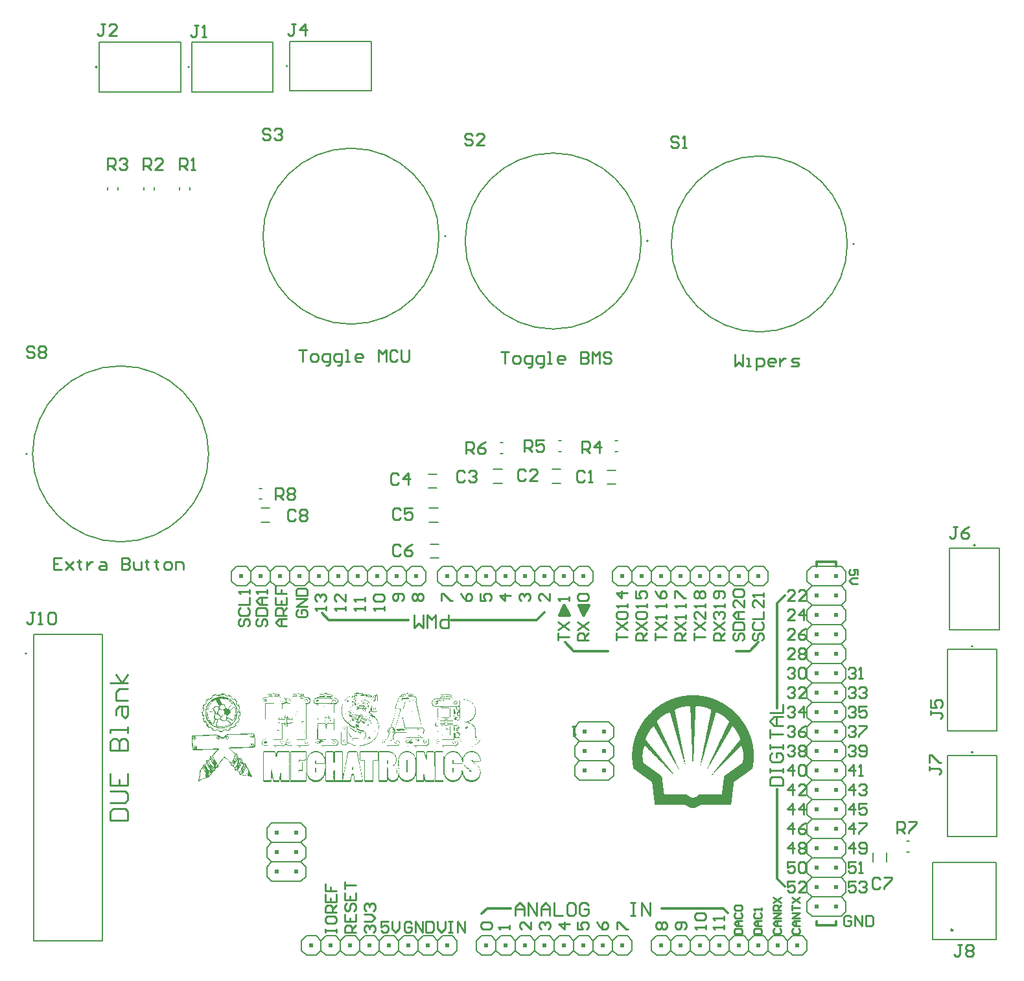
<source format=gto>
G04*
G04 #@! TF.GenerationSoftware,Altium Limited,Altium Designer,21.7.2 (23)*
G04*
G04 Layer_Color=65535*
%FSLAX25Y25*%
%MOIN*%
G70*
G04*
G04 #@! TF.SameCoordinates,C79372BE-A85D-4624-A7F0-99D61F2BA69B*
G04*
G04*
G04 #@! TF.FilePolarity,Positive*
G04*
G01*
G75*
%ADD10C,0.00787*%
%ADD11C,0.00500*%
%ADD12C,0.01102*%
%ADD13C,0.00600*%
%ADD14C,0.01200*%
%ADD15C,0.01600*%
%ADD16C,0.01000*%
%ADD17R,0.02000X0.02000*%
G36*
X268385Y193519D02*
X268591Y193313D01*
X268623Y193186D01*
X268576Y193043D01*
X268560Y193027D01*
X268528Y192964D01*
X268385Y192821D01*
X268258Y192757D01*
X268226Y193170D01*
X268147Y193281D01*
X267592Y193297D01*
X267496Y193265D01*
X267290Y193249D01*
X267100Y193281D01*
X266862Y193297D01*
X266766Y193265D01*
X266623Y193313D01*
X266655Y193408D01*
X266735Y193488D01*
X266893Y193551D01*
X267211Y193519D01*
X267369Y193456D01*
X267592Y193488D01*
X267814Y193583D01*
X267941Y193614D01*
X268163Y193646D01*
X268385Y193519D01*
D02*
G37*
G36*
X207763D02*
X208048Y193392D01*
X208270Y193424D01*
X208556Y193456D01*
X208651Y193488D01*
X208699Y193472D01*
X208588Y193297D01*
X208207Y193234D01*
X208048Y193297D01*
X207778Y193281D01*
X207635Y193297D01*
X207509Y193234D01*
X207493Y193218D01*
X207445Y193202D01*
X207223Y193297D01*
X206588Y193265D01*
X206509Y193186D01*
X206445Y193027D01*
X206429Y193011D01*
X206382Y193059D01*
X206350Y193218D01*
X206509Y193440D01*
X206620Y193551D01*
X206874Y193519D01*
X206937Y193456D01*
X207159Y193392D01*
X207366Y193440D01*
X207477Y193488D01*
X207651Y193567D01*
X207763Y193519D01*
D02*
G37*
G36*
X243882Y193424D02*
X243898Y193408D01*
X243882Y193360D01*
X243834Y193408D01*
X243850Y193456D01*
X243882Y193424D01*
D02*
G37*
G36*
X265782Y193995D02*
X265846Y193932D01*
X266005Y193837D01*
X266052Y193789D01*
X266084Y193662D01*
X266211Y193440D01*
X266259Y193392D01*
X266274Y193376D01*
X266259Y193297D01*
X266068Y193329D01*
X265941Y193551D01*
X265814Y193583D01*
X265719Y193614D01*
X265497Y193646D01*
X265068Y193599D01*
X264910Y193535D01*
X264846Y193472D01*
X264767Y193329D01*
X264640Y193297D01*
X264545Y193265D01*
X264497Y193218D01*
X264449Y193107D01*
X264354Y193265D01*
X264227Y193297D01*
X263624Y193265D01*
X263513Y193218D01*
X263243Y193297D01*
X262783Y193313D01*
X262799Y193424D01*
X262862Y193456D01*
X263085Y193551D01*
X263513Y193535D01*
X263624Y193583D01*
X263783Y193646D01*
X264053Y193599D01*
X264211Y193535D01*
X264259Y193488D01*
X264418Y193456D01*
X264481Y193519D01*
X264545Y193551D01*
X264830Y193710D01*
X264862Y193773D01*
X264925Y193805D01*
X264989Y193868D01*
X265338Y194027D01*
X265782Y193995D01*
D02*
G37*
G36*
X223823D02*
X223918Y193900D01*
X223981Y193868D01*
X224124Y193757D01*
X224156Y193694D01*
X224315Y193408D01*
X224362Y193360D01*
X224426Y193329D01*
X224458D01*
X224680Y193297D01*
X224775Y193329D01*
X224870Y193424D01*
X225076Y193472D01*
X225346Y193488D01*
X225441Y193456D01*
X225568Y193424D01*
X225695Y193456D01*
X225791Y193488D01*
X225981Y193456D01*
X226155Y193313D01*
X226251Y193249D01*
X225965Y193218D01*
X225949Y193202D01*
X225854Y193234D01*
X225695Y193202D01*
X225648Y193154D01*
X225600Y193043D01*
X225537Y193075D01*
X225457Y193186D01*
X225330Y193218D01*
X225187Y193234D01*
X225092Y193202D01*
X224759Y193218D01*
X224648Y193170D01*
X224489Y193107D01*
X224204Y193265D01*
X224156Y193313D01*
X224061Y193472D01*
X223886Y193551D01*
X223664Y193614D01*
X223442Y193646D01*
X223156Y193614D01*
X223061Y193583D01*
X222855Y193535D01*
X222696Y193472D01*
X222617Y193265D01*
X222458Y193202D01*
X222331Y193170D01*
X222204Y193202D01*
X221982Y193234D01*
X221887Y193202D01*
X221522Y193218D01*
X221395Y193186D01*
X221347Y193138D01*
X221252Y193107D01*
X221093Y193202D01*
X220903Y193234D01*
X220807Y193202D01*
X220712Y193234D01*
X220316Y193218D01*
X220347Y193313D01*
X220458Y193424D01*
X220744Y193551D01*
X220871Y193583D01*
X221252Y193551D01*
X221410Y193392D01*
X221506Y193360D01*
X221728Y193456D01*
X221855Y193488D01*
X222172Y193456D01*
X222363Y193392D01*
X222648Y193551D01*
X222696Y193599D01*
X222728Y193662D01*
X222823Y193757D01*
X222855Y193821D01*
X223029Y193900D01*
X223315Y194027D01*
X223823Y193995D01*
D02*
G37*
G36*
X240708D02*
X240803Y193964D01*
X241025Y193932D01*
X241153Y193900D01*
X241581Y193852D01*
X241756Y193805D01*
X242136Y193741D01*
X242438Y193694D01*
X242692Y193662D01*
X242803Y193614D01*
X242962Y193456D01*
X243025Y193424D01*
X243105Y193345D01*
X243136Y193218D01*
X242977Y193059D01*
X243025Y193011D01*
X243184Y193043D01*
X243311Y193170D01*
X243470Y193234D01*
X243723Y193202D01*
X243946Y193107D01*
X243993Y193122D01*
X244025Y193218D01*
X244073Y193265D01*
X244231Y193329D01*
X244644Y193297D01*
X244739Y193265D01*
X244914Y193218D01*
X245104Y193186D01*
X245406Y193138D01*
X245501Y193107D01*
X245628Y193075D01*
X245898Y193027D01*
X246072Y192980D01*
X246294Y192916D01*
X246501Y192869D01*
X246707Y192789D01*
X246913Y192742D01*
X247072Y192678D01*
X247215Y192631D01*
X247247D01*
X247310Y192599D01*
X247342Y192345D01*
X247294Y192202D01*
X247374Y192123D01*
X247437Y192091D01*
X247627Y191964D01*
X247739Y191948D01*
X247881Y192123D01*
X247976Y192218D01*
X248119Y192297D01*
X248088Y192424D01*
X248119Y192488D01*
X248167Y192504D01*
X248278Y192234D01*
X248246Y191916D01*
X248294Y191837D01*
X248453Y191742D01*
X248548Y191710D01*
X248802Y191742D01*
X248849Y191789D01*
X248865Y191837D01*
X248929Y191869D01*
X249008Y191948D01*
X248976Y192043D01*
X248833Y192091D01*
X248468Y192139D01*
X248484Y192186D01*
X248548Y192218D01*
X248659Y192265D01*
X248707Y192218D01*
X248833Y192186D01*
X249056Y192313D01*
X249072Y192329D01*
X249024Y192408D01*
X248897Y192440D01*
X248691Y192424D01*
X248627Y192615D01*
X248484Y192662D01*
X248310Y192646D01*
X248341Y192710D01*
X248373Y192805D01*
X248405Y192932D01*
X248484Y193011D01*
X248643Y192980D01*
X248691Y192932D01*
X248722Y192869D01*
X248802Y192789D01*
X249151Y192757D01*
X249246Y192662D01*
X249341Y192631D01*
X249452Y192742D01*
X249484Y192837D01*
X249564Y192853D01*
X249643Y192773D01*
X249611Y192488D01*
X249564Y192440D01*
X249500Y192408D01*
X249405Y192313D01*
X249357Y192297D01*
X249389Y192170D01*
X249421Y192139D01*
X249325Y191980D01*
X249294Y191821D01*
X249087Y191615D01*
X248929Y191520D01*
X248865Y191456D01*
X248484Y191488D01*
X248215Y191694D01*
X248183Y191758D01*
X248135Y191805D01*
X248072Y191837D01*
X247976Y191932D01*
X247770Y191916D01*
X247739Y191726D01*
X247596Y191583D01*
X247453Y191599D01*
X247374Y191742D01*
X247151Y191710D01*
X246580Y191742D01*
X246501Y191853D01*
X246405Y191916D01*
X246374Y192075D01*
X246628Y192107D01*
X247135Y192139D01*
X247199Y192170D01*
X247183Y192218D01*
X246961Y192281D01*
X246739Y192377D01*
X246532Y192456D01*
X246485Y192504D01*
X246326Y192567D01*
X246199Y192599D01*
X245977Y192694D01*
X245802Y192742D01*
X245755Y192789D01*
X245358Y192932D01*
X245231Y192964D01*
X245057Y193011D01*
X244834Y193107D01*
X244707Y193138D01*
X244644Y193107D01*
X244596Y193059D01*
X244628Y192869D01*
X244676Y192821D01*
X244834Y192726D01*
X245120Y192567D01*
X245263Y192297D01*
X245596Y192281D01*
X245818Y192377D01*
X245977Y192281D01*
X246151Y192139D01*
X246199Y192091D01*
X246263Y192059D01*
X246278Y191916D01*
X246167Y191901D01*
X246072Y191996D01*
X245993Y191980D01*
X245961Y191853D01*
X245929Y191789D01*
X245882Y191742D01*
X245818Y191774D01*
X245739Y191853D01*
X245707Y191980D01*
X245675Y192043D01*
X245564Y192059D01*
X245469Y192027D01*
X245215Y191996D01*
X245120Y191964D01*
X244930Y191996D01*
X244882Y192043D01*
X244850Y192107D01*
X244707Y192154D01*
X244644Y192123D01*
X244485Y192059D01*
X244358Y192091D01*
X244311Y192139D01*
X244342Y192646D01*
X244311Y192710D01*
X244199Y192726D01*
X244152Y192678D01*
X244104Y192504D01*
X244120Y191409D01*
X244057Y191345D01*
X244041Y191297D01*
X243946Y191329D01*
X243866Y191409D01*
X243834Y191535D01*
X243819Y192726D01*
X243660Y192821D01*
X243565Y192853D01*
X243485Y192773D01*
X243454Y192710D01*
X243406Y192662D01*
X243184Y192631D01*
X242787Y192646D01*
X242676Y192599D01*
X242581Y192472D01*
X242184Y192519D01*
X242089Y192583D01*
X242057Y192710D01*
X242009Y192821D01*
X241914Y192789D01*
X241851Y192726D01*
X241787Y192694D01*
X241629Y192631D01*
X241470Y192662D01*
X241390Y192837D01*
X241454Y192900D01*
X241486Y192964D01*
X241549Y193122D01*
X241581Y193249D01*
X241724Y193297D01*
X241819Y193265D01*
X242073Y193234D01*
X242232Y193170D01*
X242295Y193202D01*
X242343Y193249D01*
X242374Y193567D01*
X242200Y193614D01*
X239597Y193646D01*
X239502Y193614D01*
X239058Y193646D01*
X238963Y193614D01*
X238788Y193567D01*
X238613Y193456D01*
X238486Y193265D01*
X238455Y193234D01*
X238280Y193313D01*
X238264Y193392D01*
X238407Y193694D01*
X238582Y193868D01*
X238931Y194027D01*
X240708Y193995D01*
D02*
G37*
G36*
X285747Y193551D02*
X285810Y193488D01*
X285874Y193456D01*
X286016Y193345D01*
X286080Y193186D01*
X286112Y193122D01*
X286159Y193075D01*
X286350Y193107D01*
X286413Y193170D01*
X286604Y193265D01*
X286699Y193234D01*
X286826Y193202D01*
X287000Y193154D01*
X287080Y193075D01*
X287238Y193107D01*
X287365Y193234D01*
X287508Y193249D01*
X287667Y193218D01*
X287825Y193154D01*
X288000Y193043D01*
X288048Y192996D01*
X288143Y192837D01*
X288302Y192742D01*
X288397Y192519D01*
X288429Y192424D01*
X288349Y192281D01*
X288286Y192250D01*
X288159Y192123D01*
X288000Y192059D01*
X287825Y192043D01*
X287841Y191964D01*
X288048Y191885D01*
X288095Y191837D01*
X288413Y191710D01*
X288476Y191647D01*
X288698Y191520D01*
X288841Y191377D01*
X288857Y191297D01*
X288825Y191266D01*
X288746Y191345D01*
X288714Y191409D01*
X288667Y191456D01*
X288476Y191488D01*
X288317Y191551D01*
X288191Y191583D01*
X287984Y191663D01*
X287699Y191694D01*
X287032Y191726D01*
X286096Y191742D01*
X286000Y191710D01*
X285874Y191742D01*
X285858Y191789D01*
X285889Y191885D01*
X285858Y191980D01*
X285778Y192059D01*
X285350Y192202D01*
X285382Y192329D01*
X285493Y192345D01*
X285715Y192250D01*
X285842Y192281D01*
X286000Y192345D01*
X286286Y192313D01*
X286350Y192250D01*
X287080Y192218D01*
X287175Y192250D01*
X287318Y192265D01*
X287460Y192218D01*
X287587Y192186D01*
X287746Y192123D01*
X287810Y192186D01*
X288064Y192281D01*
X288111Y192329D01*
X288079Y192837D01*
X287365Y192853D01*
X287270Y192821D01*
X286858Y192853D01*
X286207Y192837D01*
X286032Y192948D01*
X286000Y193075D01*
X285937Y193138D01*
X285763Y193186D01*
X285017Y193202D01*
X284810Y193091D01*
X284778Y192964D01*
X284747Y192900D01*
X284652Y192869D01*
X284636Y192853D01*
X284366Y192837D01*
X283715Y192853D01*
X283620Y192821D01*
X283398Y192853D01*
X282906Y192869D01*
X282779Y192837D01*
X282716Y192773D01*
X282684Y192551D01*
X282668Y192504D01*
X282604Y192535D01*
X282557Y192583D01*
X282525Y192710D01*
X282557Y192900D01*
X282795Y193138D01*
X283017Y193107D01*
X283081Y193043D01*
X283303Y193011D01*
X283493Y193043D01*
X283668Y193186D01*
X283842Y193265D01*
X283937Y193234D01*
X284064Y193202D01*
X284350Y193075D01*
X284509Y193107D01*
X284731Y193234D01*
X284890Y193392D01*
X284953Y193424D01*
X285302Y193583D01*
X285747Y193551D01*
D02*
G37*
G36*
X170722Y193741D02*
X171135Y193710D01*
X171294Y193646D01*
X171563Y193599D01*
X171833Y193488D01*
X171992Y193456D01*
X172071Y193376D01*
X172040Y193249D01*
X171801Y193202D01*
X171754Y193154D01*
X171722Y193027D01*
X171754Y192869D01*
X171897Y192821D01*
X172198Y192773D01*
X172373Y192726D01*
X172897Y192615D01*
X173103Y192599D01*
X173182Y192678D01*
X173166Y193075D01*
X173293Y193107D01*
X173753Y193027D01*
X174103Y192900D01*
X174150Y192853D01*
X174404Y192757D01*
X174468Y192694D01*
X174626Y192599D01*
X174848Y192504D01*
X174944Y192472D01*
X175118Y192329D01*
X175229Y192250D01*
X175404Y192107D01*
X175468Y192043D01*
X175436Y191980D01*
X175388Y191932D01*
X175166Y191901D01*
X175087Y191821D01*
X175055Y191694D01*
X175087Y191567D01*
X175134Y191520D01*
X175388Y191424D01*
X175610Y191266D01*
X175674Y191234D01*
X175928Y190980D01*
X176213Y190853D01*
X176372Y190885D01*
X176420Y190932D01*
X176451Y191218D01*
X176594Y191234D01*
X176848Y190980D01*
X176912Y190948D01*
X177007Y190853D01*
X177165Y190758D01*
X177245Y190679D01*
X177277Y190615D01*
X177435Y190393D01*
X177562Y190266D01*
X177594Y190202D01*
X177784Y189853D01*
X177911Y189726D01*
X177943Y189663D01*
X178007Y189504D01*
X178134Y189218D01*
X178054Y189139D01*
X177959Y189234D01*
X177800Y189298D01*
X177673Y189266D01*
X177594Y189187D01*
X177562Y189060D01*
X177594Y188901D01*
X177657Y188838D01*
X177689Y188774D01*
X177816Y188647D01*
X177880Y188488D01*
X178007Y188298D01*
X178038Y188044D01*
X178245Y187838D01*
X178483Y187885D01*
X178546Y188171D01*
X178657Y188187D01*
X178737Y188139D01*
X178768Y188076D01*
X178832Y188012D01*
X178864Y187949D01*
X179022Y187600D01*
X179276Y187060D01*
X179324Y186600D01*
X179387Y186441D01*
X179435Y186013D01*
X179403Y185759D01*
X179356Y185743D01*
X179197Y185838D01*
X179070Y185870D01*
X178895Y185791D01*
X178864Y185695D01*
X178895Y185600D01*
X178927Y185473D01*
X178990Y185251D01*
X179022Y185124D01*
X179086Y184489D01*
X179181Y184394D01*
X179165Y184315D01*
X179102Y184283D01*
X179054Y184235D01*
X179038Y184061D01*
X178689Y183966D01*
X178641Y184013D01*
X178673Y184172D01*
X178800Y184204D01*
X178768Y184267D01*
X178641Y184362D01*
X178610Y184616D01*
X178578Y184712D01*
X178610Y184838D01*
X178673Y184997D01*
X178641Y185378D01*
X178578Y185537D01*
X178546Y185759D01*
X178641Y185918D01*
X178689Y185965D01*
X178848Y186029D01*
X179070Y186156D01*
X179118Y186203D01*
X179086Y186330D01*
X179022Y186489D01*
X178943Y186695D01*
X178832Y186870D01*
X178768Y186933D01*
X178737Y187029D01*
X178641Y187124D01*
X178546Y187282D01*
X178451Y187378D01*
X178467Y187457D01*
X178578Y187441D01*
X178610Y187378D01*
X178657Y187330D01*
X178705Y187346D01*
X178673Y187600D01*
X178562Y187774D01*
X178499Y187743D01*
X178403Y187647D01*
X178181Y187521D01*
X178086Y187489D01*
X177927Y187521D01*
X177880Y187790D01*
X177657Y188139D01*
X177626Y188203D01*
X177562Y188266D01*
X177435Y188552D01*
X177277Y188838D01*
X177213Y188996D01*
X177245Y189187D01*
X177324Y189266D01*
X177546Y189393D01*
X177562Y189631D01*
X177419Y189806D01*
X177245Y189980D01*
X177118Y190202D01*
X176943Y190377D01*
X176880Y190409D01*
X176832Y190456D01*
X176689Y190758D01*
X176594Y190790D01*
X176372Y190631D01*
X176309Y190599D01*
X176150Y190536D01*
X175737Y190758D01*
X175610Y190885D01*
X175452Y190948D01*
X174944Y191329D01*
X174833Y191440D01*
X174801Y191567D01*
X174833Y191726D01*
X174928Y191948D01*
X174896Y192043D01*
X174706Y192170D01*
X174515Y192265D01*
X174468Y192313D01*
X174118Y192472D01*
X173515Y192662D01*
X173452Y192631D01*
X173309Y192488D01*
X173341Y192329D01*
X173293Y192250D01*
X173166Y192218D01*
X172912Y192250D01*
X172690Y192345D01*
X172230Y192424D01*
X172024Y192504D01*
X171738Y192535D01*
X171595Y192615D01*
X171563Y192742D01*
X171532Y193186D01*
X171389Y193234D01*
X170913Y193202D01*
X170881Y193075D01*
X170786Y192980D01*
X170532Y192948D01*
X170373Y192884D01*
X170357Y192964D01*
X170437Y193075D01*
X170643Y193154D01*
X170738Y193218D01*
X170691Y193265D01*
X170564Y193297D01*
X169945Y193313D01*
X169850Y193249D01*
X169818Y193122D01*
X169850Y193059D01*
X170072Y192964D01*
X170040Y192805D01*
X169897Y192757D01*
X169596Y192710D01*
X169310Y192678D01*
X169120Y192646D01*
X168358Y192583D01*
X168310Y192535D01*
X168183Y192504D01*
X166850Y192472D01*
X166787Y192440D01*
X166707Y192519D01*
X166834Y192551D01*
X166866Y192646D01*
X166898Y192773D01*
X166866Y192964D01*
X166818Y193011D01*
X166660Y192980D01*
X166295Y192742D01*
X166247Y192599D01*
X166184Y192567D01*
X166025Y192504D01*
X165930Y192472D01*
X165898Y192440D01*
X165866Y192567D01*
X165708Y192504D01*
X165549Y192408D01*
X165342Y192297D01*
X165374Y192202D01*
X165533Y191980D01*
X165596Y191916D01*
X165565Y191789D01*
X165454Y191678D01*
X165168Y191520D01*
X165104Y191456D01*
X165041Y191424D01*
X164914Y191297D01*
X164851Y191266D01*
X164565Y191107D01*
X164248Y190790D01*
X164025Y190758D01*
X163946Y190647D01*
X163883Y190583D01*
X163851Y190520D01*
X163708Y190472D01*
X163533Y190520D01*
X163470Y190583D01*
X163438Y190647D01*
X163264Y190821D01*
X163073Y190790D01*
X162915Y190599D01*
X162787Y190472D01*
X162724Y190440D01*
X162581Y190329D01*
X162549Y190266D01*
X162486Y190202D01*
X162454Y190139D01*
X162343Y189996D01*
X162121Y189869D01*
X162042Y189790D01*
X162010Y189663D01*
X162042Y189599D01*
X162089Y189552D01*
X162216Y189520D01*
X162391Y189346D01*
X162423Y189250D01*
X162264Y189028D01*
X162200Y188965D01*
X162042Y188679D01*
X161915Y188488D01*
X161883Y188362D01*
X161851Y188203D01*
X161788Y188139D01*
X161693Y187917D01*
X161661Y187854D01*
X161613Y187806D01*
X161550Y187774D01*
X161454Y187743D01*
X161248Y187790D01*
X161089Y187854D01*
X161010Y187870D01*
X160931Y187790D01*
X160883Y187552D01*
X160693Y187076D01*
X160645Y186933D01*
X160613Y186806D01*
X160582Y186743D01*
X160486Y186521D01*
X160455Y186394D01*
X160486Y186330D01*
X160629Y186283D01*
X160931Y186171D01*
X161026Y185949D01*
X160978Y185521D01*
X160947Y185330D01*
X160915Y185045D01*
X160883Y184727D01*
X160851Y184537D01*
X160788Y184442D01*
X160629Y184378D01*
X160344Y184346D01*
X160185Y184251D01*
X160153Y183616D01*
X160185Y183299D01*
X160217Y182759D01*
X160248Y182696D01*
X160566Y182728D01*
X160661Y182759D01*
X160851Y182728D01*
X160899Y182680D01*
X160947Y182474D01*
X160994Y182045D01*
X161026Y181823D01*
X161089Y181665D01*
X161121Y181537D01*
X161153Y181315D01*
X161216Y181252D01*
X161248Y181125D01*
X161216Y180966D01*
X161169Y180919D01*
X161010Y180855D01*
X160820Y180823D01*
X160740Y180744D01*
X160772Y180585D01*
X160883Y180443D01*
X161042Y180506D01*
X161121Y180427D01*
X161105Y180379D01*
X160899Y180395D01*
X160867Y180300D01*
X160899Y180046D01*
X160962Y179982D01*
X160994Y179919D01*
X161089Y179824D01*
X161121Y179760D01*
X161216Y179538D01*
X161248Y179379D01*
X161359Y179236D01*
X161772Y179427D01*
X161962Y179395D01*
X162137Y179221D01*
X162184Y179046D01*
X162232Y178998D01*
X162264Y178935D01*
X162311Y178887D01*
X162375Y178856D01*
X162423Y178808D01*
X162549Y178586D01*
X162708Y178300D01*
X162851Y178126D01*
X162867Y177951D01*
X162819Y177903D01*
X162661Y177808D01*
X162549Y177697D01*
X162486Y177538D01*
X162518Y177475D01*
X162661Y177332D01*
X162772Y177316D01*
X162978Y177618D01*
X163105Y177745D01*
X163168Y177776D01*
X163264Y177808D01*
X163375Y177792D01*
X163343Y177665D01*
X163295Y177618D01*
X163168Y177586D01*
X163041Y177459D01*
X162978Y177427D01*
X162962Y177316D01*
X163057Y177221D01*
X163073Y177173D01*
X163137Y177142D01*
X163216Y177062D01*
X163184Y176999D01*
X163137Y176983D01*
X163041Y177015D01*
X162994Y176999D01*
X163041Y176919D01*
X163105Y176888D01*
X163248Y176777D01*
X163279Y176681D01*
X163422Y176443D01*
X163486Y176412D01*
X163581Y176380D01*
X163740Y176475D01*
X163787Y176523D01*
X163819Y176650D01*
X163867Y176697D01*
X163994Y176729D01*
X164152Y176697D01*
X164279Y176570D01*
X164343Y176539D01*
X164406Y176475D01*
X164470Y176443D01*
X164660Y176316D01*
X164962Y176205D01*
X165216Y176047D01*
X165295Y175967D01*
X165358Y175935D01*
X165501Y175793D01*
X165470Y175602D01*
X165406Y175539D01*
X165374Y175317D01*
X165406Y175253D01*
X165454Y175206D01*
X165581Y175174D01*
X165803Y175142D01*
X166406Y174856D01*
X166692Y174729D01*
X166882Y174761D01*
X166929Y174809D01*
X166961Y175031D01*
X167088Y175253D01*
X167390Y175269D01*
X167548Y175206D01*
X167675Y175174D01*
X167898Y175142D01*
X168167Y175094D01*
X168326Y175063D01*
X168739Y174999D01*
X168834Y174936D01*
X168866Y174714D01*
X168897Y174364D01*
X168945Y174317D01*
X169246Y174364D01*
X169484Y174412D01*
X169580Y174380D01*
X169992Y174348D01*
X170468Y174380D01*
X170516Y174428D01*
X170548Y174555D01*
X170516Y174777D01*
X170580Y174936D01*
X170691Y175047D01*
X170897Y175094D01*
X171214Y175158D01*
X171341Y175190D01*
X171690Y175221D01*
X171817Y175253D01*
X172008Y175285D01*
X172182Y175332D01*
X172293Y175348D01*
X172325Y175412D01*
X172373Y175459D01*
X172500Y175428D01*
X172547Y175380D01*
X172516Y175253D01*
X172357Y175221D01*
X172389Y174968D01*
X172484Y174809D01*
X172563Y174729D01*
X172690Y174761D01*
X172754Y174825D01*
X172881Y174856D01*
X173039Y174920D01*
X173198Y175015D01*
X173357Y175078D01*
X173563Y175126D01*
X173690Y175158D01*
X173944Y175253D01*
X174103Y175317D01*
X174071Y175443D01*
X173912Y175666D01*
X173849Y175824D01*
X173881Y175920D01*
X173928Y175967D01*
X174134Y176047D01*
X174388Y176205D01*
X174579Y176332D01*
X174658Y176412D01*
X174944Y176539D01*
X175166Y176665D01*
X175325Y176729D01*
X175420Y176697D01*
X175706Y176412D01*
X175832Y176348D01*
X175991Y176412D01*
X176055Y176443D01*
X176134Y176523D01*
X176229Y176681D01*
X176324Y176777D01*
X176340Y176824D01*
X176562Y176951D01*
X176674Y177062D01*
X176689Y177110D01*
X176753Y177142D01*
X176848Y177237D01*
X176912Y177269D01*
X177023Y177348D01*
X176991Y177475D01*
X176896Y177570D01*
X176880Y177618D01*
X176816Y177649D01*
X176737Y177729D01*
X176721Y177872D01*
X176832Y178046D01*
X177054Y178332D01*
X177308Y178808D01*
X177372Y178871D01*
X177404Y178935D01*
X177578Y179173D01*
X177737Y179236D01*
X177895Y179205D01*
X177991Y179173D01*
X178245Y179141D01*
X178292Y179189D01*
X178324Y179252D01*
X178419Y179474D01*
X178451Y179538D01*
X178546Y179633D01*
X178626Y179840D01*
X178705Y180109D01*
X178753Y180316D01*
X178832Y180490D01*
X178848Y180570D01*
X178768Y180681D01*
X178626Y180728D01*
X178499Y180760D01*
X178356Y180839D01*
X178324Y180966D01*
X178356Y181061D01*
X178387Y181252D01*
X178419Y181347D01*
X178483Y181569D01*
X178515Y181696D01*
X178594Y182061D01*
X178657Y182379D01*
X178721Y182506D01*
X178848Y182537D01*
X179308Y182521D01*
X179371Y182553D01*
X179403Y182680D01*
X179371Y182712D01*
X179403Y182807D01*
X179371Y183601D01*
X179403Y183854D01*
X179435Y183950D01*
X179403Y184267D01*
X179371Y184362D01*
X179578Y184569D01*
X179625Y184553D01*
X179689Y184299D01*
X179736Y184061D01*
X179784Y183886D01*
X179752Y182998D01*
X179721Y182902D01*
X179689Y182490D01*
X179625Y182426D01*
X179562Y182268D01*
X179530Y182109D01*
X179482Y182061D01*
X179403Y182077D01*
X179387Y182093D01*
X179356Y182283D01*
X179260Y182379D01*
X179038Y182347D01*
X178959Y182268D01*
X178895Y181823D01*
X178864Y181474D01*
X178832Y181379D01*
X178800Y181252D01*
X178737Y181093D01*
X178768Y180966D01*
X178848Y180887D01*
X178975Y180855D01*
X179038Y180919D01*
X179165Y180982D01*
X179276Y180903D01*
X179244Y180395D01*
X179181Y180236D01*
X179149Y180109D01*
X178990Y179760D01*
X178959Y179633D01*
X178864Y179538D01*
X178832Y179474D01*
X178768Y179411D01*
X178737Y179284D01*
X178657Y179078D01*
X178403Y178697D01*
X178292Y178586D01*
X178276Y178538D01*
X178165Y178554D01*
X178181Y178887D01*
X178118Y178951D01*
X177895Y179046D01*
X177816Y178967D01*
X177721Y178744D01*
X177594Y178522D01*
X177293Y178126D01*
X177181Y177919D01*
X177118Y177761D01*
X177150Y177634D01*
X177197Y177586D01*
X177467Y177602D01*
X177531Y177570D01*
X177499Y177411D01*
X177404Y177316D01*
X177372Y177253D01*
X177324Y177205D01*
X177261Y177173D01*
X177134Y176983D01*
X177054Y176872D01*
X176912Y176729D01*
X176848Y176697D01*
X176531Y176380D01*
X176467Y176348D01*
X176182Y176189D01*
X176118Y176094D01*
X176055Y176063D01*
X175991Y175999D01*
X175832Y175935D01*
X175706Y175904D01*
X175642Y175840D01*
X175531Y175824D01*
X175468Y175856D01*
X175499Y175920D01*
X175594Y176015D01*
X175626Y176174D01*
X175483Y176348D01*
X175388Y176380D01*
X175229Y176348D01*
X175007Y176126D01*
X174658Y175967D01*
X174499Y175904D01*
X174436Y175840D01*
X174230Y175729D01*
X174198Y175602D01*
X174246Y175459D01*
X174468Y175396D01*
X174531Y175364D01*
X174547Y175253D01*
X174404Y175110D01*
X173992Y174888D01*
X173642Y174698D01*
X173420Y174602D01*
X173119Y174555D01*
X172960Y174523D01*
X172785Y174476D01*
X172563Y174412D01*
X172278Y174380D01*
X172182Y174348D01*
X172087Y174380D01*
X172071Y174523D01*
X172246Y174634D01*
X172262Y174777D01*
X172151Y174983D01*
X171960Y174952D01*
X171675Y174825D01*
X171040Y174761D01*
X170849Y174729D01*
X170770Y174650D01*
X170738Y174523D01*
X170770Y174364D01*
X170818Y174317D01*
X170881Y174285D01*
X170960Y174206D01*
X170881Y174126D01*
X170754Y174095D01*
X170532Y174063D01*
X170373Y174031D01*
X170215Y173968D01*
X169516Y173936D01*
X169421Y173968D01*
X168881Y173999D01*
X168723Y174095D01*
X168342Y174126D01*
X168294Y174206D01*
X168374Y174285D01*
X168628Y174348D01*
X168675Y174396D01*
X168643Y174618D01*
X168596Y174666D01*
X168469Y174698D01*
X168072Y174745D01*
X167945Y174777D01*
X167771Y174825D01*
X167533Y174872D01*
X167358Y174920D01*
X167263Y174888D01*
X167215Y174840D01*
X167183Y174777D01*
X167120Y174714D01*
X167152Y174618D01*
X167199Y174571D01*
X167295Y174539D01*
X167310Y174428D01*
X167136Y174380D01*
X167041Y174412D01*
X166755Y174380D01*
X166660Y174412D01*
X166437Y174444D01*
X166279Y174507D01*
X166057Y174571D01*
X165898Y174634D01*
X165644Y174698D01*
X165231Y174920D01*
X165168Y174983D01*
X165104Y175015D01*
X164930Y175158D01*
X164946Y175269D01*
X165104Y175364D01*
X165152Y175412D01*
X165184Y175539D01*
X165120Y175698D01*
X165073Y175745D01*
X164946Y175777D01*
X164787Y175840D01*
X164374Y176126D01*
X164311Y176158D01*
X164216Y176253D01*
X163930Y176380D01*
X163867Y176348D01*
X163787Y176269D01*
X163756Y176142D01*
X163787Y176078D01*
X163819Y175983D01*
X163787Y175888D01*
X163740Y175840D01*
X163676Y175904D01*
X163613Y175935D01*
X163311Y176142D01*
X163137Y176316D01*
X162851Y176475D01*
X162724Y176665D01*
X162645Y176777D01*
X162565Y176856D01*
X162502Y176888D01*
X162343Y177142D01*
X162232Y177316D01*
X162105Y177443D01*
X162073Y177507D01*
X162010Y177570D01*
X161978Y177792D01*
X162026Y177872D01*
X162153Y177840D01*
X162248Y177745D01*
X162470Y177872D01*
X162518Y178015D01*
X162295Y178300D01*
X162137Y178459D01*
X162073Y178618D01*
X161915Y178903D01*
X161851Y178967D01*
X161819Y179030D01*
X161740Y179110D01*
X161565Y179062D01*
X161502Y178998D01*
X161454Y178824D01*
X161391Y178760D01*
X161232Y178856D01*
X161121Y178967D01*
X161089Y179030D01*
X161026Y179094D01*
X160899Y179316D01*
X160772Y179506D01*
X160708Y179728D01*
X160677Y179855D01*
X160613Y179919D01*
X160550Y180078D01*
X160455Y180300D01*
X160359Y180681D01*
X160328Y181093D01*
X160375Y181141D01*
X160439Y181109D01*
X160486Y181061D01*
X160518Y180998D01*
X160693Y180919D01*
X160788Y180950D01*
X160836Y180998D01*
X160899Y181220D01*
X160867Y181347D01*
X160740Y181760D01*
X160661Y182093D01*
X160613Y182268D01*
X160582Y182395D01*
X160502Y182474D01*
X160280Y182442D01*
X160232Y182395D01*
X160201Y182268D01*
X160153Y182220D01*
X160058Y182252D01*
X160010Y182299D01*
X159963Y182601D01*
X159931Y182759D01*
X159852Y183029D01*
X159804Y184093D01*
X159836Y184220D01*
X159868Y184569D01*
X159899Y184727D01*
X159978Y184838D01*
X160058Y184886D01*
X160137Y184807D01*
X160169Y184648D01*
X160217Y184600D01*
X160502Y184632D01*
X160582Y184712D01*
X160613Y185378D01*
X160645Y185473D01*
X160677Y185600D01*
X160724Y185807D01*
X160740Y185886D01*
X160693Y185965D01*
X160534Y186060D01*
X160470Y186124D01*
X160344Y186092D01*
X160296Y186045D01*
X160264Y185918D01*
X160217Y185902D01*
X160169Y185949D01*
X160137Y186076D01*
X160169Y186489D01*
X160201Y186743D01*
X160296Y186965D01*
X160328Y187314D01*
X160423Y187536D01*
X160470Y187711D01*
X160613Y187949D01*
X160772Y188235D01*
X160836Y188298D01*
X160851Y188346D01*
X160947Y188377D01*
X160994Y188330D01*
X161026Y188139D01*
X161185Y188076D01*
X161312Y188044D01*
X161375Y188076D01*
X161502Y188393D01*
X161661Y188679D01*
X161724Y188742D01*
X161756Y188806D01*
X161819Y188869D01*
X161915Y189123D01*
X161978Y189187D01*
X162010Y189314D01*
X161946Y189472D01*
X161804Y189520D01*
X161613Y189425D01*
X161565Y189472D01*
X161597Y189663D01*
X161661Y189726D01*
X161724Y189885D01*
X161883Y190044D01*
X161915Y190107D01*
X161978Y190171D01*
X162026Y190345D01*
X162089Y190409D01*
X162153Y190440D01*
X162248Y190536D01*
X162407Y190631D01*
X162454Y190679D01*
X162486Y190742D01*
X162629Y190917D01*
X162915Y191075D01*
X162978Y191139D01*
X163041Y191171D01*
X163168Y191297D01*
X163232Y191329D01*
X163327Y191361D01*
X163406Y191377D01*
X163470Y191345D01*
X163502Y191250D01*
X163375Y191123D01*
X163406Y190964D01*
X163517Y190853D01*
X163708Y190885D01*
X163914Y191091D01*
X163946Y191155D01*
X164089Y191329D01*
X164248Y191393D01*
X164422Y191535D01*
X164533Y191647D01*
X164597Y191678D01*
X164660Y191742D01*
X164866Y191789D01*
X165025Y191853D01*
X165184Y191980D01*
X165152Y192139D01*
X165104Y192186D01*
X164898Y192265D01*
X164866Y192329D01*
X165009Y192472D01*
X165057Y192488D01*
X165089Y192551D01*
X165231Y192694D01*
X165517Y192853D01*
X165581Y192916D01*
X165644Y192948D01*
X165739Y193043D01*
X166057Y193170D01*
X166263Y193218D01*
X166453Y193249D01*
X166580Y193281D01*
X166723Y193329D01*
X166977Y193392D01*
X167072Y193424D01*
X167183Y193408D01*
X167199Y193329D01*
X167152Y193218D01*
X167057Y193122D01*
X167025Y192996D01*
X167168Y192821D01*
X167358Y192853D01*
X167517Y192948D01*
X167644Y192980D01*
X167945Y193027D01*
X168231Y193059D01*
X169326Y193075D01*
X169484Y193011D01*
X169580Y193043D01*
X169627Y193091D01*
X169596Y193376D01*
X169469Y193503D01*
X169500Y193599D01*
X169643Y193646D01*
X169961Y193741D01*
X170627Y193773D01*
X170722Y193741D01*
D02*
G37*
G36*
X239661Y193170D02*
X239708Y193122D01*
X239804Y192964D01*
X239835Y192869D01*
X239819Y192821D01*
X239692Y192789D01*
X239597Y192757D01*
X239518Y192678D01*
X239550Y192488D01*
X239581Y192456D01*
X239502Y192345D01*
X239375Y192313D01*
X239216Y192345D01*
X239169Y192393D01*
X239137Y192456D01*
X239058Y192472D01*
X238963Y192440D01*
X238804Y192504D01*
X238677Y192472D01*
X238629Y192424D01*
X238597Y192329D01*
X238629Y192234D01*
X238597Y192139D01*
X238613Y191139D01*
X238597Y190710D01*
X238629Y190615D01*
X238677Y190409D01*
X238772Y190377D01*
X238994Y190345D01*
X239280Y190313D01*
X239375Y190345D01*
X239692Y190313D01*
X239819Y190282D01*
X240057Y190266D01*
X239677Y190234D01*
X239343Y190218D01*
X239328Y190202D01*
X239200Y190171D01*
X239026Y190060D01*
X238978Y190012D01*
X238899Y189806D01*
X238836Y189647D01*
X238661Y189472D01*
X238566Y189250D01*
X238534Y189028D01*
X238566Y188457D01*
X238613Y188409D01*
X238709Y188441D01*
X238804Y188631D01*
X238851Y188679D01*
X238883Y188742D01*
X239026Y188885D01*
X239169Y188869D01*
X239026Y188726D01*
X238963Y188695D01*
X238947Y188425D01*
X239010Y188362D01*
X239137Y188139D01*
X239359Y188108D01*
X239328Y187981D01*
X239280Y187933D01*
X239058Y187806D01*
X239010Y187759D01*
X238978Y187695D01*
X238899Y187616D01*
X238836Y187584D01*
X238740Y187552D01*
X238645Y187584D01*
X238597Y187631D01*
X238471Y188044D01*
X238407Y188203D01*
X238312Y188425D01*
X238328Y188695D01*
X238296Y188885D01*
X238280Y189123D01*
X238312Y189218D01*
X238185Y189504D01*
X238217Y189568D01*
X238296Y189584D01*
X238359Y189520D01*
X238439Y189536D01*
X238471Y189599D01*
X238566Y189758D01*
X238597Y189917D01*
X238756Y190139D01*
X238709Y190313D01*
X238677Y190377D01*
X238518Y190472D01*
X238439Y190552D01*
X238407Y190615D01*
X238375Y190710D01*
X238359Y190790D01*
X238375Y191123D01*
X238344Y191218D01*
X238328Y191710D01*
X238359Y192313D01*
X238232Y192345D01*
X238074Y192281D01*
X237947Y192250D01*
X237883Y192218D01*
X237820Y192154D01*
X237550Y192107D01*
X237375Y192027D01*
X237312Y191996D01*
X237296Y191916D01*
X237360Y191853D01*
X237328Y191631D01*
X237248Y191551D01*
X237090Y191583D01*
X237042Y191631D01*
X237011Y191853D01*
X236899Y191996D01*
X236757Y192075D01*
X236788Y192170D01*
X236836Y192218D01*
X237058Y192250D01*
X237106Y192297D01*
X237137Y192488D01*
X237185Y192535D01*
X237312Y192567D01*
X237502Y192440D01*
X237629Y192408D01*
X237772Y192393D01*
X237867Y192488D01*
X237883Y192535D01*
X238010Y192567D01*
X238169Y192599D01*
X238217Y192869D01*
X238328Y192884D01*
X238423Y192853D01*
X238502Y192932D01*
X238518Y192980D01*
X238740Y192948D01*
X238899Y193011D01*
X239026Y193043D01*
X239089Y193075D01*
X239280Y193202D01*
X239661Y193170D01*
D02*
G37*
G36*
X413028Y192832D02*
X413880Y192819D01*
X413917Y192807D01*
X414226Y192795D01*
X414263Y192782D01*
X414572Y192770D01*
X414769Y192757D01*
X414985Y192739D01*
X415084Y192727D01*
X415208Y192714D01*
X415442Y192702D01*
X415794Y192659D01*
X415844Y192646D01*
X416066Y192634D01*
X416103Y192622D01*
X416251Y192597D01*
X416412Y192585D01*
X416560Y192572D01*
X416597Y192560D01*
X416683Y192548D01*
X416733Y192535D01*
X416924Y192517D01*
X416986Y192504D01*
X417035Y192492D01*
X417097Y192480D01*
X417319Y192455D01*
X417381Y192443D01*
X417430Y192430D01*
X417492Y192418D01*
X417603Y192405D01*
X417677Y192393D01*
X417776Y192368D01*
X417838Y192356D01*
X417962Y192344D01*
X418023Y192331D01*
X418091Y192313D01*
X418141Y192301D01*
X418295Y192282D01*
X418344Y192270D01*
X418412Y192251D01*
X418462Y192239D01*
X418641Y192208D01*
X418746Y192177D01*
X418888Y192159D01*
X418993Y192128D01*
X419042Y192115D01*
X419159Y192097D01*
X419264Y192066D01*
X419314Y192054D01*
X419406Y192035D01*
X419511Y192004D01*
X419598Y191992D01*
X419678Y191973D01*
X419758Y191943D01*
X419876Y191924D01*
X419925Y191912D01*
X420005Y191881D01*
X420123Y191862D01*
X420265Y191819D01*
X420345Y191800D01*
X420407Y191776D01*
X420456Y191763D01*
X420530Y191751D01*
X420579Y191739D01*
X420647Y191708D01*
X420765Y191689D01*
X420826Y191665D01*
X420894Y191646D01*
X420944Y191634D01*
X421006Y191621D01*
X421092Y191584D01*
X421185Y191566D01*
X421252Y191535D01*
X421302Y191523D01*
X421376Y191510D01*
X421487Y191461D01*
X421574Y191448D01*
X421660Y191411D01*
X421709Y191399D01*
X421771Y191387D01*
X421858Y191350D01*
X421907Y191337D01*
X421987Y191306D01*
X422043Y191288D01*
X422142Y191263D01*
X422166Y191239D01*
X422308Y191208D01*
X422327Y191189D01*
X422413Y191165D01*
X422574Y191103D01*
X422648Y191090D01*
X422759Y191041D01*
X422809Y191029D01*
X422895Y190992D01*
X422944Y190979D01*
X423056Y190930D01*
X423136Y190911D01*
X423154Y190893D01*
X423216Y190868D01*
X423278Y190856D01*
X423389Y190806D01*
X423451Y190794D01*
X423475Y190769D01*
X423562Y190745D01*
X423673Y190695D01*
X423722Y190683D01*
X423834Y190633D01*
X423914Y190603D01*
X423982Y190572D01*
X424050Y190553D01*
X424068Y190535D01*
X424130Y190510D01*
X424179Y190498D01*
X424290Y190448D01*
X424328Y190436D01*
X424439Y190386D01*
X424463Y190374D01*
X424550Y190337D01*
X424612Y190312D01*
X424723Y190263D01*
X424747Y190251D01*
X424834Y190214D01*
X425105Y190090D01*
X425217Y190041D01*
X425278Y190016D01*
X425303Y189991D01*
X425352Y189979D01*
X425488Y189917D01*
X425513Y189905D01*
X425575Y189868D01*
X425655Y189837D01*
X425686Y189806D01*
X425760Y189794D01*
X425797Y189757D01*
X425896Y189720D01*
X425920Y189695D01*
X425970Y189682D01*
X425995Y189670D01*
X426069Y189621D01*
X426130Y189609D01*
X426167Y189571D01*
X426235Y189553D01*
X426254Y189534D01*
X426279Y189522D01*
X426340Y189497D01*
X426365Y189485D01*
X426390Y189460D01*
X426470Y189429D01*
X426711Y189300D01*
X426945Y189176D01*
X427279Y188991D01*
X427341Y188966D01*
X427365Y188954D01*
X427390Y188929D01*
X427501Y188867D01*
X427687Y188769D01*
X427711Y188744D01*
X427791Y188713D01*
X427822Y188682D01*
X427884Y188658D01*
X427909Y188633D01*
X428094Y188534D01*
X428119Y188509D01*
X428304Y188411D01*
X428329Y188386D01*
X428390Y188361D01*
X428427Y188324D01*
X428477Y188312D01*
X428526Y188262D01*
X428576Y188250D01*
X428613Y188213D01*
X428786Y188114D01*
X428810Y188090D01*
X428897Y188040D01*
X429033Y187954D01*
X429057Y187941D01*
X429082Y187917D01*
X429168Y187867D01*
X429255Y187805D01*
X429341Y187756D01*
X429366Y187731D01*
X429428Y187694D01*
X429514Y187645D01*
X429551Y187608D01*
X429613Y187571D01*
X429730Y187491D01*
X429798Y187447D01*
X429885Y187386D01*
X430039Y187281D01*
X430057Y187262D01*
X430119Y187225D01*
X430144Y187200D01*
X430206Y187163D01*
X430323Y187083D01*
X430366Y187052D01*
X430391Y187028D01*
X430477Y186978D01*
X430502Y186953D01*
X430527Y186941D01*
X430564Y186904D01*
X430626Y186867D01*
X430650Y186842D01*
X430675Y186830D01*
X430786Y186743D01*
X430959Y186620D01*
X431027Y186564D01*
X431101Y186515D01*
X431132Y186484D01*
X431194Y186447D01*
X431218Y186422D01*
X431243Y186410D01*
X431292Y186361D01*
X431317Y186348D01*
X431342Y186324D01*
X431366Y186311D01*
X431434Y186256D01*
X431478Y186225D01*
X431515Y186188D01*
X431539Y186175D01*
X431576Y186138D01*
X431638Y186101D01*
X431675Y186064D01*
X431700Y186052D01*
X431737Y186015D01*
X431762Y186003D01*
X431811Y185953D01*
X431836Y185941D01*
X431873Y185904D01*
X431897Y185891D01*
X431965Y185836D01*
X432009Y185805D01*
X432046Y185768D01*
X432070Y185756D01*
X432120Y185706D01*
X432144Y185694D01*
X432157Y185669D01*
X432182Y185657D01*
X432249Y185601D01*
X432293Y185570D01*
X432330Y185533D01*
X432354Y185521D01*
X432404Y185471D01*
X432429Y185459D01*
X432447Y185441D01*
X432453Y185422D01*
X432478Y185410D01*
X432509Y185391D01*
X432515Y185373D01*
X432540Y185360D01*
X432601Y185299D01*
X432626Y185286D01*
X432663Y185249D01*
X432688Y185237D01*
X432750Y185175D01*
X432774Y185163D01*
X432873Y185064D01*
X432898Y185052D01*
X432947Y185002D01*
X432972Y184990D01*
X433071Y184891D01*
X433095Y184879D01*
X433157Y184817D01*
X433182Y184805D01*
X433293Y184694D01*
X433318Y184681D01*
X433478Y184521D01*
X433503Y184508D01*
X433602Y184409D01*
X433626Y184397D01*
X433651Y184360D01*
X433676Y184348D01*
X433799Y184224D01*
X433824Y184212D01*
X434059Y183977D01*
X434083Y183965D01*
X434096Y183940D01*
X434120Y183928D01*
X434867Y183181D01*
X434880Y183156D01*
X434905Y183144D01*
X434917Y183119D01*
X435053Y182983D01*
X435065Y182958D01*
X435176Y182847D01*
X435189Y182823D01*
X435213Y182810D01*
X435226Y182785D01*
X435349Y182662D01*
X435361Y182637D01*
X435398Y182613D01*
X435411Y182588D01*
X435522Y182477D01*
X435534Y182452D01*
X435571Y182427D01*
X435584Y182403D01*
X435645Y182341D01*
X435658Y182316D01*
X435707Y182267D01*
X435720Y182242D01*
X435818Y182143D01*
X435831Y182119D01*
X435942Y182008D01*
X435954Y181983D01*
X436041Y181896D01*
X436053Y181872D01*
X436115Y181810D01*
X436127Y181785D01*
X436164Y181748D01*
X436176Y181723D01*
X436238Y181662D01*
X436251Y181637D01*
X436288Y181600D01*
X436300Y181575D01*
X436362Y181514D01*
X436374Y181489D01*
X436423Y181439D01*
X436436Y181415D01*
X436485Y181365D01*
X436498Y181341D01*
X436535Y181304D01*
X436547Y181279D01*
X436596Y181229D01*
X436609Y181205D01*
X436633Y181193D01*
X436646Y181168D01*
X436701Y181100D01*
X436732Y181057D01*
X436757Y181032D01*
X436769Y181007D01*
X436819Y180958D01*
X436831Y180933D01*
X436880Y180884D01*
X436893Y180859D01*
X436917Y180834D01*
X436930Y180810D01*
X436985Y180742D01*
X437004Y180723D01*
X437016Y180699D01*
X437066Y180649D01*
X437078Y180624D01*
X437115Y180587D01*
X437127Y180563D01*
X437214Y180452D01*
X437331Y180297D01*
X437381Y180223D01*
X437411Y180192D01*
X437424Y180167D01*
X437461Y180131D01*
X437473Y180106D01*
X437591Y179951D01*
X437621Y179908D01*
X437646Y179884D01*
X437683Y179822D01*
X437708Y179797D01*
X437745Y179735D01*
X437770Y179711D01*
X437807Y179649D01*
X437831Y179624D01*
X437868Y179562D01*
X438017Y179352D01*
X438029Y179328D01*
X438066Y179291D01*
X438078Y179266D01*
X438140Y179180D01*
X438152Y179155D01*
X438189Y179118D01*
X438227Y179056D01*
X438307Y178939D01*
X438338Y178896D01*
X438387Y178809D01*
X438412Y178784D01*
X438449Y178723D01*
X438474Y178698D01*
X438523Y178612D01*
X438548Y178587D01*
X438585Y178525D01*
X438671Y178389D01*
X438683Y178365D01*
X438720Y178328D01*
X438733Y178278D01*
X438770Y178241D01*
X438807Y178179D01*
X438856Y178093D01*
X438881Y178068D01*
X438980Y177895D01*
X439017Y177858D01*
X439029Y177809D01*
X439066Y177772D01*
X439165Y177599D01*
X439190Y177574D01*
X439214Y177512D01*
X439239Y177488D01*
X439338Y177315D01*
X439363Y177290D01*
X439387Y177228D01*
X439412Y177204D01*
X439474Y177093D01*
X439523Y177006D01*
X439647Y176784D01*
X439696Y176697D01*
X439758Y176586D01*
X439782Y176562D01*
X439795Y176512D01*
X439844Y176438D01*
X439931Y176277D01*
X440005Y176142D01*
X440116Y175932D01*
X440178Y175821D01*
X440301Y175586D01*
X440326Y175524D01*
X440338Y175499D01*
X440363Y175475D01*
X440400Y175376D01*
X440437Y175314D01*
X440449Y175265D01*
X440474Y175240D01*
X440499Y175178D01*
X440536Y175117D01*
X440560Y175055D01*
X440597Y174993D01*
X440622Y174932D01*
X440733Y174697D01*
X440919Y174289D01*
X440931Y174265D01*
X440968Y174203D01*
X440999Y174123D01*
X441017Y174104D01*
X441030Y174055D01*
X441091Y173919D01*
X441116Y173857D01*
X441153Y173771D01*
X441215Y173635D01*
X441227Y173585D01*
X441252Y173561D01*
X441295Y173443D01*
X441326Y173375D01*
X441357Y173295D01*
X441375Y173277D01*
X441388Y173227D01*
X441413Y173166D01*
X441450Y173079D01*
X441462Y173030D01*
X441511Y172919D01*
X441524Y172869D01*
X441548Y172845D01*
X441561Y172795D01*
X441592Y172715D01*
X441622Y172647D01*
X441641Y172579D01*
X441672Y172523D01*
X441684Y172474D01*
X441709Y172412D01*
X441746Y172326D01*
X441764Y172258D01*
X441795Y172190D01*
X441808Y172141D01*
X441857Y172017D01*
X441869Y171968D01*
X441919Y171856D01*
X441937Y171776D01*
X441968Y171721D01*
X441993Y171622D01*
X442005Y171597D01*
X442042Y171511D01*
X442055Y171437D01*
X442092Y171350D01*
X442116Y171251D01*
X442154Y171165D01*
X442178Y171066D01*
X442215Y170980D01*
X442234Y170912D01*
X442265Y170844D01*
X442277Y170794D01*
X442289Y170720D01*
X442326Y170634D01*
X442339Y170585D01*
X442357Y170517D01*
X442388Y170436D01*
X442413Y170325D01*
X442450Y170239D01*
X442468Y170146D01*
X442512Y170041D01*
X442524Y169942D01*
X442561Y169856D01*
X442592Y169714D01*
X442617Y169652D01*
X442629Y169603D01*
X442641Y169529D01*
X442678Y169430D01*
X442703Y169306D01*
X442746Y169164D01*
X442759Y169078D01*
X442808Y168917D01*
X442827Y168812D01*
X442857Y168708D01*
X442870Y168658D01*
X442888Y168553D01*
X442913Y168491D01*
X442925Y168430D01*
X442950Y168294D01*
X442969Y168238D01*
X442981Y168189D01*
X442993Y168102D01*
X443012Y168010D01*
X443043Y167905D01*
X443074Y167726D01*
X443104Y167621D01*
X443123Y167479D01*
X443141Y167411D01*
X443154Y167361D01*
X443166Y167275D01*
X443185Y167158D01*
X443209Y167059D01*
X443222Y166985D01*
X443234Y166874D01*
X443271Y166725D01*
X443290Y166559D01*
X443302Y166472D01*
X443327Y166374D01*
X443339Y166287D01*
X443370Y166059D01*
X443382Y166009D01*
X443395Y165935D01*
X443407Y165812D01*
X443419Y165700D01*
X443432Y165626D01*
X443444Y165565D01*
X443463Y165398D01*
X443481Y165219D01*
X443493Y165145D01*
X443506Y165083D01*
X443518Y164972D01*
X443531Y164774D01*
X443543Y164663D01*
X443555Y164564D01*
X443574Y164398D01*
X443586Y164200D01*
X443617Y163885D01*
X443629Y163725D01*
X443654Y163218D01*
X443666Y162996D01*
X443679Y162786D01*
X443691Y162490D01*
X443697Y160853D01*
X443685Y160816D01*
X443673Y160335D01*
X443660Y160298D01*
X443648Y159841D01*
X443635Y159791D01*
X443623Y159446D01*
X443611Y159409D01*
X443592Y159217D01*
X443580Y158983D01*
X443561Y158717D01*
X443549Y158680D01*
X443537Y158556D01*
X443524Y158507D01*
X443512Y158248D01*
X443500Y158211D01*
X443481Y158093D01*
X443469Y157982D01*
X443456Y157809D01*
X443444Y157735D01*
X443419Y157612D01*
X443407Y157513D01*
X443395Y157377D01*
X443382Y157303D01*
X443370Y157254D01*
X443358Y157192D01*
X443333Y156945D01*
X443308Y156846D01*
X443296Y156784D01*
X443284Y156673D01*
X443271Y156599D01*
X443246Y156500D01*
X443234Y156426D01*
X443222Y156315D01*
X443209Y156241D01*
X443185Y156142D01*
X443172Y156068D01*
X443160Y155969D01*
X443135Y155870D01*
X443117Y155803D01*
X443104Y155679D01*
X443092Y155630D01*
X443067Y155543D01*
X443055Y155494D01*
X443024Y155315D01*
X443006Y155247D01*
X442981Y155148D01*
X442901Y155068D01*
X442876Y155055D01*
X442790Y154969D01*
X442765Y154957D01*
X442715Y154907D01*
X442654Y154870D01*
X442617Y154833D01*
X442592Y154821D01*
X442555Y154784D01*
X442530Y154771D01*
X442493Y154734D01*
X442468Y154722D01*
X442401Y154666D01*
X442357Y154636D01*
X442320Y154599D01*
X442259Y154561D01*
X442234Y154537D01*
X442172Y154500D01*
X442147Y154475D01*
X442123Y154463D01*
X442086Y154426D01*
X442024Y154389D01*
X441999Y154364D01*
X441974Y154352D01*
X441863Y154265D01*
X441839Y154240D01*
X441814Y154228D01*
X441789Y154203D01*
X441764Y154191D01*
X441678Y154129D01*
X441610Y154074D01*
X441517Y154006D01*
X441493Y153993D01*
X441456Y153956D01*
X441431Y153944D01*
X441363Y153888D01*
X441271Y153821D01*
X441246Y153808D01*
X441209Y153771D01*
X441184Y153759D01*
X441147Y153722D01*
X441085Y153685D01*
X441061Y153660D01*
X440999Y153623D01*
X440974Y153598D01*
X440912Y153561D01*
X440888Y153536D01*
X440863Y153524D01*
X440665Y153376D01*
X440493Y153252D01*
X440425Y153197D01*
X440350Y153147D01*
X440332Y153129D01*
X440270Y153092D01*
X440233Y153055D01*
X440171Y153018D01*
X440017Y152901D01*
X439869Y152802D01*
X439838Y152771D01*
X439813Y152759D01*
X439745Y152703D01*
X439677Y152660D01*
X439653Y152635D01*
X439628Y152623D01*
X439591Y152586D01*
X439529Y152549D01*
X439184Y152302D01*
X439060Y152215D01*
X439035Y152203D01*
X438998Y152166D01*
X438974Y152153D01*
X438937Y152116D01*
X438875Y152079D01*
X438850Y152055D01*
X438788Y152018D01*
X438764Y151993D01*
X438702Y151956D01*
X438677Y151931D01*
X438616Y151894D01*
X438591Y151869D01*
X438529Y151832D01*
X438504Y151808D01*
X438480Y151795D01*
X438282Y151647D01*
X438220Y151610D01*
X438196Y151585D01*
X438134Y151548D01*
X438109Y151524D01*
X438085Y151511D01*
X437998Y151450D01*
X437973Y151437D01*
X437936Y151400D01*
X437912Y151388D01*
X437875Y151351D01*
X437788Y151301D01*
X437763Y151277D01*
X437739Y151264D01*
X437702Y151227D01*
X437640Y151190D01*
X437615Y151165D01*
X437547Y151135D01*
X437541Y151116D01*
X437516Y151104D01*
X437449Y151048D01*
X437405Y151030D01*
X437368Y150993D01*
X437306Y150955D01*
X437282Y150931D01*
X437220Y150894D01*
X437195Y150869D01*
X437134Y150832D01*
X437109Y150807D01*
X437047Y150770D01*
X437022Y150746D01*
X436961Y150709D01*
X436751Y150560D01*
X436726Y150548D01*
X436689Y150511D01*
X436664Y150499D01*
X436627Y150462D01*
X436541Y150412D01*
X436516Y150388D01*
X436491Y150375D01*
X436454Y150338D01*
X436393Y150301D01*
X436183Y150153D01*
X436158Y150141D01*
X436121Y150103D01*
X436059Y150066D01*
X436034Y150042D01*
X435973Y150005D01*
X435948Y149980D01*
X435886Y149943D01*
X435862Y149918D01*
X435837Y149906D01*
X435750Y149844D01*
X435726Y149832D01*
X435689Y149795D01*
X435627Y149758D01*
X435602Y149733D01*
X435540Y149696D01*
X435386Y149579D01*
X435287Y149517D01*
X435269Y149498D01*
X435244Y149486D01*
X435207Y149449D01*
X435145Y149412D01*
X434676Y149079D01*
X434651Y149066D01*
X434614Y149029D01*
X434553Y148992D01*
X434528Y148967D01*
X434491Y148955D01*
X434454Y148918D01*
X434392Y148881D01*
X434367Y148856D01*
X434306Y148819D01*
X434281Y148794D01*
X434219Y148757D01*
X434195Y148733D01*
X434133Y148696D01*
X433787Y148449D01*
X433633Y148344D01*
X433614Y148325D01*
X433552Y148288D01*
X433528Y148263D01*
X433466Y148226D01*
X433429Y148189D01*
X433404Y148177D01*
X433392Y148103D01*
X433379Y147942D01*
X433367Y147831D01*
X433355Y147769D01*
X433342Y147695D01*
X433330Y147572D01*
X433318Y147411D01*
X433305Y147313D01*
X433293Y147251D01*
X433281Y147177D01*
X433256Y146880D01*
X433231Y146745D01*
X433213Y146578D01*
X433194Y146374D01*
X433170Y146226D01*
X433157Y146127D01*
X433145Y145954D01*
X433132Y145843D01*
X433120Y145781D01*
X433108Y145707D01*
X433095Y145596D01*
X433083Y145436D01*
X433071Y145324D01*
X433058Y145275D01*
X433040Y145108D01*
X433028Y144985D01*
X433009Y144818D01*
X432997Y144756D01*
X432978Y144590D01*
X432947Y144299D01*
X432935Y144238D01*
X432916Y144071D01*
X432898Y143867D01*
X432873Y143719D01*
X432861Y143620D01*
X432848Y143460D01*
X432836Y143349D01*
X432811Y143200D01*
X432799Y143089D01*
X432787Y142929D01*
X432774Y142830D01*
X432762Y142768D01*
X432744Y142601D01*
X432731Y142515D01*
X432719Y142317D01*
X432706Y142280D01*
X432682Y142107D01*
X432663Y141879D01*
X432639Y141731D01*
X432620Y141564D01*
X432601Y141360D01*
X432589Y141286D01*
X432577Y141224D01*
X432564Y141126D01*
X432552Y140953D01*
X432540Y140842D01*
X432527Y140780D01*
X432515Y140706D01*
X432503Y140595D01*
X432490Y140422D01*
X432478Y140323D01*
X432466Y140261D01*
X432453Y140187D01*
X432441Y140064D01*
X432429Y139903D01*
X432404Y139743D01*
X432392Y139668D01*
X432367Y139372D01*
X432330Y139150D01*
X432317Y138977D01*
X432305Y138866D01*
X432280Y138717D01*
X432268Y138619D01*
X432256Y138446D01*
X432243Y138347D01*
X432219Y138199D01*
X432206Y138088D01*
X432194Y137927D01*
X432182Y137828D01*
X432169Y137767D01*
X432151Y137600D01*
X432138Y137513D01*
X432126Y137316D01*
X432114Y137279D01*
X432095Y137162D01*
X432083Y137013D01*
X432070Y136878D01*
X432046Y136729D01*
X432027Y136563D01*
X432009Y136383D01*
X431984Y136359D01*
X417671Y136346D01*
X417659D01*
X416282Y136328D01*
X416214Y136322D01*
X416189Y136334D01*
X416152Y136322D01*
X415794Y136309D01*
X415726Y136266D01*
X415714Y136241D01*
X415510Y136038D01*
X415485Y136025D01*
X415461Y135988D01*
X415436Y135976D01*
X415387Y135927D01*
X415362Y135914D01*
X415325Y135877D01*
X415300Y135865D01*
X415251Y135816D01*
X415189Y135778D01*
X415152Y135741D01*
X415127Y135729D01*
X415090Y135692D01*
X415041Y135680D01*
X414992Y135630D01*
X414967Y135618D01*
X414942Y135593D01*
X414831Y135531D01*
X414745Y135482D01*
X414720Y135457D01*
X414658Y135433D01*
X414633Y135408D01*
X414535Y135371D01*
X414473Y135334D01*
X414337Y135272D01*
X414288Y135260D01*
X414263Y135235D01*
X414146Y135192D01*
X414127Y135173D01*
X414078Y135161D01*
X413997Y135142D01*
X413892Y135099D01*
X413775Y135056D01*
X413726Y135044D01*
X413664Y135031D01*
X413615Y135019D01*
X413547Y134988D01*
X413460Y134976D01*
X413324Y134963D01*
X413263Y134939D01*
X413213Y134926D01*
X413090Y134914D01*
X412972Y134896D01*
X412911Y134883D01*
X412744Y134865D01*
X412306Y134858D01*
X411947Y134871D01*
X411799Y134896D01*
X411632Y134914D01*
X411528Y134932D01*
X411478Y134945D01*
X411410Y134963D01*
X411361Y134976D01*
X411213Y134988D01*
X411126Y135025D01*
X411077Y135038D01*
X411003Y135050D01*
X410916Y135087D01*
X410867Y135099D01*
X410756Y135149D01*
X410645Y135173D01*
X410620Y135198D01*
X410552Y135216D01*
X410447Y135272D01*
X410385Y135284D01*
X410361Y135309D01*
X410299Y135334D01*
X410237Y135371D01*
X410175Y135396D01*
X410114Y135433D01*
X409941Y135531D01*
X409916Y135556D01*
X409805Y135618D01*
X409694Y135692D01*
X409669Y135704D01*
X409632Y135741D01*
X409607Y135754D01*
X409576Y135772D01*
X409570Y135791D01*
X409546Y135803D01*
X409478Y135859D01*
X409434Y135890D01*
X409397Y135927D01*
X409373Y135939D01*
X409286Y136025D01*
X409262Y136038D01*
X408990Y136309D01*
X408903Y136322D01*
X407798Y136340D01*
X405686Y136353D01*
X392862Y136359D01*
X392825Y136346D01*
X392769Y136390D01*
X392757Y136439D01*
X392732Y136649D01*
X392720Y136810D01*
X392701Y136927D01*
X392689Y136989D01*
X392670Y137155D01*
X392652Y137372D01*
X392639Y137446D01*
X392627Y137507D01*
X392615Y137606D01*
X392602Y137779D01*
X392590Y137890D01*
X392565Y138014D01*
X392553Y138137D01*
X392541Y138310D01*
X392516Y138470D01*
X392504Y138545D01*
X392491Y138681D01*
X392479Y138829D01*
X392454Y138977D01*
X392436Y139144D01*
X392405Y139434D01*
X392392Y139496D01*
X392374Y139662D01*
X392355Y139878D01*
X392343Y139940D01*
X392331Y140014D01*
X392318Y140113D01*
X392306Y140286D01*
X392294Y140385D01*
X392269Y140533D01*
X392257Y140644D01*
X392244Y140805D01*
X392232Y140903D01*
X392220Y140965D01*
X392201Y141132D01*
X392189Y141255D01*
X392176Y141403D01*
X392164Y141440D01*
X392146Y141558D01*
X392133Y141718D01*
X392121Y141854D01*
X392096Y141990D01*
X392084Y142089D01*
X392072Y142249D01*
X392059Y142373D01*
X392047Y142447D01*
X392034Y142509D01*
X392022Y142620D01*
X392010Y142780D01*
X391997Y142892D01*
X391985Y142953D01*
X391967Y143120D01*
X391954Y143169D01*
X391942Y143404D01*
X391929Y143441D01*
X391917Y143527D01*
X391905Y143577D01*
X391886Y143830D01*
X391862Y143991D01*
X391849Y144065D01*
X391825Y144361D01*
X391800Y144509D01*
X391781Y144676D01*
X391763Y144867D01*
X391738Y145016D01*
X391726Y145114D01*
X391713Y145287D01*
X391701Y145398D01*
X391689Y145460D01*
X391676Y145534D01*
X391664Y145645D01*
X391652Y145818D01*
X391627Y145966D01*
X391608Y146133D01*
X391596Y146257D01*
X391578Y146423D01*
X391565Y146485D01*
X391547Y146652D01*
X391534Y146850D01*
X391522Y146899D01*
X391510Y146985D01*
X391497Y147035D01*
X391485Y147195D01*
X391466Y147374D01*
X391442Y147522D01*
X391429Y147621D01*
X391417Y147794D01*
X391405Y147893D01*
X391392Y147967D01*
X391380Y148029D01*
X391368Y148152D01*
X391349Y148196D01*
X391256Y148263D01*
X391232Y148276D01*
X391195Y148313D01*
X391133Y148350D01*
X390923Y148498D01*
X390898Y148510D01*
X390861Y148547D01*
X390799Y148584D01*
X390775Y148609D01*
X390713Y148646D01*
X390590Y148733D01*
X390565Y148745D01*
X390528Y148782D01*
X390466Y148819D01*
X390441Y148844D01*
X390380Y148881D01*
X390170Y149029D01*
X390145Y149041D01*
X390108Y149079D01*
X390046Y149116D01*
X390021Y149140D01*
X389935Y149190D01*
X389867Y149245D01*
X389793Y149295D01*
X389774Y149313D01*
X389713Y149350D01*
X389688Y149375D01*
X389626Y149412D01*
X389602Y149437D01*
X389577Y149449D01*
X389491Y149511D01*
X389466Y149523D01*
X389429Y149560D01*
X389404Y149573D01*
X389379Y149597D01*
X389355Y149609D01*
X389182Y149733D01*
X389157Y149745D01*
X389046Y149832D01*
X388787Y150017D01*
X388669Y150097D01*
X388577Y150165D01*
X388552Y150178D01*
X388527Y150202D01*
X388465Y150239D01*
X388441Y150264D01*
X388416Y150276D01*
X388379Y150313D01*
X388293Y150363D01*
X388268Y150388D01*
X388206Y150425D01*
X388181Y150449D01*
X388157Y150462D01*
X388070Y150523D01*
X388046Y150536D01*
X388009Y150573D01*
X387984Y150585D01*
X387959Y150610D01*
X387934Y150622D01*
X387848Y150684D01*
X387823Y150696D01*
X387786Y150733D01*
X387724Y150770D01*
X387700Y150795D01*
X387638Y150832D01*
X387613Y150857D01*
X387552Y150894D01*
X387527Y150918D01*
X387465Y150955D01*
X387379Y151017D01*
X387354Y151042D01*
X387292Y151079D01*
X387082Y151227D01*
X387058Y151240D01*
X387021Y151277D01*
X386959Y151314D01*
X386934Y151338D01*
X386872Y151375D01*
X386805Y151431D01*
X386786Y151450D01*
X386724Y151487D01*
X386700Y151511D01*
X386638Y151548D01*
X386379Y151734D01*
X386311Y151789D01*
X386243Y151832D01*
X385656Y152258D01*
X385551Y152326D01*
X385526Y152351D01*
X385502Y152363D01*
X385477Y152388D01*
X385452Y152400D01*
X385384Y152456D01*
X385341Y152474D01*
X385304Y152512D01*
X385279Y152524D01*
X385193Y152586D01*
X385168Y152598D01*
X385131Y152635D01*
X385106Y152647D01*
X384995Y152734D01*
X384823Y152857D01*
X384798Y152882D01*
X384736Y152919D01*
X384650Y152981D01*
X384625Y153006D01*
X384600Y153018D01*
X384576Y153043D01*
X384514Y153080D01*
X384489Y153104D01*
X384427Y153141D01*
X384403Y153166D01*
X384378Y153178D01*
X384341Y153216D01*
X384316Y153228D01*
X384261Y153259D01*
X384254Y153277D01*
X384230Y153290D01*
X384162Y153345D01*
X384094Y153388D01*
X384069Y153413D01*
X384008Y153450D01*
X383983Y153475D01*
X383958Y153487D01*
X383921Y153524D01*
X383859Y153561D01*
X383835Y153586D01*
X383773Y153623D01*
X383748Y153648D01*
X383723Y153660D01*
X383686Y153697D01*
X383600Y153746D01*
X383575Y153771D01*
X383551Y153784D01*
X383513Y153821D01*
X383489Y153833D01*
X383402Y153895D01*
X383378Y153907D01*
X383341Y153944D01*
X383316Y153956D01*
X383266Y154006D01*
X383242Y154018D01*
X383217Y154043D01*
X383192Y154055D01*
X383038Y154173D01*
X382995Y154203D01*
X382970Y154228D01*
X382908Y154265D01*
X382884Y154290D01*
X382822Y154327D01*
X382785Y154364D01*
X382760Y154376D01*
X382723Y154413D01*
X382661Y154450D01*
X382637Y154475D01*
X382575Y154512D01*
X382550Y154537D01*
X382526Y154549D01*
X382488Y154586D01*
X382427Y154623D01*
X382402Y154648D01*
X382377Y154660D01*
X382328Y154710D01*
X382303Y154722D01*
X382254Y154771D01*
X382192Y154808D01*
X382167Y154833D01*
X382143Y154845D01*
X382106Y154883D01*
X382081Y154895D01*
X382050Y154913D01*
X382044Y154932D01*
X382019Y154944D01*
X381958Y155006D01*
X381933Y155018D01*
X381883Y155068D01*
X381859Y155080D01*
X381778Y155160D01*
X381766Y155210D01*
X381748Y155352D01*
X381717Y155457D01*
X381704Y155506D01*
X381692Y155642D01*
X381667Y155704D01*
X381649Y155784D01*
X381636Y155883D01*
X381624Y155945D01*
X381606Y156012D01*
X381593Y156062D01*
X381581Y156185D01*
X381550Y156327D01*
X381538Y156377D01*
X381519Y156544D01*
X381507Y156593D01*
X381488Y156673D01*
X381476Y156723D01*
X381464Y156834D01*
X381439Y156982D01*
X381427Y157031D01*
X381408Y157198D01*
X381389Y157352D01*
X381377Y157402D01*
X381365Y157464D01*
X381346Y157630D01*
X381328Y157772D01*
X381315Y157834D01*
X381303Y157908D01*
X381291Y158019D01*
X381266Y158303D01*
X381254Y158365D01*
X381235Y158532D01*
X381210Y158853D01*
X381186Y159026D01*
X381173Y159223D01*
X381161Y159458D01*
X381149Y159544D01*
X381124Y159878D01*
X381112Y160075D01*
X381081Y161070D01*
X381068Y161378D01*
X381062Y161557D01*
X381075Y161594D01*
X381087Y162607D01*
X381099Y162644D01*
X381118Y163379D01*
X381130Y163552D01*
X381142Y163663D01*
X381155Y163799D01*
X381167Y164058D01*
X381192Y164342D01*
X381210Y164509D01*
X381223Y164558D01*
X381235Y164879D01*
X381247Y164916D01*
X381266Y165034D01*
X381284Y165200D01*
X381303Y165392D01*
X381328Y165515D01*
X381340Y165626D01*
X381352Y165775D01*
X381377Y165910D01*
X381389Y165972D01*
X381408Y166139D01*
X381427Y166256D01*
X381439Y166306D01*
X381451Y166367D01*
X381476Y166590D01*
X381488Y166651D01*
X381513Y166750D01*
X381525Y166849D01*
X381550Y166985D01*
X381575Y167084D01*
X381587Y167195D01*
X381599Y167269D01*
X381612Y167318D01*
X381630Y167386D01*
X381643Y167510D01*
X381655Y167559D01*
X381692Y167695D01*
X381704Y167781D01*
X381723Y167874D01*
X381754Y167979D01*
X381772Y168108D01*
X381785Y168158D01*
X381803Y168226D01*
X381816Y168275D01*
X381834Y168393D01*
X381877Y168535D01*
X381896Y168652D01*
X381927Y168732D01*
X381939Y168819D01*
X381958Y168899D01*
X381988Y168979D01*
X382013Y169140D01*
X382050Y169226D01*
X382069Y169343D01*
X382100Y169424D01*
X382112Y169473D01*
X382137Y169584D01*
X382161Y169646D01*
X382174Y169695D01*
X382192Y169788D01*
X382217Y169850D01*
X382229Y169899D01*
X382242Y169973D01*
X382266Y170035D01*
X382285Y170103D01*
X382297Y170152D01*
X382316Y170220D01*
X382347Y170288D01*
X382377Y170418D01*
X382408Y170498D01*
X382433Y170609D01*
X382470Y170696D01*
X382488Y170788D01*
X382519Y170856D01*
X382532Y170906D01*
X382550Y170974D01*
X382581Y171042D01*
X382600Y171122D01*
X382624Y171184D01*
X382643Y171239D01*
X382655Y171289D01*
X382705Y171412D01*
X382723Y171492D01*
X382754Y171560D01*
X382779Y171659D01*
X382828Y171770D01*
X382840Y171844D01*
X382865Y171869D01*
X382890Y171955D01*
X382952Y172116D01*
X382964Y172165D01*
X383001Y172252D01*
X383013Y172301D01*
X383063Y172412D01*
X383081Y172480D01*
X383112Y172536D01*
X383124Y172585D01*
X383149Y172647D01*
X383186Y172733D01*
X383199Y172783D01*
X383236Y172845D01*
X383254Y172925D01*
X383273Y172943D01*
X383297Y173005D01*
X383316Y173073D01*
X383347Y173128D01*
X383359Y173178D01*
X383421Y173314D01*
X383433Y173363D01*
X383470Y173425D01*
X383483Y173474D01*
X383544Y173610D01*
X383594Y173721D01*
X383625Y173802D01*
X383643Y173820D01*
X383656Y173869D01*
X383680Y173931D01*
X383705Y173956D01*
X383723Y174036D01*
X383754Y174079D01*
X383779Y174141D01*
X383791Y174178D01*
X383828Y174240D01*
X383859Y174320D01*
X383890Y174376D01*
X383921Y174456D01*
X383940Y174475D01*
X383983Y174592D01*
X384001Y174610D01*
X384014Y174660D01*
X384137Y174919D01*
X384150Y174944D01*
X384174Y174969D01*
X384211Y175067D01*
X384236Y175092D01*
X384273Y175191D01*
X384298Y175215D01*
X384316Y175283D01*
X384359Y175339D01*
X384378Y175407D01*
X384421Y175462D01*
X384440Y175530D01*
X384458Y175549D01*
X384471Y175574D01*
X384829Y176253D01*
X384878Y176339D01*
X385125Y176784D01*
X385174Y176870D01*
X385236Y176981D01*
X385286Y177068D01*
X385347Y177179D01*
X385372Y177204D01*
X385520Y177463D01*
X385545Y177488D01*
X385644Y177661D01*
X385699Y177766D01*
X385718Y177772D01*
X385817Y177945D01*
X385841Y177969D01*
X385940Y178142D01*
X385965Y178167D01*
X386014Y178253D01*
X386101Y178389D01*
X386113Y178414D01*
X386138Y178439D01*
X386175Y178500D01*
X386224Y178587D01*
X386261Y178624D01*
X386298Y178686D01*
X386348Y178772D01*
X386385Y178809D01*
X386422Y178871D01*
X386484Y178957D01*
X386607Y179142D01*
X386669Y179229D01*
X386774Y179383D01*
X386792Y179402D01*
X386805Y179427D01*
X386866Y179513D01*
X386879Y179538D01*
X386916Y179575D01*
X386928Y179599D01*
X386965Y179637D01*
X387015Y179723D01*
X387039Y179748D01*
X387052Y179772D01*
X387089Y179809D01*
X387126Y179871D01*
X387150Y179896D01*
X387187Y179958D01*
X387212Y179982D01*
X387224Y180007D01*
X387262Y180044D01*
X387274Y180069D01*
X387391Y180223D01*
X387422Y180266D01*
X387447Y180291D01*
X387484Y180353D01*
X387508Y180377D01*
X387545Y180439D01*
X387570Y180464D01*
X387582Y180489D01*
X387632Y180538D01*
X387644Y180563D01*
X387681Y180600D01*
X387718Y180661D01*
X387755Y180699D01*
X387768Y180723D01*
X387805Y180760D01*
X387817Y180785D01*
X387867Y180834D01*
X387879Y180859D01*
X387916Y180896D01*
X387928Y180921D01*
X387984Y180989D01*
X388015Y181032D01*
X388052Y181069D01*
X388064Y181094D01*
X388101Y181131D01*
X388113Y181155D01*
X388163Y181205D01*
X388175Y181229D01*
X388212Y181267D01*
X388225Y181291D01*
X388274Y181341D01*
X388286Y181365D01*
X388336Y181415D01*
X388348Y181439D01*
X388410Y181501D01*
X388422Y181526D01*
X388459Y181563D01*
X388472Y181588D01*
X388521Y181637D01*
X388533Y181662D01*
X388583Y181711D01*
X388595Y181736D01*
X388682Y181822D01*
X388694Y181847D01*
X388756Y181909D01*
X388768Y181933D01*
X388818Y181983D01*
X388830Y182008D01*
X388892Y182069D01*
X388898Y182088D01*
X388922Y182100D01*
X388953Y182143D01*
X389003Y182193D01*
X389009Y182211D01*
X389034Y182224D01*
X389064Y182267D01*
X389163Y182366D01*
X389176Y182390D01*
X389237Y182452D01*
X389250Y182477D01*
X389349Y182576D01*
X389361Y182600D01*
X389472Y182711D01*
X389484Y182736D01*
X389521Y182761D01*
X389534Y182785D01*
X389657Y182909D01*
X389663Y182928D01*
X389688Y182940D01*
X389707Y182958D01*
X389719Y182983D01*
X389929Y183193D01*
X389941Y183218D01*
X389984Y183249D01*
X390015Y183292D01*
X390614Y183891D01*
X390639Y183903D01*
X390651Y183928D01*
X390676Y183940D01*
X390911Y184175D01*
X390935Y184187D01*
X390960Y184224D01*
X390985Y184237D01*
X391170Y184422D01*
X391189Y184428D01*
X391201Y184453D01*
X391244Y184484D01*
X391343Y184582D01*
X391368Y184595D01*
X391466Y184694D01*
X391491Y184706D01*
X391553Y184768D01*
X391578Y184780D01*
X391689Y184891D01*
X391713Y184903D01*
X391812Y185002D01*
X391837Y185015D01*
X391899Y185076D01*
X391917Y185082D01*
X391923Y185101D01*
X391948Y185113D01*
X391997Y185163D01*
X392022Y185175D01*
X392084Y185237D01*
X392108Y185249D01*
X392158Y185299D01*
X392183Y185311D01*
X392207Y185348D01*
X392232Y185360D01*
X392281Y185410D01*
X392306Y185422D01*
X392355Y185471D01*
X392380Y185484D01*
X392430Y185533D01*
X392454Y185546D01*
X392491Y185583D01*
X392516Y185595D01*
X392578Y185657D01*
X392602Y185669D01*
X392639Y185706D01*
X392664Y185719D01*
X392714Y185768D01*
X392738Y185780D01*
X392775Y185817D01*
X392800Y185830D01*
X392831Y185848D01*
X392843Y185873D01*
X392886Y185904D01*
X392923Y185941D01*
X392948Y185953D01*
X392998Y186003D01*
X393059Y186040D01*
X393084Y186064D01*
X393109Y186077D01*
X393158Y186126D01*
X393183Y186138D01*
X393220Y186175D01*
X393245Y186188D01*
X393282Y186225D01*
X393306Y186237D01*
X393374Y186293D01*
X393436Y186330D01*
X393442Y186348D01*
X393467Y186361D01*
X393535Y186416D01*
X393578Y186447D01*
X393603Y186472D01*
X393665Y186509D01*
X393689Y186533D01*
X393714Y186546D01*
X393763Y186595D01*
X393825Y186632D01*
X394066Y186811D01*
X394140Y186861D01*
X394171Y186892D01*
X394233Y186929D01*
X394257Y186953D01*
X394319Y186990D01*
X394344Y187015D01*
X394368Y187028D01*
X394406Y187065D01*
X394467Y187102D01*
X394628Y187213D01*
X394652Y187225D01*
X394677Y187250D01*
X394739Y187287D01*
X394764Y187311D01*
X394825Y187349D01*
X394949Y187435D01*
X394973Y187447D01*
X395011Y187484D01*
X395048Y187497D01*
X395134Y187558D01*
X395159Y187571D01*
X395196Y187608D01*
X395257Y187645D01*
X395344Y187694D01*
X395369Y187719D01*
X395430Y187756D01*
X395517Y187805D01*
X395554Y187843D01*
X395616Y187880D01*
X395752Y187966D01*
X395813Y188003D01*
X395949Y188090D01*
X395974Y188102D01*
X395999Y188127D01*
X396171Y188225D01*
X396196Y188250D01*
X396258Y188275D01*
X396295Y188312D01*
X396468Y188411D01*
X396579Y188472D01*
X396604Y188497D01*
X396641Y188509D01*
X396665Y188534D01*
X396727Y188559D01*
X396752Y188571D01*
X396789Y188608D01*
X396838Y188620D01*
X396912Y188670D01*
X396974Y188707D01*
X397085Y188769D01*
X397172Y188818D01*
X397196Y188843D01*
X397264Y188861D01*
X397295Y188892D01*
X397406Y188954D01*
X397468Y188979D01*
X397493Y188991D01*
X397517Y189016D01*
X397598Y189047D01*
X397629Y189077D01*
X397709Y189108D01*
X397740Y189139D01*
X397820Y189170D01*
X397838Y189189D01*
X397950Y189250D01*
X398011Y189275D01*
X398172Y189362D01*
X398407Y189485D01*
X398468Y189510D01*
X398493Y189522D01*
X398555Y189559D01*
X398617Y189584D01*
X398641Y189609D01*
X398691Y189621D01*
X398752Y189658D01*
X398938Y189744D01*
X399197Y189868D01*
X399222Y189880D01*
X399246Y189905D01*
X399314Y189923D01*
X399419Y189979D01*
X399555Y190041D01*
X399604Y190053D01*
X399629Y190078D01*
X399691Y190102D01*
X399802Y190152D01*
X399864Y190176D01*
X399950Y190214D01*
X400222Y190337D01*
X400271Y190349D01*
X400333Y190386D01*
X400413Y190417D01*
X400432Y190436D01*
X400531Y190461D01*
X400555Y190473D01*
X400642Y190510D01*
X400778Y190572D01*
X400827Y190584D01*
X400938Y190633D01*
X400988Y190646D01*
X401012Y190671D01*
X401099Y190695D01*
X401210Y190745D01*
X401278Y190763D01*
X401296Y190782D01*
X401358Y190806D01*
X401432Y190819D01*
X401494Y190856D01*
X401543Y190868D01*
X401704Y190930D01*
X401753Y190942D01*
X401815Y190979D01*
X401908Y190998D01*
X402012Y191041D01*
X402173Y191103D01*
X402253Y191121D01*
X402309Y191152D01*
X402358Y191165D01*
X402426Y191183D01*
X402494Y191214D01*
X402593Y191239D01*
X402679Y191276D01*
X402778Y191300D01*
X402865Y191337D01*
X402933Y191356D01*
X402994Y191381D01*
X403130Y191418D01*
X403192Y191442D01*
X403328Y191479D01*
X403408Y191510D01*
X403457Y191523D01*
X403532Y191535D01*
X403618Y191572D01*
X403667Y191584D01*
X403735Y191603D01*
X403816Y191634D01*
X403908Y191652D01*
X404007Y191689D01*
X404081Y191702D01*
X404130Y191714D01*
X404211Y191745D01*
X404297Y191757D01*
X404347Y191770D01*
X404408Y191794D01*
X404495Y191819D01*
X404569Y191831D01*
X404631Y191856D01*
X404680Y191868D01*
X404822Y191899D01*
X404878Y191918D01*
X404927Y191930D01*
X405020Y191949D01*
X405162Y191992D01*
X405285Y192004D01*
X405347Y192029D01*
X405446Y192054D01*
X405538Y192072D01*
X405643Y192103D01*
X405760Y192122D01*
X405810Y192134D01*
X405915Y192165D01*
X406038Y192177D01*
X406162Y192214D01*
X406211Y192227D01*
X406341Y192245D01*
X406390Y192257D01*
X406458Y192276D01*
X406508Y192288D01*
X406656Y192301D01*
X406693Y192313D01*
X406779Y192338D01*
X406866Y192350D01*
X406989Y192362D01*
X407026Y192375D01*
X407125Y192399D01*
X407267Y192418D01*
X407384Y192436D01*
X407421Y192449D01*
X407508Y192461D01*
X407631Y192473D01*
X407736Y192492D01*
X407786Y192504D01*
X407847Y192517D01*
X407959Y192529D01*
X408082Y192541D01*
X408206Y192566D01*
X408280Y192578D01*
X408576Y192603D01*
X408700Y192628D01*
X408798Y192640D01*
X408959Y192652D01*
X409058Y192665D01*
X409218Y192690D01*
X409342Y192702D01*
X409564Y192714D01*
X409688Y192727D01*
X409786Y192739D01*
X409922Y192751D01*
X410132Y192764D01*
X410391Y192776D01*
X410688Y192801D01*
X410910Y192813D01*
X411256Y192825D01*
X411836Y192838D01*
X411904Y192844D01*
X411917Y192832D01*
X411954Y192844D01*
X411991Y192832D01*
X412077Y192844D01*
X412787Y192838D01*
X412855Y192844D01*
X412892Y192832D01*
X412942Y192844D01*
X413028Y192832D01*
D02*
G37*
G36*
X197161Y193868D02*
X197225Y193837D01*
X197399Y193662D01*
X197495Y193503D01*
X197542Y193456D01*
X197669Y193424D01*
X197891Y193551D01*
X198050Y193519D01*
X198336Y193392D01*
X198669Y193472D01*
X198748Y193551D01*
X198844Y193583D01*
X199256Y193392D01*
X199478Y193424D01*
X199637Y193329D01*
X199716Y193249D01*
X199748Y193186D01*
X199875Y192964D01*
X199907Y192837D01*
X199875Y192773D01*
X199748Y192646D01*
X199716Y192583D01*
X199574Y192440D01*
X199415Y192345D01*
X199399Y192297D01*
X199510Y192186D01*
X199923Y192059D01*
X200129Y192012D01*
X200383Y191885D01*
X200415Y191567D01*
X200462Y191520D01*
X200812Y191551D01*
X200907Y191583D01*
X201891Y191615D01*
X201986Y191583D01*
X202176Y191551D01*
X202335Y191488D01*
X202541Y191409D01*
X202589Y191361D01*
X202652Y191329D01*
X202938Y191107D01*
X203017Y190996D01*
X203081Y190932D01*
X203113Y190869D01*
X203160Y190821D01*
X203255Y190853D01*
X203303Y190901D01*
X203398Y191059D01*
X203636Y191297D01*
X204049Y191488D01*
X204446Y191567D01*
X204874Y191583D01*
X204969Y191551D01*
X205096Y191520D01*
X205636Y191488D01*
X205715Y191440D01*
X205430Y191409D01*
X205382Y191393D01*
X205287Y191424D01*
X205033Y191361D01*
X204303Y191329D01*
X204144Y191266D01*
X203954Y191234D01*
X203668Y191075D01*
X203398Y190805D01*
X203366Y190742D01*
X203240Y190456D01*
X203271Y189853D01*
X203240Y189758D01*
X203271Y189568D01*
X203351Y189488D01*
X203414Y189457D01*
X203462Y189409D01*
X203493Y189346D01*
X203541Y189298D01*
X203605Y189266D01*
X203731Y189139D01*
X203795Y189107D01*
X204271Y188885D01*
X204398Y188854D01*
X205446Y188885D01*
X205541Y188917D01*
X208445Y188933D01*
X209984Y188917D01*
X210079Y188949D01*
X212746Y188917D01*
X212809Y188949D01*
X212904Y188917D01*
X213444Y188885D01*
X213539Y188854D01*
X214253Y188901D01*
X214380Y188933D01*
X214634Y189028D01*
X214825Y189155D01*
X214872Y189203D01*
X214936Y189234D01*
X215015Y189314D01*
X215094Y189457D01*
X215158Y189488D01*
X215269Y189599D01*
X215332Y189822D01*
X215301Y190171D01*
X215332Y190266D01*
X215301Y190456D01*
X215237Y190520D01*
X215126Y190821D01*
X214951Y190964D01*
X214745Y191171D01*
X214396Y191329D01*
X214142Y191393D01*
X211857Y191361D01*
X211762Y191329D01*
X211698Y191297D01*
X211682Y191250D01*
X211809Y191123D01*
X211777Y190964D01*
X211730Y190917D01*
X211603Y190948D01*
X211508Y190980D01*
X211190Y191012D01*
X211127Y191075D01*
X211000Y191107D01*
X210809Y191043D01*
X210714Y191139D01*
X210508Y191123D01*
X210333Y191297D01*
X210206Y191329D01*
X209127Y191361D01*
X209032Y191393D01*
X205953Y191424D01*
X205937Y191440D01*
X206112Y191520D01*
X206318Y191567D01*
X208794Y191599D01*
X209588Y191631D01*
X209905Y191663D01*
X210016Y191678D01*
X210175Y191615D01*
X210397Y191583D01*
X210683Y191615D01*
X210730Y191663D01*
X210762Y191726D01*
X210809Y191774D01*
X210905Y191742D01*
X210952Y191694D01*
X210984Y191631D01*
X211159Y191583D01*
X211428Y191599D01*
X212619Y191583D01*
X212698Y191631D01*
X212730Y191726D01*
X212682Y191805D01*
X212285Y191948D01*
X211968Y192012D01*
X211841Y192043D01*
X211682Y192075D01*
X210921Y192107D01*
X210778Y192123D01*
X210683Y192091D01*
X210064Y192107D01*
X209921Y192091D01*
X209778Y192202D01*
X209810Y192329D01*
X209778Y192519D01*
X209746Y192615D01*
X209889Y192662D01*
X210175Y192631D01*
X210222Y192583D01*
X210254Y192488D01*
X210302Y192440D01*
X210429Y192408D01*
X210492Y192440D01*
X210508Y192488D01*
X210444Y192551D01*
X210476Y192615D01*
X210619Y192662D01*
X210952Y192646D01*
X211063Y192694D01*
X211127Y192821D01*
X211222Y192662D01*
X211349Y192631D01*
X211920Y192662D01*
X212063Y192773D01*
X212079Y193075D01*
X212016Y193234D01*
X211793Y193297D01*
X211397Y193281D01*
X211254Y193297D01*
X211206Y193249D01*
X211175Y193186D01*
X211127Y193107D01*
X211032Y193265D01*
X210905Y193297D01*
X210571Y193281D01*
X210460Y193297D01*
X210365Y193265D01*
X210238Y193234D01*
X210064Y193281D01*
X209952Y193329D01*
X209873Y193408D01*
X209841Y193472D01*
X209762Y193551D01*
X209603Y193614D01*
X209476Y193646D01*
X208969Y193614D01*
X208873Y193583D01*
X208826Y193599D01*
X208857Y193694D01*
X208905Y193741D01*
X209191Y193773D01*
X209286Y193868D01*
X209508Y193964D01*
X209635Y193932D01*
X209794Y193837D01*
X210048Y193583D01*
X210238Y193519D01*
X210333Y193551D01*
X210651Y193519D01*
X210714Y193456D01*
X210778Y193424D01*
X210873Y193392D01*
X211190Y193424D01*
X211286Y193392D01*
X211635Y193551D01*
X211952Y193519D01*
X212127Y193376D01*
X212190Y193345D01*
X212222Y193281D01*
X212254Y193186D01*
X212190Y192996D01*
X212254Y192837D01*
X212222Y192710D01*
X212111Y192631D01*
X211984Y192504D01*
X211920Y192472D01*
X211746Y192329D01*
X211777Y192265D01*
X211952Y192186D01*
X212158Y192139D01*
X212412Y192075D01*
X212714Y192027D01*
X213031Y191837D01*
X213095Y191774D01*
X214190Y191789D01*
X214539Y191758D01*
X214666Y191726D01*
X214809Y191647D01*
X215015Y191567D01*
X215126Y191456D01*
X215285Y191361D01*
X215459Y191186D01*
X215491Y191123D01*
X215554Y191059D01*
X215682Y190774D01*
X215745Y190329D01*
X215713Y189599D01*
X215682Y189504D01*
X215428Y189028D01*
X215269Y188806D01*
X215158Y188600D01*
X215031Y188568D01*
X214872Y188504D01*
X214809Y188473D01*
X214586Y188377D01*
X214174Y188346D01*
X214079Y188314D01*
X213952Y188346D01*
X213730Y188377D01*
X213650Y188298D01*
X213698Y188092D01*
X213714Y187790D01*
X213587Y187505D01*
X213618Y185283D01*
X213650Y185156D01*
X213682Y182680D01*
X213714Y182617D01*
X213682Y182521D01*
X213714Y176713D01*
Y176681D01*
X213666Y172159D01*
X213634Y170540D01*
X213603Y170222D01*
X213492Y170048D01*
X213333Y170016D01*
X212396Y169968D01*
X205096Y170000D01*
X205001Y170032D01*
X204208Y170000D01*
X203922Y169873D01*
X203858Y169842D01*
X203795Y169778D01*
X203636Y169683D01*
X203398Y169445D01*
X203303Y169223D01*
X203240Y169000D01*
X203271Y168143D01*
X203303Y168048D01*
X203335Y167921D01*
X203478Y167747D01*
X203557Y167636D01*
X203668Y167525D01*
X203731Y167493D01*
X203795Y167429D01*
X204208Y167239D01*
X204335Y167207D01*
X205239Y167223D01*
X205668Y167175D01*
X206064Y167159D01*
X206493Y167175D01*
X206588Y167144D01*
X206715Y167112D01*
X206731Y167096D01*
X206683Y167048D01*
X206556Y167017D01*
X205572Y166985D01*
X205477Y166953D01*
X205350Y166985D01*
X204842Y166953D01*
X204176Y166985D01*
X204081Y167017D01*
X203922Y167080D01*
X203858Y167144D01*
X203636Y167271D01*
X203351Y167493D01*
X203240Y167604D01*
X203144Y167763D01*
X203065Y167778D01*
X202906Y167525D01*
X202859Y167477D01*
X202827Y167413D01*
X202716Y167302D01*
X202494Y167175D01*
X202446Y167128D01*
X202414Y167064D01*
X202367Y167017D01*
X202145Y166985D01*
X201922Y166890D01*
X201795Y166858D01*
X200907Y166826D01*
X198431Y166858D01*
X198336Y166890D01*
X197542Y166921D01*
X197447Y166953D01*
X196590Y166985D01*
X196495Y167017D01*
X195797Y167048D01*
X195717Y167096D01*
X195860Y167144D01*
X197130Y167175D01*
X197225Y167207D01*
X197733Y167239D01*
X197828Y167207D01*
X201922Y167239D01*
X202081Y167302D01*
X202303Y167429D01*
X202367Y167493D01*
X202430Y167525D01*
X202668Y167763D01*
X202827Y168112D01*
X202859Y168524D01*
X202827Y168842D01*
X202843Y169302D01*
X202922Y169254D01*
X202954Y169191D01*
X203033Y169080D01*
X203113Y169096D01*
X203176Y169318D01*
X203366Y169667D01*
X203668Y169968D01*
X203731Y170000D01*
X203827Y170095D01*
X203954Y170127D01*
X204239Y170254D01*
X204652Y170286D01*
X204779Y170318D01*
X204890Y170429D01*
X204938Y170540D01*
X204985Y170524D01*
X205112Y170302D01*
X205160Y170254D01*
X205287Y170222D01*
X211714Y170206D01*
X211762Y170222D01*
X211857Y170191D01*
X212127Y170206D01*
X212682Y170191D01*
X212777Y170222D01*
X212904Y170191D01*
X213190Y170222D01*
X213238Y170270D01*
X213222Y176824D01*
X213238Y184045D01*
X213206Y184140D01*
X213238Y184934D01*
X213206Y185949D01*
X213238Y186045D01*
X213206Y188584D01*
X213126Y188663D01*
X212539Y188679D01*
X211190Y188663D01*
X211095Y188695D01*
X211000Y188663D01*
X208953Y188679D01*
X205922Y188663D01*
X205826Y188695D01*
X205509Y188726D01*
X205223Y188695D01*
X205144Y188616D01*
X205096Y188441D01*
X205033Y188377D01*
X204144Y188409D01*
X203858Y188536D01*
X203795Y188568D01*
X203605Y188695D01*
X203541Y188726D01*
X203240Y189028D01*
X203224Y189076D01*
X203129Y189044D01*
X203049Y188965D01*
X203017Y188901D01*
X202938Y188822D01*
X202875Y188790D01*
X202684Y188600D01*
X202557Y188568D01*
X202145Y188377D01*
X201954Y188346D01*
X201795Y188282D01*
X201446Y188251D01*
X201367Y188171D01*
X201383Y187806D01*
X201319Y187647D01*
X201240Y187473D01*
X201208Y186108D01*
X201177Y186013D01*
X201145Y185219D01*
X201113Y185124D01*
X201081Y183061D01*
X201049Y182966D01*
X201018Y182204D01*
X200986Y182109D01*
X200970Y181236D01*
X201049Y181125D01*
X201224Y181046D01*
X201367Y180966D01*
X201351Y180919D01*
X201224Y180887D01*
X201097Y180919D01*
X200875Y180887D01*
X200764Y180935D01*
X200796Y181061D01*
X200859Y181220D01*
X200875Y185394D01*
X200859Y186076D01*
X200891Y186171D01*
X200859Y187631D01*
X200827Y188647D01*
X200684Y188695D01*
X200589Y188663D01*
X192845Y188631D01*
X192765Y188425D01*
X192781Y184854D01*
X192765Y184648D01*
X192797Y184553D01*
X192765Y182426D01*
X192781Y176793D01*
X192750Y176634D01*
X192686Y174602D01*
X192654Y174571D01*
X192607Y176523D01*
X192575Y176840D01*
X192543Y180427D01*
X192512Y180522D01*
X192480Y180744D01*
X192432Y185743D01*
X192416Y188520D01*
X192448Y188616D01*
X192401Y188663D01*
X191861Y188695D01*
X191766Y188726D01*
X191543Y188822D01*
X191385Y188917D01*
X191305Y188996D01*
X191353Y189012D01*
X191417Y188949D01*
X191702Y188917D01*
X191861Y188854D01*
X192242Y188885D01*
X192337Y188917D01*
X201621Y188901D01*
X201811Y188933D01*
X202065Y189028D01*
X202224Y189092D01*
X202494Y189234D01*
X202748Y189488D01*
X202811Y189520D01*
X202859Y189663D01*
X202827Y190171D01*
X202843Y190377D01*
X202811Y190631D01*
X202732Y190742D01*
X202589Y190917D01*
X202541Y190932D01*
X202510Y190996D01*
X202398Y191075D01*
X202335Y191139D01*
X202272Y191171D01*
X202049Y191266D01*
X201891Y191329D01*
X201764Y191361D01*
X200415Y191345D01*
X199415Y191361D01*
X199320Y191329D01*
X199098Y191361D01*
X196669Y191345D01*
X196431Y191361D01*
X196336Y191329D01*
X195844Y191345D01*
X195511Y191329D01*
X195416Y191361D01*
X194829Y191377D01*
X194686Y191361D01*
X194590Y191393D01*
X192750Y191361D01*
X192464Y191393D01*
X192369Y191361D01*
X191829Y191329D01*
X191671Y191266D01*
X191464Y191186D01*
X191274Y191091D01*
X191163Y191012D01*
X191083Y190932D01*
X191052Y190869D01*
X191004Y190821D01*
X190988Y190932D01*
X191115Y191123D01*
X191147Y191186D01*
X191321Y191361D01*
X191385Y191393D01*
X191575Y191520D01*
X191797Y191615D01*
X192163Y191694D01*
X192575Y191726D01*
X193194Y191742D01*
X193416Y191583D01*
X194003Y191599D01*
X195225Y191583D01*
X195321Y191615D01*
X195781Y191631D01*
X195971Y191599D01*
X196177Y191583D01*
X196273Y191615D01*
X197923Y191647D01*
X198050Y191615D01*
X198748Y191647D01*
X199082Y191631D01*
X199320Y191647D01*
X199415Y191615D01*
X199637Y191583D01*
X199986Y191615D01*
X200066Y191663D01*
X200034Y191789D01*
X199669Y191964D01*
X199542Y191996D01*
X199272Y192043D01*
X199113Y192075D01*
X197511Y192091D01*
X197415Y192059D01*
X197177Y192107D01*
X197146Y192202D01*
X197177Y192297D01*
X197146Y192551D01*
X197114Y192646D01*
X197288Y192694D01*
X197574Y192726D01*
X197669Y192757D01*
X197733Y192726D01*
X197891Y192662D01*
X198288Y192646D01*
X198590Y192694D01*
X198621Y192726D01*
X198780Y192662D01*
X199272Y192646D01*
X199399Y192678D01*
X199463Y192742D01*
X199494Y192869D01*
X199463Y193186D01*
X199383Y193265D01*
X199256Y193297D01*
X198986Y193281D01*
X198780Y193297D01*
X198590Y193202D01*
X198431Y193265D01*
X198304Y193297D01*
X198066Y193281D01*
X197891Y193297D01*
X197796Y193265D01*
X197669Y193234D01*
X197479Y193265D01*
X197304Y193345D01*
X197209Y193503D01*
X197130Y193583D01*
X196876Y193646D01*
X196400Y193614D01*
X196305Y193583D01*
X196241Y193551D01*
X196162Y193472D01*
X196130Y193408D01*
X196051Y193329D01*
X195892Y193265D01*
X195670Y193234D01*
X195416Y193297D01*
X195178Y193281D01*
X194971Y193297D01*
X194813Y193138D01*
X194718Y193265D01*
X194590Y193297D01*
X194019Y193265D01*
X193940Y193186D01*
X193845Y192805D01*
X193829Y192789D01*
X193781Y192964D01*
X193749Y193249D01*
X193892Y193424D01*
X194083Y193614D01*
X194305Y193646D01*
X194511Y193599D01*
X194622Y193551D01*
X194781Y193456D01*
X194908Y193488D01*
X195003Y193583D01*
X195130Y193551D01*
X195479Y193392D01*
X195606Y193424D01*
X195781Y193472D01*
X195828Y193519D01*
X195987Y193583D01*
X196225Y193630D01*
X196305Y193710D01*
X196431Y193741D01*
X196606Y193789D01*
X196971Y193995D01*
X197161Y193868D01*
D02*
G37*
G36*
X207699Y192631D02*
X207826Y192662D01*
X208048Y192631D01*
X208143Y192662D01*
X208270Y192694D01*
X208492Y192662D01*
X208746Y192631D01*
X208762Y192139D01*
X208619Y192091D01*
X208445Y192107D01*
X208397Y192091D01*
X208302Y192123D01*
X207905Y192107D01*
X207731Y192123D01*
X207699D01*
X207001Y192091D01*
X206779Y192059D01*
X206572Y192012D01*
X206414Y191980D01*
X206175Y191964D01*
X206160Y192107D01*
X206207Y192154D01*
X206334Y192186D01*
X206398Y192250D01*
X206572Y192297D01*
X206731Y192361D01*
X206763Y192456D01*
X206715Y192504D01*
X206667Y192519D01*
X206699Y192615D01*
X206826Y192646D01*
X207001Y192662D01*
X207096Y192631D01*
X207318Y192662D01*
X207477Y192726D01*
X207699Y192631D01*
D02*
G37*
G36*
X194860Y192773D02*
X194892Y192710D01*
X194940Y192662D01*
X195067Y192631D01*
X195194Y192662D01*
X195812Y192678D01*
X196098Y192646D01*
X196209Y192599D01*
X196225Y192551D01*
X196162Y192393D01*
X196193Y192265D01*
X196225Y192170D01*
X196209Y192154D01*
X196193Y192139D01*
X196019Y192091D01*
X195812Y192107D01*
X195638Y192091D01*
X195543Y192123D01*
X194400Y192091D01*
X194305Y192059D01*
X193924Y191996D01*
X193718Y191948D01*
X193575Y191932D01*
X193559Y192107D01*
X193813Y192202D01*
X193860Y192250D01*
X193988Y192281D01*
X194210Y192377D01*
X194337Y192408D01*
X194511Y192456D01*
X194495Y192504D01*
X194368Y192535D01*
X194241Y192504D01*
X194146Y192472D01*
X194051Y192504D01*
X193988Y192535D01*
X193972Y192583D01*
X194019Y192631D01*
X194416Y192615D01*
X194718Y192662D01*
X194797Y192742D01*
X194813Y192789D01*
X194860Y192773D01*
D02*
G37*
G36*
X166644Y192583D02*
X166596Y192567D01*
X166565D01*
X166549Y192615D01*
X166596Y192631D01*
X166644Y192583D01*
D02*
G37*
G36*
X226743Y193234D02*
X226854Y193122D01*
X226933Y192916D01*
X226981Y192869D01*
X227012Y192742D01*
X226981Y192615D01*
X226647Y192281D01*
X226489Y192186D01*
X226473Y192107D01*
X226647Y191932D01*
X226806Y191869D01*
X226965Y191774D01*
X227187Y191647D01*
X227298Y191567D01*
X227282Y191488D01*
X227187Y191520D01*
X227092Y191615D01*
X226901Y191647D01*
X226743Y191710D01*
X226568Y191758D01*
X226425Y191805D01*
X226108Y191837D01*
X225949Y191869D01*
X225838Y191789D01*
X225886Y191615D01*
X225997Y191440D01*
X226203Y191424D01*
X226235Y191456D01*
X226647Y191266D01*
X226806Y191171D01*
X226854Y191123D01*
X226886Y190901D01*
X226870Y190853D01*
X226521Y190694D01*
X226298Y190726D01*
X226219Y190805D01*
X226060Y191091D01*
X225918Y191107D01*
X225854Y191043D01*
X225679Y190996D01*
X225553Y191028D01*
X225346Y191139D01*
X223886Y191171D01*
X223791Y191202D01*
X223569Y191171D01*
X221649Y191186D01*
X221569Y191171D01*
X221474Y191202D01*
X219903Y191218D01*
X219665Y191202D01*
X219570Y191234D01*
X218617Y191202D01*
X218522Y191171D01*
X218316Y191091D01*
X218157Y191028D01*
X218014Y190917D01*
X217951Y190885D01*
X217840Y190774D01*
X217808Y190710D01*
X217745Y190647D01*
X217681Y190488D01*
X217586Y190266D01*
X217554Y190044D01*
X217586Y189536D01*
X217649Y189472D01*
X217681Y189409D01*
X217903Y189123D01*
X218046Y188980D01*
X218110Y188949D01*
X218459Y188790D01*
X218713Y188726D01*
X220887Y188774D01*
X222331Y188790D01*
X222394Y188758D01*
X222490Y188790D01*
X222997Y188758D01*
X225426Y188774D01*
X225473Y188758D01*
X225568Y188790D01*
X225727Y188822D01*
X225822Y188917D01*
X225949Y188949D01*
X226013Y188917D01*
X226076Y188854D01*
X226203Y188885D01*
X226251Y188933D01*
X226283Y189123D01*
X226330Y189171D01*
X226457Y189203D01*
X226584Y189171D01*
X226600Y188996D01*
X226505Y188838D01*
X226521Y188758D01*
X226933Y188790D01*
X227536Y188758D01*
X227631Y188726D01*
X228584Y188758D01*
X228742Y188822D01*
X228917Y188869D01*
X229107Y188996D01*
X229203Y189092D01*
X229234Y189155D01*
X229329Y189250D01*
X229393Y189409D01*
X229488Y189504D01*
X229520Y189631D01*
X229488Y190425D01*
X229329Y190679D01*
X229314Y190726D01*
X229250Y190758D01*
X229203Y190805D01*
X229171Y190869D01*
X229123Y190917D01*
X229060Y190948D01*
X228869Y191075D01*
X228552Y191171D01*
X228425Y191202D01*
X228282Y191218D01*
X227536Y191202D01*
X227489Y191250D01*
X227536Y191297D01*
X228266Y191329D01*
X228362Y191361D01*
X228869Y191329D01*
X229028Y191266D01*
X229377Y191075D01*
X229552Y190932D01*
X229615Y190869D01*
X229647Y190805D01*
X229742Y190647D01*
X229821Y190440D01*
X229869Y190298D01*
X229901Y190171D01*
X229869Y189377D01*
X229552Y188774D01*
X229456Y188679D01*
X229393Y188520D01*
X229361Y188457D01*
X229203Y188425D01*
X229155Y188377D01*
X228964Y188346D01*
X228742Y188251D01*
X228330Y188219D01*
X228235Y188251D01*
X228123Y188171D01*
X228139Y187996D01*
X228108Y187647D01*
X228060Y187600D01*
X227996Y187441D01*
X227965Y187314D01*
X227917Y185902D01*
X227885Y184664D01*
X227854Y184537D01*
X227822Y184029D01*
X227790Y183870D01*
X227758Y182950D01*
X227727Y182410D01*
X227695Y181903D01*
X227647Y180998D01*
X227838Y180681D01*
X227822Y180220D01*
X227870Y180173D01*
X227901Y180109D01*
X227965Y180046D01*
X227996Y179982D01*
X228028Y179887D01*
X228076Y179490D01*
X228108Y179300D01*
X228123Y179062D01*
X227933Y178871D01*
X227901Y178744D01*
X227933Y177189D01*
X227901Y175729D01*
X227870Y175221D01*
X227838Y175126D01*
X227806Y174587D01*
X227774Y174491D01*
X227727Y172571D01*
X227711Y170175D01*
X227758Y170095D01*
X227885Y170064D01*
X227981Y170095D01*
X228108Y170127D01*
X228742Y170095D01*
X228964Y170000D01*
X229171Y169921D01*
X229250Y169842D01*
X229409Y169746D01*
X229710Y169445D01*
X229869Y169096D01*
X229901Y168588D01*
X229869Y167921D01*
X229679Y167572D01*
X229583Y167477D01*
X229552Y167413D01*
X229425Y167223D01*
X229393Y167096D01*
X229345Y167048D01*
X229203Y167033D01*
X229171Y166969D01*
X229012Y166937D01*
X228837Y166858D01*
X228584Y166795D01*
X228044Y166731D01*
X224172Y166763D01*
X224077Y166795D01*
X223109Y166842D01*
X222315Y166906D01*
X221966Y166937D01*
X221522Y166969D01*
X221395Y167001D01*
X221014Y167033D01*
X220950Y167064D01*
X220982Y167128D01*
X221299Y167159D01*
X221537Y167207D01*
X221633Y167175D01*
X221950Y167207D01*
X228615Y167239D01*
X229092Y167493D01*
X229329Y167731D01*
X229520Y168143D01*
X229488Y169223D01*
X229425Y169286D01*
X229329Y169445D01*
X229187Y169619D01*
X229060Y169746D01*
X228711Y169905D01*
X228584Y169937D01*
X228250Y169984D01*
X227870Y170016D01*
X227822Y170032D01*
X227727Y170000D01*
X227600Y169968D01*
X224997Y170000D01*
X222029Y169984D01*
X221315Y170000D01*
X221157Y169905D01*
X221141Y169889D01*
X221204Y169826D01*
X221268Y169667D01*
X221315Y169619D01*
X221601Y169588D01*
X221664Y169556D01*
X221760Y169588D01*
X221887Y169556D01*
X221934Y169381D01*
X222029Y169223D01*
X222077Y169175D01*
X222188Y169127D01*
X222220Y169000D01*
X222188Y168937D01*
X222109Y168858D01*
X222045Y168826D01*
X221982Y168762D01*
X221918Y168794D01*
X221839Y168874D01*
X221807Y168937D01*
X221760Y168984D01*
X221633Y169016D01*
X221585Y169000D01*
X221553Y168842D01*
X221649Y168620D01*
X221680Y168524D01*
X221744Y168461D01*
X221712Y168334D01*
X221664Y168318D01*
X221617Y168366D01*
X221506Y168667D01*
X221474Y168731D01*
X221284Y168762D01*
X221061Y168667D01*
X220887Y168620D01*
X220855Y168524D01*
X220982Y168334D01*
X220950Y168239D01*
X220903Y168191D01*
X220839Y168159D01*
X220744Y168032D01*
X220601Y168048D01*
X220538Y168302D01*
X220458Y168382D01*
X220395Y168413D01*
X220316Y168493D01*
X220284Y168556D01*
X220236Y168604D01*
X220109Y168572D01*
X220014Y168318D01*
X219855Y168159D01*
X219792Y168128D01*
X219696Y168032D01*
X219443Y167969D01*
X219220Y167937D01*
X218967Y167969D01*
X218871Y168001D01*
X218808Y168032D01*
X218681Y168159D01*
X218617Y168191D01*
X218538Y168239D01*
X218411Y168524D01*
X218443Y168874D01*
X218522Y168953D01*
X218633Y168937D01*
X218617Y168635D01*
X218649Y168508D01*
X218808Y168254D01*
X219030Y168159D01*
X219125Y168191D01*
X219173Y168239D01*
X219189Y168318D01*
X219157Y168762D01*
X219141Y168842D01*
X219205Y168969D01*
X219078Y169254D01*
X219157Y169334D01*
X219411Y169397D01*
X219570Y169302D01*
X219633Y169270D01*
X219919Y169048D01*
X219998Y169000D01*
X220141Y168731D01*
X220268Y168762D01*
X220379Y168874D01*
X220411Y169096D01*
X220379Y169318D01*
X220300Y169429D01*
X220077Y169461D01*
X219919Y169492D01*
X219871Y169604D01*
X219919Y169651D01*
X220188Y169635D01*
X220506Y169667D01*
X220649Y169842D01*
X220665Y169889D01*
X220617Y169937D01*
X220411Y169984D01*
X219300Y170016D01*
X219062Y170000D01*
X218967Y170032D01*
X218840Y170000D01*
X218475Y169921D01*
X218268Y169842D01*
X218110Y169778D01*
X218046Y169746D01*
X218030Y169762D01*
X218236Y169968D01*
X218363Y170000D01*
X218649Y170127D01*
X218871Y170254D01*
X219030Y170318D01*
X219141Y170365D01*
X219109Y171349D01*
X219141Y175570D01*
X219173Y175666D01*
X219205Y176078D01*
X219173Y176110D01*
X219205Y176205D01*
X219236Y176523D01*
X219252Y177999D01*
X219347Y178030D01*
X219427Y178300D01*
X219411Y178602D01*
X219443Y178665D01*
X219490Y178618D01*
X219554Y178459D01*
X219601Y178411D01*
X219728Y178379D01*
X220553Y178411D01*
X220649Y178443D01*
X220871Y178475D01*
X220966Y178443D01*
X221061Y178475D01*
X221760Y178443D01*
X221855Y178411D01*
X222870Y178443D01*
X222966Y178475D01*
X223188Y178506D01*
X223267Y178681D01*
X223236Y178776D01*
X223109Y179030D01*
X223204Y179125D01*
X223236Y179252D01*
X223251Y179966D01*
X223093Y180030D01*
X220236Y180062D01*
X220141Y180093D01*
X219506Y180062D01*
X219459Y180014D01*
X219427Y179887D01*
X219395Y179474D01*
X219347Y179427D01*
X219268Y179443D01*
X219236Y179570D01*
X219268Y180078D01*
X219395Y180204D01*
X219427Y180363D01*
X219395Y180458D01*
X219443Y181331D01*
X219490Y181188D01*
X219522Y180935D01*
X219585Y180871D01*
X219538Y180633D01*
X219490Y180300D01*
X219570Y180220D01*
X219728Y180189D01*
X219824Y180220D01*
X220236Y180252D01*
X223220Y180284D01*
X223236Y180649D01*
X223156Y180728D01*
X222839Y180760D01*
X222744Y180728D01*
X220617Y180760D01*
X220458Y180823D01*
X220236Y180855D01*
X219808Y180871D01*
X219824Y180919D01*
X220030Y180903D01*
X220601Y180935D01*
X221617Y180966D01*
X221728Y180982D01*
X221823Y180950D01*
X222426Y180982D01*
X223220Y181014D01*
X223236Y181220D01*
X223204Y181315D01*
X223172Y181506D01*
X223109Y181665D01*
X223124Y181871D01*
X223204Y181855D01*
X223236Y181633D01*
X223204Y181537D01*
X223251Y181490D01*
X223474Y181458D01*
X224172Y181490D01*
X224235Y181522D01*
X224283Y181474D01*
X224251Y181188D01*
X224204Y181141D01*
X223918Y181173D01*
X223823Y181141D01*
X223696Y181109D01*
X223489Y181125D01*
X223378Y181046D01*
X223362Y178110D01*
X223442Y177999D01*
X223537Y177967D01*
X223632Y177999D01*
X223902Y177983D01*
X224093Y178015D01*
X224219Y178046D01*
X224283Y177983D01*
X224330Y177745D01*
X224346Y177602D01*
X224235Y177586D01*
X224077Y177649D01*
X223283Y177618D01*
X223236Y177570D01*
X223172Y177316D01*
X223156Y177300D01*
X223109Y177475D01*
X223140Y177602D01*
X223204Y177761D01*
X223236Y178015D01*
X223267Y178110D01*
X223251Y178189D01*
X223124Y178221D01*
X219570Y178284D01*
X219490Y178205D01*
X219522Y170270D01*
X219601Y170191D01*
X221347Y170222D01*
X221442Y170191D01*
X223236Y170206D01*
X226521Y170191D01*
X226616Y170222D01*
X227393Y170206D01*
X227489Y170270D01*
X227520Y170492D01*
X227536Y171206D01*
X227520Y173285D01*
X227552Y173380D01*
X227520Y173698D01*
X227489Y173920D01*
X227536Y175555D01*
X227552Y175634D01*
X227520Y175729D01*
X227536Y176253D01*
X227504Y178189D01*
X227441Y178252D01*
X226933Y178221D01*
X224473Y178237D01*
X224204Y178157D01*
X224156Y178300D01*
X224188Y178618D01*
X224235Y178633D01*
X224315Y178522D01*
X224362Y178475D01*
X224584Y178443D01*
X225140Y178459D01*
X225441Y178443D01*
X225537Y178475D01*
X227108Y178459D01*
X227251Y178475D01*
X227441Y178379D01*
X227584Y178459D01*
X227679Y178681D01*
X227711Y179094D01*
X227743Y179189D01*
X227774Y179316D01*
X227743Y179411D01*
X227774Y179506D01*
X227743Y180014D01*
X227600Y180062D01*
X226283Y180014D01*
X226124Y179982D01*
X225854Y179966D01*
X225759Y179998D01*
X225537Y180030D01*
X224299Y179998D01*
X224204Y179966D01*
X224156Y180014D01*
X224124Y180141D01*
X224219Y180300D01*
X224235Y180316D01*
X224394Y180252D01*
X225251Y180284D01*
X225346Y180316D01*
X226521Y180252D01*
X227616Y180236D01*
X227663Y180347D01*
X227600Y180728D01*
X227536Y180792D01*
X227219Y180823D01*
X227124Y180792D01*
X226901Y180760D01*
X224949Y180744D01*
X224822Y180776D01*
X224632Y180807D01*
X224584Y180823D01*
X224489Y180792D01*
X224219Y180807D01*
X224204Y180887D01*
X224267Y180982D01*
X224934Y181014D01*
X225013Y181093D01*
X225092Y181299D01*
X225140Y181347D01*
X225108Y181442D01*
X225045Y181506D01*
X225013Y181569D01*
X224870Y181712D01*
X224807Y181744D01*
X224743Y181807D01*
X224680Y181839D01*
X224632Y181887D01*
X224616Y182029D01*
X224664Y182141D01*
X224743Y182157D01*
X224838Y182061D01*
X225029Y182093D01*
X225124Y182125D01*
X225473Y182093D01*
X225489Y181982D01*
X225362Y181855D01*
X225267Y181633D01*
X225314Y181077D01*
X225473Y181014D01*
X226933Y180982D01*
X227028Y180950D01*
X227393Y180935D01*
X227520Y181030D01*
X227552Y181347D01*
X227520Y181950D01*
X227504Y187108D01*
X227520Y188488D01*
X227473Y188568D01*
X226647Y188536D01*
X226394Y188282D01*
X226267Y188251D01*
X226108Y188282D01*
X226045Y188346D01*
X225918Y188377D01*
X225632Y188441D01*
X225537Y188473D01*
X225314Y188504D01*
X225219Y188536D01*
X224918Y188520D01*
X224664Y188552D01*
X222870Y188568D01*
X222775Y188536D01*
X222252Y188520D01*
X221934Y188552D01*
X221776Y188520D01*
X221188Y188504D01*
X221030Y188568D01*
X219570Y188536D01*
X219522Y188488D01*
X219490Y188362D01*
X219459Y186076D01*
X219443Y186060D01*
X219411Y186187D01*
X219379Y186727D01*
X219332Y186901D01*
X219300Y187409D01*
X219268Y187505D01*
X219252Y188060D01*
X219268Y188139D01*
X219220Y188219D01*
X219125Y188251D01*
X219030Y188219D01*
X218459Y188251D01*
X218173Y188377D01*
X217951Y188504D01*
X217586Y188774D01*
X217554Y188838D01*
X217459Y188933D01*
X217268Y189346D01*
X217237Y190076D01*
X217205Y190139D01*
X217332Y190329D01*
X217364Y190520D01*
X217491Y190805D01*
X217522Y190869D01*
X217586Y190932D01*
X217618Y190996D01*
X217760Y191171D01*
X217856Y191266D01*
X217919Y191297D01*
X218110Y191424D01*
X218522Y191583D01*
X218744Y191615D01*
X219109Y191663D01*
X219157Y191678D01*
X219252Y191647D01*
X219538Y191678D01*
X219824Y191901D01*
X219966Y192043D01*
X220014Y192154D01*
X220141Y192123D01*
X220268Y192154D01*
X220474Y192265D01*
X220458Y192313D01*
X220300Y192377D01*
X220252Y192424D01*
X220268Y192504D01*
X221157Y192535D01*
X221284Y192599D01*
X221506Y192504D01*
X221569D01*
X222315Y192519D01*
X222490Y192472D01*
X222696Y192519D01*
X222807Y192567D01*
X222902Y192662D01*
X222966Y192694D01*
X223061Y192726D01*
X223362Y192742D01*
X223426Y192678D01*
X223474Y192567D01*
X223537Y192535D01*
X223632Y192504D01*
X223759Y192535D01*
X223823Y192599D01*
X223981Y192535D01*
X224315Y192519D01*
X224442Y192551D01*
X224584Y192567D01*
X224743Y192504D01*
X225473Y192535D01*
X225553Y192615D01*
X225568Y192662D01*
X225648Y192583D01*
X225711Y192424D01*
X225648Y192361D01*
X225679Y192297D01*
X225854Y192281D01*
X225870Y192329D01*
X225775Y192393D01*
X225806Y192456D01*
X225854Y192504D01*
X226521Y192535D01*
X226600Y192615D01*
X226568Y193091D01*
X226410Y193249D01*
X226584Y193329D01*
X226743Y193234D01*
D02*
G37*
G36*
X173896Y192377D02*
X173960Y192313D01*
X174023Y192281D01*
X174182Y192186D01*
X174198Y192075D01*
X174055Y192059D01*
X173896Y192186D01*
X173865D01*
X173722Y192297D01*
X173738Y192408D01*
X173896Y192377D01*
D02*
G37*
G36*
X247342Y191520D02*
X247358Y191504D01*
X247310Y191456D01*
X247119Y191488D01*
X247104Y191504D01*
X247247Y191551D01*
X247342Y191520D01*
D02*
G37*
G36*
X245898Y191663D02*
X245929Y191535D01*
X245898Y191472D01*
X245850Y191456D01*
X245834Y191472D01*
X245818Y191488D01*
X245802Y191631D01*
X245850Y191710D01*
X245898Y191663D01*
D02*
G37*
G36*
X265655Y191774D02*
X265767Y191663D01*
X265798Y191599D01*
X265846Y191551D01*
X265973Y191520D01*
X266163Y191615D01*
X266401Y191440D01*
X266433Y191282D01*
X266338Y191123D01*
X266259Y191043D01*
X266036Y190948D01*
X265878Y190980D01*
X265719Y191043D01*
X265655Y191012D01*
X265560Y191043D01*
X265338Y190948D01*
X265148Y190917D01*
X265100Y190869D01*
X265084Y190821D01*
X264862Y190853D01*
X264735Y190917D01*
X264671Y190853D01*
X264576Y190821D01*
X264465Y190932D01*
X264449Y191012D01*
X264227Y190980D01*
X264069Y190948D01*
X263942Y190821D01*
X263767Y190774D01*
X263434Y190758D01*
X263338Y190790D01*
X263275Y190821D01*
X263053Y190948D01*
X262942Y190996D01*
X262878Y190932D01*
X262846Y190520D01*
X262577Y190250D01*
X262370Y190171D01*
X262323Y190123D01*
X262196Y190155D01*
X262148Y190202D01*
X262180Y190298D01*
X262434Y190393D01*
X262481Y190440D01*
X262545Y190472D01*
X262656Y190679D01*
X262672Y191139D01*
X262719Y191155D01*
X262751Y191282D01*
X262799Y191393D01*
X262926Y191424D01*
X262973Y191472D01*
X263005Y191599D01*
X263037Y191663D01*
X263085Y191710D01*
X263148Y191678D01*
X263180Y191488D01*
X263243Y191424D01*
X263418Y191472D01*
X263545Y191504D01*
X263783Y191520D01*
X263862Y191472D01*
X263830Y191282D01*
X263799Y191250D01*
X263878Y191171D01*
X264005Y191139D01*
X264069Y191171D01*
X264148Y191282D01*
X264306Y191345D01*
X264418Y191424D01*
X264481Y191488D01*
X264608Y191520D01*
X264719Y191472D01*
X264751Y191409D01*
X264830Y191329D01*
X264957Y191297D01*
X265021Y191329D01*
X265068Y191377D01*
X265163Y191599D01*
X265243Y191742D01*
X265402Y191805D01*
X265497D01*
X265655Y191774D01*
D02*
G37*
G36*
X262593Y191123D02*
X262577Y191107D01*
X262481Y191139D01*
X262434Y191186D01*
X262450Y191266D01*
X262593Y191123D01*
D02*
G37*
G36*
X247389Y191028D02*
X247342Y191012D01*
X247326Y191028D01*
X247294Y191091D01*
X247342Y191107D01*
X247389Y191028D01*
D02*
G37*
G36*
X248992Y191266D02*
X249040Y191250D01*
X249056Y191202D01*
X249135Y191186D01*
X249183Y191202D01*
X249262Y191155D01*
X249294Y190869D01*
X249341Y190821D01*
X249389Y190805D01*
X249421Y190679D01*
X249310Y190568D01*
X249246Y190536D01*
X249167Y190456D01*
X249135Y190329D01*
X249167Y190202D01*
X249325Y189853D01*
X249294Y189758D01*
X249151Y189710D01*
X248929Y189742D01*
X248897Y189774D01*
X248865D01*
X248770Y189679D01*
X248643Y189647D01*
X248468Y189599D01*
X248357Y189679D01*
X248294Y189742D01*
X248088Y189822D01*
X248024Y189980D01*
X247992Y190107D01*
X247961Y190171D01*
X248040Y190250D01*
X248183Y190329D01*
X248215Y190456D01*
X248294Y190631D01*
X248357Y190599D01*
X248516Y190536D01*
X248659Y190520D01*
X248595Y190329D01*
X248675Y190313D01*
X248722Y190361D01*
X248754Y190488D01*
X248738Y190536D01*
X248691Y190552D01*
X248722Y190774D01*
X248611Y190885D01*
X248437Y190901D01*
X248405Y190837D01*
X248341Y190774D01*
X248326Y190726D01*
X248278Y190742D01*
X248262Y190885D01*
X248326Y190980D01*
X248468Y190964D01*
X248627Y191123D01*
X248659Y191186D01*
X248770Y191297D01*
X248929Y191329D01*
X248992Y191266D01*
D02*
G37*
G36*
X269068Y190996D02*
X269052Y190917D01*
X269036Y190932D01*
X269004Y191028D01*
X269020Y191043D01*
X269068Y190996D01*
D02*
G37*
G36*
X212285Y191091D02*
X212254Y190964D01*
X212174Y190917D01*
X212016Y191012D01*
X212000Y191028D01*
Y191059D01*
X212031Y191155D01*
X212142Y191171D01*
X212285Y191091D01*
D02*
G37*
G36*
X283779Y192218D02*
X284525Y192234D01*
X285033Y192202D01*
X285017Y192154D01*
X284953Y192123D01*
X284906Y192075D01*
X284874Y191948D01*
X284858Y191774D01*
X284731Y191742D01*
X283081Y191710D01*
X282985Y191678D01*
X282747Y191631D01*
X282573Y191583D01*
X282366Y191504D01*
X282065Y191393D01*
X281922Y191282D01*
X281954Y191155D01*
X282033Y191075D01*
X282255Y191043D01*
X282668Y191012D01*
X283953Y191028D01*
X284509Y191012D01*
X284604Y191043D01*
X285159Y191028D01*
X285524Y191043D01*
X285620Y191012D01*
X285715Y191043D01*
X287175Y191012D01*
X288413Y190980D01*
X288508Y190948D01*
X288635Y190917D01*
X288873Y190869D01*
X288905Y190805D01*
X288730Y190758D01*
X288635Y190790D01*
X288540Y190758D01*
X288365Y190742D01*
X288206Y190774D01*
X288159Y190790D01*
X288064Y190758D01*
X287778Y190726D01*
X287683Y190758D01*
X287460Y190790D01*
X287302Y190694D01*
X287159Y190425D01*
X287048Y190409D01*
X286969Y190488D01*
X286937Y190710D01*
X286889Y190758D01*
X285747D01*
X279811Y190790D01*
X279716Y190758D01*
X279462Y190726D01*
X279399Y190663D01*
X279335Y190631D01*
X279113Y190472D01*
X278970Y190361D01*
X278954Y190313D01*
X278891Y190282D01*
X278812Y190202D01*
X278780Y190139D01*
X278684Y190044D01*
X278526Y189695D01*
X278478Y189488D01*
X278462Y188552D01*
X278494Y188457D01*
X278542Y188251D01*
X278732Y187933D01*
X278812Y187854D01*
X278907Y187695D01*
X279081Y187521D01*
X279145Y187489D01*
X279335Y187362D01*
X279653Y187267D01*
X279780Y187235D01*
X282636Y187267D01*
X282700Y187330D01*
X282795Y187298D01*
X282954Y187235D01*
X283557Y187267D01*
X283652Y187298D01*
X283826Y187251D01*
X283969Y187235D01*
X284064Y187267D01*
X284477Y187235D01*
X284842Y187251D01*
X289016Y187235D01*
X289111Y187267D01*
X289349Y187282D01*
X289587Y187267D01*
X289682Y187298D01*
X290381Y187235D01*
X290698Y187267D01*
X291301Y187298D01*
X291492Y187362D01*
X291666Y187505D01*
X291714Y187552D01*
X291777Y187584D01*
X291999Y187711D01*
X292110Y187822D01*
X292142Y187885D01*
X292269Y188076D01*
X292333Y188235D01*
X292364Y188457D01*
X292396Y189060D01*
X292364Y189377D01*
X292396Y189472D01*
X292364Y189695D01*
X292237Y189917D01*
X292110Y190107D01*
X292063Y190218D01*
X291904Y190313D01*
X291825Y190456D01*
X291841Y190504D01*
X292015Y190361D01*
X292079Y190298D01*
X292110Y190234D01*
X292269Y190171D01*
X292380Y190060D01*
X292444Y190028D01*
X292523Y189853D01*
X292555Y189726D01*
X292682Y189536D01*
X292713Y189409D01*
X292682Y188488D01*
X292650Y188393D01*
X292602Y188187D01*
X292396Y187790D01*
X292428Y187346D01*
X292491Y187282D01*
X292523Y187060D01*
X292555Y185632D01*
X292586Y185537D01*
X292602Y184950D01*
X292586Y184838D01*
X292618Y184743D01*
X292602Y184315D01*
X292618Y182839D01*
X292586Y182744D01*
X292555Y182521D01*
X292571Y181744D01*
X292539Y181395D01*
X292507Y181109D01*
X292475Y180982D01*
X292396Y180712D01*
X292301Y180458D01*
X292079Y180173D01*
X291936Y180030D01*
X291872Y179998D01*
X291618Y179840D01*
X291460Y179776D01*
X291333Y179744D01*
X291237Y179712D01*
X291063Y179665D01*
X290984Y179586D01*
X290920Y179617D01*
X290888Y180062D01*
X290825Y180125D01*
X290761Y180157D01*
X290666Y180189D01*
X290428Y180173D01*
X290031Y180189D01*
X289936Y180157D01*
X289762Y180204D01*
X289746Y180284D01*
X289793Y180331D01*
X289825Y180458D01*
X289666Y180744D01*
X289524Y180792D01*
X289412Y180807D01*
X289555Y180982D01*
X289619Y181014D01*
X289682Y181077D01*
X289746Y181109D01*
X290142Y181506D01*
X290174Y181569D01*
X290269Y181665D01*
X290301Y181728D01*
X290508Y181998D01*
X290587Y181982D01*
X290619Y181760D01*
X290698Y181680D01*
X290761Y181649D01*
X290825Y181585D01*
X290888Y181553D01*
X290984Y181522D01*
X291047Y181553D01*
X291190Y181696D01*
X291539Y182426D01*
X291507Y182585D01*
X291396Y182696D01*
X291174Y182791D01*
X291047Y182759D01*
X290904Y182617D01*
X290873Y182458D01*
X290825Y182410D01*
X290761Y182442D01*
X290746Y182585D01*
X290841Y182680D01*
X290873Y182807D01*
X290920Y182982D01*
X291031Y183347D01*
X291063Y183759D01*
X291095Y183854D01*
X291063Y184521D01*
X291095Y184616D01*
X291031Y184775D01*
X291047Y184791D01*
X291095Y184743D01*
X291126Y184616D01*
X291158Y184204D01*
X291237Y184061D01*
X291492Y184093D01*
X291650Y184156D01*
X291761Y184204D01*
X291793Y184331D01*
X291729Y184489D01*
X291698Y184616D01*
X291666Y185124D01*
X291587Y185267D01*
X291460Y185299D01*
X291380Y185315D01*
X291412Y185410D01*
X291460Y185457D01*
X291745Y185426D01*
X291920Y185283D01*
X291983Y185061D01*
X291952Y184838D01*
X291857Y184616D01*
X291888Y184299D01*
X291920Y184204D01*
X291888Y184013D01*
X291714Y183839D01*
X291650Y183807D01*
X291539Y183696D01*
X291507Y183569D01*
X291476Y183188D01*
X291412Y183029D01*
X291444Y182902D01*
X291492Y182855D01*
X291729Y182744D01*
X291761Y182680D01*
X291825Y182617D01*
X291857Y182395D01*
X291825Y182204D01*
X291682Y182029D01*
X291618Y181998D01*
X291444Y181823D01*
X291380Y181569D01*
X291333Y181395D01*
X291237Y181299D01*
X291174Y181268D01*
X291111Y181204D01*
X290888Y181173D01*
X290634Y181141D01*
X290492Y180998D01*
X290460Y180935D01*
X290365Y180839D01*
X290349Y180760D01*
X290428Y180649D01*
X290508Y180633D01*
X290603Y180665D01*
X290714Y180649D01*
X290793Y180506D01*
X290920Y180474D01*
X291079Y180379D01*
X291285Y180173D01*
X291317Y180109D01*
X291365Y180030D01*
X291650Y180062D01*
X291745Y180157D01*
X291904Y180252D01*
X291952Y180300D01*
X292110Y180649D01*
X292174Y180903D01*
X292206Y181125D01*
X292253Y181680D01*
X292301Y181728D01*
X292333Y181855D01*
X292364Y184077D01*
X292380Y185584D01*
X292364Y186267D01*
X292396Y186362D01*
X292364Y187282D01*
X292317Y187330D01*
X292190Y187298D01*
X292126Y187235D01*
X292063Y187203D01*
X291872Y187013D01*
X291809Y186981D01*
X291396Y186790D01*
X291142Y186759D01*
X291000Y186679D01*
X291031Y186521D01*
X290968Y186362D01*
X290936Y186235D01*
X290873Y186076D01*
X290904Y185886D01*
X291000Y185791D01*
X291031Y185664D01*
X291095Y185600D01*
X291158Y185442D01*
X291190Y185315D01*
X291079Y185235D01*
X291031Y185188D01*
X290984Y184981D01*
X290936Y184997D01*
X290873Y185219D01*
X290841Y185346D01*
X290714Y185664D01*
X290650Y185727D01*
X290492Y186013D01*
X290349Y186187D01*
X290222Y186378D01*
X290142Y186457D01*
X290158Y186537D01*
X290285Y186410D01*
X290539Y186441D01*
X290682Y186584D01*
X290746Y186775D01*
X290634Y186917D01*
X290095Y186949D01*
X289936Y186854D01*
X289873Y186790D01*
X289587Y186917D01*
X289365Y186949D01*
X288778Y186933D01*
X288397Y186965D01*
X284794Y186981D01*
X284699Y186949D01*
X284096Y186981D01*
X283906Y186949D01*
X283826Y186870D01*
X283779Y186695D01*
X283683Y186600D01*
X283588Y186632D01*
X283477Y186743D01*
X283398Y186949D01*
X283303Y186981D01*
X283128Y186965D01*
X283160Y186711D01*
X283223Y186648D01*
X283192Y186552D01*
X283112Y186537D01*
X283081Y186568D01*
X282985Y186537D01*
X282858Y186505D01*
X282700Y186537D01*
X282557Y186679D01*
X282589Y186901D01*
X282573Y186949D01*
X282446Y186981D01*
X281493Y186949D01*
X281414Y186901D01*
X281398Y180474D01*
X281446Y180300D01*
X281398Y180252D01*
X281271Y180220D01*
X280922Y180252D01*
X280906Y180363D01*
X280986Y180443D01*
X281081Y180411D01*
X281208Y180443D01*
X281224Y180839D01*
X281192Y180935D01*
X281144Y181871D01*
X281113Y182029D01*
X281097Y184807D01*
X281129Y184902D01*
X281113Y186092D01*
X281160Y186140D01*
X281192Y186267D01*
X281208Y186473D01*
X281192Y186679D01*
X281224Y186775D01*
X281176Y186886D01*
X279684Y186854D01*
X279526Y186917D01*
X279319Y186965D01*
X279272Y187013D01*
X279065Y187092D01*
X278843Y187251D01*
X278812Y187314D01*
X278700Y187393D01*
X278526Y187568D01*
X278494Y187631D01*
X278431Y187695D01*
X278399Y187759D01*
X278335Y187917D01*
X278304Y187981D01*
X278240Y188139D01*
X278208Y188266D01*
X278161Y188473D01*
X278113Y188616D01*
X278081Y188774D01*
X278113Y188806D01*
X278081Y188869D01*
X278113Y188965D01*
X278145Y189409D01*
X278272Y189695D01*
X278304Y189822D01*
X278399Y190044D01*
X278478Y190250D01*
X278526Y190298D01*
X278558Y190361D01*
X278716Y190583D01*
X278923Y190790D01*
X278986Y190821D01*
X279049Y190885D01*
X279113Y190917D01*
X279462Y191075D01*
X279621Y191139D01*
X279843Y191171D01*
X280160Y191202D01*
X281811Y191234D01*
X281922Y191345D01*
X281954Y191472D01*
X282208Y191726D01*
X282255Y191837D01*
X282319Y191869D01*
X282604Y191996D01*
X282747Y192075D01*
X282779Y192139D01*
X282827Y192186D01*
X282954Y192218D01*
X283588Y192250D01*
X283620Y192281D01*
X283779Y192218D01*
D02*
G37*
G36*
X269163Y190837D02*
X269147Y190726D01*
X269099Y190742D01*
Y190837D01*
X269083Y190853D01*
X269068Y190869D01*
X269115Y190885D01*
X269163Y190837D01*
D02*
G37*
G36*
X205223Y190694D02*
X205382Y190663D01*
X205477Y190568D01*
X205541Y190536D01*
X205715Y190361D01*
X205747Y190234D01*
X205779Y190139D01*
Y190076D01*
Y190044D01*
X205747Y189790D01*
X205604Y189615D01*
X205477Y189584D01*
X205430Y189599D01*
X205461Y189663D01*
X205588Y189948D01*
X205557Y190266D01*
X205414Y190440D01*
X205318Y190536D01*
X205096Y190568D01*
X204589Y190536D01*
X204414Y190393D01*
X204350Y190329D01*
X204319Y190266D01*
X204255Y190107D01*
X204287Y189853D01*
X204350Y189790D01*
X204414Y189631D01*
X204382Y189568D01*
X204366Y189552D01*
X204192Y189695D01*
X204065Y189980D01*
X204097Y190234D01*
X204223Y190456D01*
X204335Y190568D01*
X204493Y190663D01*
X204652Y190726D01*
X205065Y190694D01*
X205128Y190726D01*
X205223Y190694D01*
D02*
G37*
G36*
X268052Y190837D02*
Y190805D01*
X268036Y190631D01*
X267941Y190663D01*
X267925Y190901D01*
X268004Y190917D01*
X268052Y190837D01*
D02*
G37*
G36*
X261736Y190615D02*
X261752Y190536D01*
X261720Y190504D01*
X261688D01*
X261672Y190647D01*
X261688Y190663D01*
X261736Y190615D01*
D02*
G37*
G36*
X228235Y190631D02*
X228266Y190440D01*
X228346Y190329D01*
X228393Y190250D01*
X228441Y190234D01*
X228504Y190076D01*
X228536Y189948D01*
X228504Y189726D01*
X228362Y189552D01*
X228250Y189599D01*
X228235Y189710D01*
X228250Y189885D01*
X228155Y189980D01*
X228171Y190187D01*
X228044Y190313D01*
X227727Y190409D01*
X227600Y190440D01*
X227441Y190377D01*
X227378D01*
X227362Y190361D01*
X227076Y190139D01*
X227044Y189917D01*
X227139Y189695D01*
X227108Y189599D01*
X227028Y189520D01*
X226901Y189552D01*
X226822Y189631D01*
X226759Y189790D01*
X226790Y190076D01*
X226854Y190139D01*
X226933Y190282D01*
X226997Y190313D01*
X227076Y190425D01*
X227346Y190568D01*
X227568Y190536D01*
X227663Y190504D01*
X227822Y190568D01*
X227996Y190615D01*
X228139Y190663D01*
X228235Y190631D01*
D02*
G37*
G36*
X269068Y190520D02*
X269020Y190440D01*
X268972Y190456D01*
Y190488D01*
X269004Y190552D01*
X269020Y190568D01*
X269068Y190520D01*
D02*
G37*
G36*
X244041Y190790D02*
X244199Y190631D01*
X244422Y190504D01*
X244707Y190282D01*
X244898Y190091D01*
X244961Y190060D01*
X245501Y189520D01*
X245723Y189488D01*
X245834Y189409D01*
X245866Y189346D01*
X245961Y189250D01*
X245993Y189187D01*
X246056Y189123D01*
X246088Y189060D01*
X246183Y188965D01*
X246215Y188901D01*
X246342Y188711D01*
X246374Y188552D01*
X246405Y188488D01*
X246390Y188473D01*
X246374Y188488D01*
X246199Y188600D01*
X246167Y188663D01*
X246104Y188695D01*
X245993Y188806D01*
X245977Y188854D01*
X245913Y188885D01*
X245786Y189012D01*
X245723Y189044D01*
X245533Y189234D01*
X245469Y189266D01*
X245294Y189409D01*
X245183Y189488D01*
X244993Y189679D01*
X244930Y189710D01*
X244739Y189901D01*
X244676Y189933D01*
X244549Y190060D01*
X244485Y190091D01*
X244453Y190155D01*
X244390Y190187D01*
X244231Y190282D01*
X244009Y190155D01*
X243787Y190060D01*
X243565Y190028D01*
X242660Y190076D01*
X242343Y190107D01*
X241978Y190218D01*
X241454Y190266D01*
X241613Y190298D01*
X241930Y190329D01*
X242740Y190313D01*
X242835Y190345D01*
X243723Y190377D01*
X243834Y190488D01*
X243866Y190552D01*
X243962Y190774D01*
X243977Y190821D01*
X244041Y190790D01*
D02*
G37*
G36*
X237915Y190663D02*
X237963Y190615D01*
X237994Y190456D01*
X238042Y190345D01*
X237947Y190313D01*
X237931Y190361D01*
Y190393D01*
X237899Y190520D01*
X237836Y190583D01*
X237820Y190631D01*
X237740Y190647D01*
X237756Y190694D01*
X237915Y190663D01*
D02*
G37*
G36*
X283398Y190409D02*
X283477Y190329D01*
X283461Y190187D01*
X283128Y190012D01*
X283081Y189837D01*
X282922Y189806D01*
X282700Y189933D01*
X282636Y189996D01*
X282477Y190060D01*
X282287Y190028D01*
X282224Y189964D01*
X282081Y189885D01*
X282049Y189822D01*
X282001Y189774D01*
X281874Y189742D01*
X281811Y189774D01*
X281795Y189917D01*
X281843Y189996D01*
X281954Y190044D01*
X281985Y190171D01*
X281906Y190250D01*
X281811Y190218D01*
X281668Y190234D01*
X281700Y190329D01*
X281747Y190377D01*
X281874Y190409D01*
X282001Y190377D01*
X282255Y190345D01*
X282350Y190313D01*
X282509Y190282D01*
X282604Y190250D01*
X282954Y190282D01*
X283049Y190313D01*
X283207D01*
X283223Y190329D01*
X283334Y190440D01*
X283398Y190409D01*
D02*
G37*
G36*
X268940Y190361D02*
X268861Y190282D01*
X268766Y190250D01*
X268734Y190282D01*
X268718Y190298D01*
X268798Y190377D01*
X268925Y190409D01*
X268940Y190361D01*
D02*
G37*
G36*
X268131Y190536D02*
X268226Y190440D01*
X268385Y190345D01*
X268433Y190266D01*
X268385Y190218D01*
X268179Y190266D01*
X268147Y190298D01*
X268131Y190313D01*
X268052Y190488D01*
X268068Y190568D01*
X268131Y190536D01*
D02*
G37*
G36*
X237693Y190313D02*
X237709Y190234D01*
X237661Y190218D01*
X237582Y190266D01*
X237598Y190345D01*
X237629D01*
X237693Y190313D01*
D02*
G37*
G36*
X190829Y190298D02*
X190798Y190234D01*
X190782Y190218D01*
X190766Y190234D01*
Y190266D01*
X190782Y190313D01*
X190829Y190298D01*
D02*
G37*
G36*
X289000Y190234D02*
X289032Y190139D01*
X288984Y190091D01*
X288905Y190107D01*
X288936Y190202D01*
X288984Y190250D01*
X289000Y190234D01*
D02*
G37*
G36*
X266909Y190012D02*
X266862Y189964D01*
X266846Y189980D01*
X266814Y190044D01*
X266893Y190060D01*
X266909Y190012D01*
D02*
G37*
G36*
X163121Y190393D02*
X163153Y190266D01*
X163073Y190123D01*
X162946Y190091D01*
X162851Y189996D01*
X162724Y189964D01*
X162692Y189996D01*
X162676Y190012D01*
X162724Y190091D01*
X162867Y190171D01*
X162899Y190329D01*
X162978Y190409D01*
X163121Y190393D01*
D02*
G37*
G36*
X190671Y190012D02*
X190655Y189996D01*
X190623Y189933D01*
X190607Y190044D01*
X190623Y190060D01*
X190671Y190012D01*
D02*
G37*
G36*
X284255Y190472D02*
X284334Y190298D01*
X284302Y190107D01*
X284160Y189964D01*
X284001Y189901D01*
X283969D01*
X283747Y189933D01*
X283699Y190044D01*
X283922Y190329D01*
X284064Y190504D01*
X284144Y190520D01*
X284255Y190472D01*
D02*
G37*
G36*
X227901Y189885D02*
X227790Y189869D01*
X227774Y189885D01*
X227854Y189901D01*
X227885D01*
X227901Y189885D01*
D02*
G37*
G36*
X227743D02*
X227727Y189869D01*
X227711Y189885D01*
X227727Y189901D01*
X227743Y189885D01*
D02*
G37*
G36*
X227679D02*
X227600Y189869D01*
X227584Y189885D01*
X227631Y189901D01*
X227663D01*
X227679Y189885D01*
D02*
G37*
G36*
X266528Y189758D02*
X266496Y189631D01*
X266449Y189615D01*
X266306Y189726D01*
X266338Y189758D01*
X266354Y189774D01*
X266465Y189822D01*
X266528Y189758D01*
D02*
G37*
G36*
X236122Y192456D02*
X236074Y192408D01*
X236011Y192377D01*
X235915Y192281D01*
X235757Y192218D01*
X235693Y192154D01*
X235630Y192123D01*
X235217Y191901D01*
X235090Y191774D01*
X235027Y191742D01*
X234963Y191678D01*
X234900Y191647D01*
X234725Y191504D01*
X234535Y191377D01*
X234519Y191329D01*
X234455Y191297D01*
X234376Y191218D01*
X234344Y191155D01*
X234090Y190901D01*
X234075Y190853D01*
X234011Y190821D01*
X233741Y190552D01*
X233710Y190488D01*
X233583Y190361D01*
X233487Y190202D01*
X233329Y189980D01*
X233297Y189917D01*
X233233Y189853D01*
X233202Y189790D01*
X233106Y189695D01*
X233075Y189631D01*
X232964Y189584D01*
X232948Y189695D01*
X233154Y189996D01*
X233202Y190044D01*
X233297Y190202D01*
X233440Y190377D01*
X233519Y190488D01*
X233805Y190774D01*
X233837Y190837D01*
X234106Y191107D01*
X234170Y191139D01*
X234249Y191218D01*
X234265Y191234D01*
X234329Y191266D01*
X234519Y191456D01*
X234582Y191488D01*
X234741Y191647D01*
X234805Y191678D01*
X234868Y191742D01*
X234931Y191774D01*
X235027Y191869D01*
X235186Y191964D01*
X235408Y192123D01*
X235471Y192154D01*
X235535Y192218D01*
X235757Y192345D01*
X236106Y192504D01*
X236122Y192456D01*
D02*
G37*
G36*
X213253Y190694D02*
X213825Y190663D01*
X214094Y190456D01*
X214126Y190393D01*
X214190Y190329D01*
X214285Y190012D01*
X214190Y189758D01*
X214110Y189647D01*
X214047Y189615D01*
X213952Y189584D01*
X213872Y189599D01*
X213904Y189758D01*
X213999Y189980D01*
X213967Y190107D01*
X213904Y190171D01*
X213967Y190329D01*
X213857Y190440D01*
X213793Y190472D01*
X213730Y190536D01*
X213460Y190615D01*
X213444Y190599D01*
X213349Y190631D01*
X213222Y190599D01*
X212952Y190456D01*
X212920Y190393D01*
X212873Y190345D01*
X212809Y190313D01*
X212761Y190139D01*
X212793Y189948D01*
X212888Y189853D01*
X212904Y189552D01*
X212777Y189584D01*
X212698Y189695D01*
X212571Y189822D01*
X212539Y190202D01*
X212698Y190425D01*
X212809Y190568D01*
X212873Y190599D01*
X212920Y190647D01*
X212936Y190663D01*
X213158Y190726D01*
X213253Y190694D01*
D02*
G37*
G36*
X192337Y190663D02*
X192353Y190647D01*
X192147Y190536D01*
X192051Y190504D01*
X191924Y190313D01*
X191893Y190218D01*
X191877Y190202D01*
X191909Y189822D01*
X192004Y189599D01*
X191924Y189584D01*
X191750Y189758D01*
X191671Y189964D01*
X191655Y190139D01*
X191686Y190234D01*
X191750Y190393D01*
X191893Y190536D01*
X192035Y190615D01*
X192051Y190663D01*
X192178Y190694D01*
X192337Y190663D01*
D02*
G37*
G36*
X192781Y190694D02*
X192908Y190663D01*
X193004Y190568D01*
X193115Y190520D01*
X193131Y190504D01*
X193178Y190488D01*
X193210Y190425D01*
X193273Y190361D01*
X193305Y190298D01*
X193369Y190234D01*
X193400Y190012D01*
X193369Y189917D01*
X193242Y189695D01*
X193131Y189584D01*
X193051Y189568D01*
X192988Y189599D01*
X193178Y190012D01*
X193146Y190202D01*
X192988Y190425D01*
X192877Y190536D01*
X192718Y190599D01*
X192654Y190568D01*
X192607Y190425D01*
X192575Y189599D01*
X192527Y189584D01*
X192480Y189631D01*
X192448Y190552D01*
X192401Y190663D01*
X192559Y190726D01*
X192781Y190694D01*
D02*
G37*
G36*
X219665Y190504D02*
X219728Y190440D01*
X219887Y190345D01*
X219919Y190282D01*
X219982Y190250D01*
X220030Y190202D01*
X220093Y189948D01*
X220061Y189631D01*
X220014Y189552D01*
X219871Y189568D01*
X219839Y189695D01*
X219903Y189853D01*
X219792Y190187D01*
X219728Y190218D01*
X219633Y190313D01*
X219617Y190329D01*
X219379Y190409D01*
X219236Y190298D01*
X219252Y189869D01*
X219236Y189726D01*
X219268Y189631D01*
X219252Y189520D01*
X219157Y189552D01*
X219141Y189726D01*
X219173Y189790D01*
X219141Y189885D01*
X219109Y190139D01*
X219078Y190202D01*
X219109Y190298D01*
X219078Y190361D01*
X218871Y190377D01*
X218856Y190266D01*
X218919Y190202D01*
X218903Y190155D01*
X218713Y190123D01*
X218617Y190028D01*
X218554Y189996D01*
X218538Y189853D01*
X218633Y189695D01*
X218617Y189647D01*
X218522Y189679D01*
X218475Y189822D01*
X218506Y190107D01*
X218649Y190282D01*
X218713Y190345D01*
X218824Y190393D01*
X218856Y190456D01*
X218903Y190504D01*
X219284Y190536D01*
X219379Y190568D01*
X219665Y190504D01*
D02*
G37*
G36*
X201415Y190663D02*
X201541Y190536D01*
X201605Y190504D01*
X201748Y190361D01*
X201811Y190107D01*
X201780Y189822D01*
X201684Y189663D01*
X201573Y189552D01*
X201478Y189584D01*
X201462Y189663D01*
X201621Y190012D01*
X201526Y190234D01*
X201557Y190329D01*
X201415Y190504D01*
X201192Y190599D01*
X201129Y190631D01*
X201113Y190647D01*
X201256Y190694D01*
X201288D01*
X201415Y190663D01*
D02*
G37*
G36*
X200748D02*
X200764Y190647D01*
X200732Y190615D01*
X200716Y190599D01*
X200558Y190504D01*
X200415Y190361D01*
X200367Y190187D01*
X200351Y190044D01*
X200447Y189822D01*
X200478Y189695D01*
X200510Y189599D01*
X200494Y189552D01*
X200367Y189584D01*
X200224Y189695D01*
X200193Y189758D01*
X200097Y189980D01*
X200129Y190234D01*
X200193Y190298D01*
X200288Y190456D01*
X200367Y190536D01*
X200526Y190631D01*
X200684Y190694D01*
X200748Y190663D01*
D02*
G37*
G36*
X242184Y189822D02*
X242422Y189679D01*
X242486Y189647D01*
X242501Y189568D01*
X242327Y189520D01*
X242105Y189552D01*
X241914Y189584D01*
X241756Y189488D01*
X241708Y189441D01*
X241645Y189218D01*
X241613Y189123D01*
X241645Y189028D01*
X241676Y188901D01*
X241645Y188838D01*
X241565Y188822D01*
X241533D01*
X240946Y188806D01*
X241105Y188838D01*
X241359Y188869D01*
X241470Y188917D01*
X241549Y188996D01*
X241581Y189123D01*
X241549Y189441D01*
X241581Y189631D01*
X241692Y189742D01*
X241914Y189837D01*
X241994Y189853D01*
X242184Y189822D01*
D02*
G37*
G36*
X292380Y190885D02*
X293904Y190853D01*
X293999Y190821D01*
X294586Y190774D01*
X295030Y190742D01*
X295221Y190710D01*
X295538Y190647D01*
X295887Y190583D01*
X296030Y190536D01*
X296157Y190504D01*
X296332Y190456D01*
X296538Y190377D01*
X296713Y190329D01*
X296887Y190250D01*
X297014Y190218D01*
X297363Y190060D01*
X297459Y190028D01*
X297522Y189964D01*
X297998Y189710D01*
X298093Y189615D01*
X298157Y189584D01*
X298204Y189536D01*
X298188Y189457D01*
X298125D01*
X297903Y189552D01*
X297617Y189584D01*
X297522Y189679D01*
X297459Y189710D01*
X297395Y189774D01*
X297332Y189806D01*
X297236Y189837D01*
X296887Y189996D01*
X296475Y190155D01*
X296316Y190250D01*
X296062Y190313D01*
X295856Y190393D01*
X295507Y190488D01*
X295253Y190552D01*
X294999Y190583D01*
X294681Y190615D01*
X294364Y190679D01*
X294237Y190710D01*
X293666Y190742D01*
X293158Y190774D01*
X292285Y190790D01*
X292221Y190758D01*
X292142Y190805D01*
X292158Y190885D01*
X292285Y190917D01*
X292380Y190885D01*
D02*
G37*
G36*
X235186Y190028D02*
X235233Y189980D01*
X235249Y189933D01*
X235312Y189901D01*
X235471Y189806D01*
X235503Y189647D01*
X235519Y189599D01*
X235408Y189488D01*
X235186Y189457D01*
X235090Y189488D01*
X234963Y189457D01*
X234916Y189409D01*
X234900Y189361D01*
X234741Y189393D01*
X234614Y189457D01*
X234455Y189393D01*
X234360Y189425D01*
X234329Y189552D01*
X234217Y189599D01*
X234249Y189758D01*
X234297Y189806D01*
X234360Y189837D01*
X234424Y190028D01*
X234678Y190091D01*
X234709D01*
X234931Y190123D01*
X235186Y190028D01*
D02*
G37*
G36*
X227711Y189504D02*
Y189409D01*
X227695Y189393D01*
X227600Y189361D01*
X227489Y189441D01*
X227520Y189504D01*
X227663Y189552D01*
X227711Y189504D01*
D02*
G37*
G36*
X191020Y189377D02*
Y189346D01*
X190940Y189330D01*
X190925Y189409D01*
X190940Y189425D01*
X191020Y189377D01*
D02*
G37*
G36*
X237661Y189901D02*
X237709Y189853D01*
X237740Y189726D01*
X237772Y189504D01*
X237931Y189441D01*
X237963Y189346D01*
X237931Y189092D01*
X237852Y189076D01*
X237804Y189123D01*
X237740Y189282D01*
X237709Y189409D01*
X237661Y189457D01*
X237502Y189425D01*
X237280Y189266D01*
X237090Y189171D01*
X237058D01*
X236963Y189139D01*
X236868Y189171D01*
X236804Y189203D01*
X236757Y189250D01*
X236788Y189314D01*
X236931Y189361D01*
X236995Y189393D01*
X237042Y189441D01*
X236947Y189599D01*
X236883Y189663D01*
X236915Y189758D01*
X237058Y189806D01*
X237185Y189837D01*
X237407Y189869D01*
X237566Y189933D01*
X237661Y189901D01*
D02*
G37*
G36*
X190639Y188933D02*
X190623Y188917D01*
X190607Y188996D01*
Y189028D01*
X190623Y189044D01*
X190639Y188933D01*
D02*
G37*
G36*
X243216Y189425D02*
X243247Y189298D01*
X243311Y188949D01*
X243342Y188790D01*
X243438Y188663D01*
X243723Y188536D01*
X243882Y188473D01*
X243946Y188409D01*
X244104Y188346D01*
X244136Y188124D01*
X244199Y188092D01*
X244247Y188012D01*
X244168Y187996D01*
X244041Y188124D01*
X243930Y188171D01*
X243914Y188187D01*
X243819Y188282D01*
X243660Y188346D01*
X243184Y188568D01*
X242803Y188631D01*
X242454Y188663D01*
X242311Y188742D01*
X242359Y188790D01*
X242676Y188758D01*
X242771Y188726D01*
X242866Y188758D01*
X242946Y188806D01*
X243009Y189028D01*
X243041Y189409D01*
X243089Y189457D01*
X243216Y189425D01*
D02*
G37*
G36*
X240327Y189107D02*
X240423Y189012D01*
X240486Y188980D01*
X240581Y188885D01*
X240740Y188822D01*
X240883Y188774D01*
X240724Y188711D01*
X240518Y188631D01*
X240391Y188600D01*
X240343Y188616D01*
X240327Y188631D01*
X240280Y188647D01*
X240311Y188869D01*
X240184Y188996D01*
X240200Y189139D01*
X240327Y189107D01*
D02*
G37*
G36*
X232504Y188742D02*
X232440Y188584D01*
X232424Y188568D01*
X232408Y188647D01*
X232488Y188758D01*
X232504Y188742D01*
D02*
G37*
G36*
X280811Y190171D02*
X280970Y190107D01*
X281113Y190028D01*
X281208Y190060D01*
X281366Y190123D01*
X281493Y190155D01*
X281620Y190123D01*
X281636Y189948D01*
X281605Y189853D01*
X281573Y189790D01*
X281414Y189726D01*
X281351Y189568D01*
X281414Y189409D01*
X281430Y189203D01*
X281414Y189092D01*
Y189060D01*
X281382Y188901D01*
X281192Y188552D01*
X281049Y188409D01*
X280986Y188377D01*
X280827Y188282D01*
X280700Y188251D01*
X280478Y188219D01*
X280224Y188251D01*
X280129Y188282D01*
X279780Y188473D01*
X279732Y188520D01*
X279700Y188584D01*
X279605Y188679D01*
X279557Y188854D01*
X279510Y188996D01*
X279478Y189123D01*
X279446Y189409D01*
X279526Y189488D01*
X279653Y189520D01*
X279668Y189472D01*
X279637Y189377D01*
X279668Y188996D01*
X279732Y188933D01*
X279795Y188774D01*
X279827Y188647D01*
X279907Y188568D01*
X280065Y188504D01*
X280287Y188473D01*
X280446Y188536D01*
X280605Y188473D01*
X280764Y188504D01*
X280827Y188568D01*
X280890Y188600D01*
X281033Y188742D01*
X281097Y188901D01*
X281113Y189107D01*
X281065Y189409D01*
X281017Y189457D01*
X280764Y189488D01*
X280716Y189536D01*
X280700Y189584D01*
X280525Y189568D01*
X280494Y189472D01*
X280525Y189377D01*
X280478Y189139D01*
X280462Y188774D01*
X280494Y188679D01*
X280446Y188600D01*
X280399Y188616D01*
X280383Y189076D01*
X280399Y189314D01*
X280367Y189409D01*
X280351Y189552D01*
X280224Y189584D01*
X279970Y189552D01*
X279732Y189631D01*
X279938Y189742D01*
X280160Y189806D01*
X280287Y189837D01*
X280557Y189885D01*
X280621Y189917D01*
X280589Y190076D01*
X280541Y190187D01*
X280637Y190218D01*
X280811Y190171D01*
D02*
G37*
G36*
X290634Y189837D02*
X290873Y189663D01*
X290904Y189599D01*
X290952Y189552D01*
X291174Y189520D01*
X291222Y189346D01*
X291190Y188806D01*
X291126Y188742D01*
X291095Y188679D01*
X290952Y188504D01*
X290888Y188441D01*
X290825Y188409D01*
X290634Y188282D01*
X290381Y188219D01*
X289873Y188251D01*
X289651Y188409D01*
X289587Y188441D01*
X289492Y188536D01*
X289428Y188568D01*
X289381Y188616D01*
X289317Y188774D01*
X289254Y189028D01*
X289286Y189409D01*
X289365Y189520D01*
X289492Y189488D01*
X289524Y189171D01*
X289603Y188996D01*
X289635Y188711D01*
X289698Y188647D01*
X289714Y188600D01*
X289777Y188568D01*
X289841Y188504D01*
X289968Y188473D01*
X290301Y188457D01*
X290571Y188504D01*
X290777Y188647D01*
X290809Y188711D01*
X290936Y188996D01*
X290904Y189282D01*
X290873Y189314D01*
X290904Y189377D01*
X290841Y189472D01*
X290825Y189488D01*
X290698Y189520D01*
X290539Y189615D01*
X290412Y189647D01*
X289873Y189615D01*
X289714Y189552D01*
X289619Y189584D01*
X289603Y189695D01*
X289746Y189774D01*
X289968Y189837D01*
X290190Y189869D01*
X290634Y189837D01*
D02*
G37*
G36*
X233963Y188362D02*
X233916Y188314D01*
X233900Y188330D01*
X233868Y188362D01*
X233948Y188377D01*
X233963Y188362D01*
D02*
G37*
G36*
X202573D02*
X202525Y188314D01*
X202510Y188393D01*
X202525Y188409D01*
X202557Y188441D01*
X202573Y188362D01*
D02*
G37*
G36*
X240121Y188425D02*
X240089Y188298D01*
X240073Y188282D01*
X239978Y188251D01*
X239677Y188266D01*
X239708Y188362D01*
X239962Y188457D01*
X240073Y188473D01*
X240121Y188425D01*
D02*
G37*
G36*
X225219Y188473D02*
X225235Y188457D01*
X225299Y188393D01*
X225267Y188298D01*
X225219Y188251D01*
X224997Y188282D01*
X224949Y188330D01*
X224981Y188425D01*
X225061Y188504D01*
X225219Y188473D01*
D02*
G37*
G36*
X203113Y188266D02*
X203097Y188251D01*
X203081Y188266D01*
X203097Y188282D01*
X203113Y188266D01*
D02*
G37*
G36*
X245088Y188695D02*
X245104Y188679D01*
X245120Y188663D01*
X245152Y188536D01*
X245199Y188171D01*
X245088Y188155D01*
X244676Y188568D01*
X244438Y188584D01*
X244485Y188663D01*
X244612Y188695D01*
X244834Y188726D01*
X245088Y188695D01*
D02*
G37*
G36*
X234217Y188203D02*
X234202Y188155D01*
X234154Y188203D01*
X234202Y188219D01*
X234217Y188203D01*
D02*
G37*
G36*
X239581D02*
X239534Y188155D01*
X239439Y188124D01*
X239423Y188203D01*
X239534Y188219D01*
X239565D01*
X239581Y188203D01*
D02*
G37*
G36*
X249643Y188108D02*
Y188076D01*
X249627Y188060D01*
X249611Y188108D01*
X249627Y188124D01*
X249643Y188108D01*
D02*
G37*
G36*
X225648D02*
X225616Y188012D01*
X225600Y187996D01*
X225568D01*
X225489Y188012D01*
X225505Y188124D01*
X225584Y188139D01*
X225648Y188108D01*
D02*
G37*
G36*
X237550Y188044D02*
X237534Y187838D01*
X237550Y187473D01*
X237502Y187425D01*
X237328Y187568D01*
X237344Y187616D01*
X237360Y187631D01*
X237423Y187854D01*
X237455Y188076D01*
X237502Y188092D01*
X237550Y188044D01*
D02*
G37*
G36*
X249008Y187282D02*
X248992Y187267D01*
X248976Y187282D01*
Y187314D01*
X248992Y187425D01*
X249008Y187282D01*
D02*
G37*
G36*
X261688Y187362D02*
X261704Y187346D01*
X261688Y187330D01*
X261656Y187267D01*
X261577Y187251D01*
X261545Y187346D01*
X261593Y187393D01*
X261688Y187362D01*
D02*
G37*
G36*
X236122Y187346D02*
X236154Y187251D01*
X236106Y187203D01*
X236058Y187251D01*
X236074Y187362D01*
X236106D01*
X236122Y187346D01*
D02*
G37*
G36*
X261307Y187362D02*
X261323Y187251D01*
X261275Y187203D01*
X261180Y187171D01*
X261133Y187219D01*
X261164Y187378D01*
X261212Y187393D01*
X261244D01*
X261307Y187362D01*
D02*
G37*
G36*
X234170Y187298D02*
X234202Y187267D01*
X234217Y187251D01*
X234186Y187155D01*
X234138Y187108D01*
X234011Y187140D01*
X233995Y187251D01*
X234075Y187330D01*
X234170Y187298D01*
D02*
G37*
G36*
X237217Y187393D02*
X237360Y187251D01*
X237328Y187124D01*
X237264Y187060D01*
X237248Y187044D01*
X237122Y187076D01*
X236995Y187203D01*
X236836Y187298D01*
X236820Y187346D01*
X236899Y187425D01*
X237185Y187552D01*
X237217Y187393D01*
D02*
G37*
G36*
X248707Y187330D02*
X248738Y187140D01*
X248754Y187124D01*
X248722Y187029D01*
X248754Y186870D01*
X248707Y186822D01*
X248627Y186838D01*
Y186933D01*
Y186965D01*
X248659Y187441D01*
X248675Y187457D01*
X248707Y187330D01*
D02*
G37*
G36*
X222680Y187140D02*
X222696Y187124D01*
X222744Y186917D01*
X222759Y186870D01*
X222712Y186822D01*
X222648Y186854D01*
X222537Y186901D01*
X222394Y186790D01*
X222315Y186870D01*
X222188Y187155D01*
X222220Y187219D01*
X222458Y187298D01*
X222680Y187140D01*
D02*
G37*
G36*
X249325Y186870D02*
X249310Y186790D01*
X249262Y186806D01*
Y186838D01*
X249278Y186886D01*
X249325Y186870D01*
D02*
G37*
G36*
X161089Y187092D02*
X160931Y186870D01*
X160899Y186806D01*
X160851Y186790D01*
X160836Y186838D01*
Y186870D01*
X160867Y186997D01*
X160962Y187092D01*
X160994Y187155D01*
X161074Y187171D01*
X161089Y187092D01*
D02*
G37*
G36*
X242200Y187838D02*
X242327Y187806D01*
X242613Y187774D01*
X242835Y187679D01*
X243374Y187393D01*
X243533Y187330D01*
X243596Y187298D01*
X243676Y187155D01*
X243565Y187108D01*
X243374Y186981D01*
X243216Y186917D01*
X243168Y186806D01*
X243073Y186711D01*
X243041Y186584D01*
X243073Y186457D01*
X243120Y186410D01*
X243184Y186378D01*
X243374Y186187D01*
X243628Y186219D01*
X243850Y186441D01*
X243914Y186473D01*
X243962Y186521D01*
X243993Y186584D01*
X244057Y186743D01*
X244073Y186822D01*
X244136Y186790D01*
X244215Y186711D01*
X244247Y186648D01*
X244406Y186425D01*
X244438Y186362D01*
X244596Y186140D01*
X244660Y185918D01*
X244691Y185695D01*
X244676Y185553D01*
X244580Y185584D01*
X244517Y185743D01*
X244453Y185870D01*
X244390Y185902D01*
X244311Y186013D01*
X244263Y186029D01*
X244104Y185965D01*
X244009Y185933D01*
X243993Y185822D01*
X244120Y185632D01*
X244168Y185204D01*
X244104Y185045D01*
X244073Y184854D01*
X244057Y184648D01*
X244088Y184553D01*
X244073Y184474D01*
X243882Y184505D01*
X243771Y184584D01*
X243739Y184712D01*
X243771Y185029D01*
X243739Y185156D01*
X243644Y185378D01*
X243612Y185632D01*
X243454Y185918D01*
X243358Y186013D01*
X243327Y186076D01*
X243057Y186346D01*
X242930Y186314D01*
X242882Y186267D01*
X242914Y186013D01*
X242962Y185933D01*
X243025Y185902D01*
X243073Y185791D01*
X242993Y185711D01*
X242930Y185743D01*
X242866Y185902D01*
X242835Y185933D01*
X242692Y185822D01*
X242724Y185695D01*
X242771Y185648D01*
X242835Y185616D01*
X242882Y185568D01*
X243009Y185346D01*
X243136Y185061D01*
X243105Y184870D01*
X242977Y184838D01*
X242851Y184870D01*
X242755Y184965D01*
X242692Y185124D01*
X242613Y185330D01*
X242533Y185442D01*
X242359Y185616D01*
X242200Y185711D01*
X242136Y185775D01*
X241914Y185743D01*
X241787Y185679D01*
X241597Y185807D01*
X241343Y185775D01*
X241184Y185679D01*
X240962Y185711D01*
X240946Y185822D01*
X241089Y185997D01*
X241295Y186076D01*
X241565Y186156D01*
X241787Y186187D01*
X241946Y186251D01*
X242105Y186219D01*
X242152Y186171D01*
X242168Y186060D01*
X242359Y186092D01*
X242581Y186219D01*
X242613Y186410D01*
X242660Y186552D01*
X242581Y186632D01*
X242517Y186663D01*
X242295Y186759D01*
X241946Y186790D01*
X241851Y186822D01*
X241565D01*
X241375Y186790D01*
X241216Y186727D01*
X240994Y186695D01*
X240930Y186632D01*
X240867Y186600D01*
X240645Y186473D01*
X240502Y186362D01*
X240534Y186171D01*
X240597Y186013D01*
X240565Y185854D01*
X240502Y185791D01*
X240470Y185664D01*
X240438Y185600D01*
X240296Y185553D01*
X239946Y185584D01*
X239661Y185711D01*
X239581Y185600D01*
X239534Y185553D01*
X239407Y185521D01*
X239359Y185568D01*
X239328Y185695D01*
X239359Y185886D01*
X239550Y185981D01*
X239581Y186203D01*
X239661Y186219D01*
X239740Y186045D01*
X239772Y185918D01*
X239931Y185886D01*
X240057Y185822D01*
X240042Y186124D01*
X240089Y186171D01*
X240057Y186235D01*
X239899Y186267D01*
X239819Y186346D01*
X239756Y186378D01*
X239708Y186425D01*
X239677Y186489D01*
X239597Y186568D01*
X239534Y186600D01*
X239359Y186679D01*
X239391Y186933D01*
X239534Y187108D01*
X239661Y187235D01*
X239724Y187267D01*
X239819Y187362D01*
X239946Y187393D01*
X240105Y187489D01*
X240264Y187552D01*
X240359Y187521D01*
X240375Y187473D01*
X240296Y187393D01*
X240169Y187362D01*
X240089Y187346D01*
X240121Y187092D01*
X240280Y186838D01*
X240343Y186679D01*
X240391Y186632D01*
X240645Y186663D01*
X240708Y186727D01*
X240803Y186759D01*
X240914Y186870D01*
X240883Y187124D01*
X240788Y187219D01*
X240724Y187378D01*
X240613Y187489D01*
X240486Y187521D01*
X240438Y187536D01*
X240470Y187631D01*
X240518Y187679D01*
X240645Y187711D01*
X240962Y187806D01*
X241295Y187854D01*
X242105Y187870D01*
X242200Y187838D01*
D02*
G37*
G36*
X236217Y186711D02*
X236233Y186695D01*
X236249Y186648D01*
X236138Y186632D01*
X236122Y186711D01*
X236201Y186727D01*
X236217Y186711D01*
D02*
G37*
G36*
X236487Y186600D02*
X236534Y186552D01*
X236487Y186505D01*
X236312Y186584D01*
Y186616D01*
X236328Y186632D01*
X236487Y186600D01*
D02*
G37*
G36*
X235900Y186457D02*
X235884Y186441D01*
X235868Y186457D01*
X235884Y186473D01*
X235900Y186457D01*
D02*
G37*
G36*
X286889Y186410D02*
X287016Y186378D01*
X287127Y186330D01*
X287080Y186314D01*
X286984Y186346D01*
X286858Y186314D01*
X286461Y186299D01*
X286191Y186314D01*
X286127Y186283D01*
X286032Y186314D01*
X285382Y186330D01*
X285064Y186299D01*
X284858Y186283D01*
X284794Y186314D01*
X284699Y186283D01*
X283810Y186251D01*
X283763Y186203D01*
X283683Y185997D01*
X283557Y185965D01*
X283461Y185933D01*
X283430Y184823D01*
X283414Y184553D01*
X283446Y184458D01*
X283477Y181601D01*
X283604Y181474D01*
X283620Y181426D01*
X283779Y181363D01*
X285350Y181347D01*
X285620Y181363D01*
X285651D01*
X287080Y181331D01*
X287095Y181220D01*
X287048Y181173D01*
X286826Y181141D01*
X285953Y181157D01*
X285620Y181141D01*
X285524Y181173D01*
X285398Y181141D01*
X283810Y181173D01*
X283747Y181236D01*
X283588Y181299D01*
X283430Y181395D01*
X283287Y181537D01*
X283223Y181760D01*
X283239Y184664D01*
X283223Y184775D01*
X283255Y184870D01*
X283223Y185188D01*
X283255Y185505D01*
X283287Y186108D01*
X283334Y186187D01*
X283541Y186267D01*
X283604Y186330D01*
X283636Y186425D01*
X283779Y186441D01*
X283874Y186410D01*
X283937Y186441D01*
X284033Y186410D01*
X284445Y186441D01*
X284667Y186410D01*
X284953Y186441D01*
X285048Y186410D01*
X285461Y186378D01*
X286699Y186410D01*
X286794Y186441D01*
X286889Y186410D01*
D02*
G37*
G36*
X262497Y186394D02*
X262418Y186346D01*
X262386Y186378D01*
X262370Y186394D01*
X262450Y186632D01*
X262529Y186648D01*
X262497Y186394D01*
D02*
G37*
G36*
X262942D02*
X262910Y186330D01*
X262894Y186314D01*
X262878Y186425D01*
X262894Y186441D01*
X262942Y186394D01*
D02*
G37*
G36*
X236725Y186362D02*
X236757Y186330D01*
X236741Y186314D01*
X236693Y186362D01*
X236709Y186378D01*
X236725Y186362D01*
D02*
G37*
G36*
X280525Y186299D02*
X280478Y186251D01*
X279780D01*
X279764Y186267D01*
X279732Y186299D01*
X280510Y186314D01*
X280525Y186299D01*
D02*
G37*
G36*
X279573D02*
X279494Y186251D01*
X279462D01*
X279304Y186283D01*
X279288Y186299D01*
X279557Y186314D01*
X279573Y186299D01*
D02*
G37*
G36*
X249643Y186140D02*
Y186108D01*
X249675Y186013D01*
X249627Y185965D01*
X249579Y186013D01*
X249548Y186140D01*
X249579Y186235D01*
X249595Y186251D01*
X249643Y186140D01*
D02*
G37*
G36*
X264497Y189504D02*
X264465Y189314D01*
X264434Y189218D01*
X264386Y188949D01*
X264322Y188790D01*
X264275Y188616D01*
X264243Y188488D01*
Y188457D01*
Y188425D01*
X264148Y188203D01*
X264100Y187996D01*
X264069Y187870D01*
X263989Y187600D01*
X263894Y187251D01*
X263862Y187124D01*
X263815Y186917D01*
X263783Y186727D01*
X263735Y186425D01*
X263640Y186203D01*
X263577Y185949D01*
X263370Y185679D01*
X263307Y185648D01*
X263243Y185584D01*
X263180Y185553D01*
X263021Y185394D01*
X262894Y185426D01*
X262846Y185473D01*
X262878Y185537D01*
X262926Y185584D01*
X263100Y185632D01*
X263243Y185807D01*
X263291Y185949D01*
X263323Y186203D01*
X263418Y186425D01*
X263465Y186695D01*
X263529Y186854D01*
X263577Y186997D01*
X263608Y187124D01*
X263640Y187346D01*
X263703Y187505D01*
X263735Y187727D01*
X263862Y188139D01*
X263894Y188266D01*
X263926Y188425D01*
X264021Y188647D01*
X264053Y188901D01*
X264148Y189060D01*
X264180Y189187D01*
X264211Y189441D01*
X264291Y189520D01*
X264418Y189552D01*
X264497Y189504D01*
D02*
G37*
G36*
X260641Y186092D02*
X260942Y186045D01*
X261101Y186013D01*
X261291Y185981D01*
X261466Y185933D01*
X261593Y185902D01*
X261831Y185854D01*
X261910Y185775D01*
X262132Y185711D01*
X262450Y185679D01*
X262751Y185537D01*
X262735Y185426D01*
X262640Y185394D01*
X262481Y185489D01*
X262386Y185457D01*
X262339Y185315D01*
X262323Y184950D01*
X262259Y184981D01*
X262196Y185045D01*
X262148Y185029D01*
X262117Y184807D01*
X262037Y184600D01*
X261974Y184442D01*
X261799Y184299D01*
X261704Y183918D01*
X261640Y183759D01*
X261577Y183474D01*
X261482Y183252D01*
X261434Y183013D01*
X261355Y182839D01*
X261307Y182633D01*
X261275Y182506D01*
X261196Y182236D01*
X261164Y182109D01*
X261006Y181601D01*
X260974Y181411D01*
X260910Y181252D01*
X260863Y181046D01*
X260768Y180665D01*
X260688Y180395D01*
X260656Y180268D01*
X260529Y179824D01*
X260498Y179697D01*
X260403Y179474D01*
X260371Y179221D01*
X260244Y178935D01*
X260212Y178681D01*
X260117Y178459D01*
X260085Y178332D01*
X260037Y178126D01*
X259958Y177951D01*
X259927Y177729D01*
X259800Y177411D01*
X259768Y177189D01*
X259641Y176872D01*
X259593Y176634D01*
X259530Y176475D01*
X259482Y176332D01*
X259450Y176047D01*
X259403Y175999D01*
X259228Y176015D01*
X259260Y176078D01*
X259323Y176142D01*
X259355Y176269D01*
X259482Y176554D01*
X259450Y176872D01*
X259546Y177189D01*
X259625Y177395D01*
X259704Y177570D01*
X259736Y177697D01*
X259815Y178030D01*
X259927Y178395D01*
X259974Y178570D01*
X260053Y178840D01*
X260149Y179094D01*
X260212Y179252D01*
X260244Y179474D01*
X260371Y179760D01*
X260418Y180030D01*
X260450Y180189D01*
X260593Y180649D01*
X260688Y181030D01*
X260720Y181188D01*
X260815Y181284D01*
X260879Y181537D01*
X260910Y181728D01*
X260942Y181823D01*
X260974Y182236D01*
X261069Y182458D01*
X261133Y182712D01*
X261291Y183061D01*
X261339Y183394D01*
X261386Y183569D01*
X261418Y183696D01*
X261577Y184108D01*
X261609Y184331D01*
X261736Y184616D01*
X261783Y184823D01*
X261815Y184950D01*
X261847Y185140D01*
X261878Y185299D01*
X261926Y185346D01*
X261894Y185537D01*
X261847Y185584D01*
X261767Y185600D01*
X261688Y185584D01*
X261529Y185648D01*
X261339Y185679D01*
X261117Y185838D01*
X260910Y185886D01*
X260783Y185918D01*
X260625Y185981D01*
X260609Y185997D01*
X260355Y186029D01*
X260307Y186076D01*
X260355Y186124D01*
X260482Y186156D01*
X260641Y186092D01*
D02*
G37*
G36*
X248992Y186632D02*
X249087Y186537D01*
X249151Y186505D01*
X249230Y186425D01*
X249262Y186299D01*
X249373Y186156D01*
X249421Y186140D01*
X249389Y185854D01*
X249199Y185505D01*
X249056Y185426D01*
X248929Y185394D01*
X248627Y185346D01*
X248500Y185315D01*
X248421Y185299D01*
X248389D01*
X248326Y185330D01*
X248215Y185442D01*
X248119Y185664D01*
X248103Y186156D01*
X248135Y186283D01*
X248183Y186330D01*
X248215Y186394D01*
X248373Y186489D01*
X248405Y186552D01*
X248484Y186632D01*
X248611Y186663D01*
X248992Y186632D01*
D02*
G37*
G36*
X235836Y185219D02*
X235788Y185204D01*
X235773Y185219D01*
X235788Y185235D01*
X235804Y185251D01*
X235820Y185267D01*
X235836Y185219D01*
D02*
G37*
G36*
X281001Y184965D02*
X280954Y184950D01*
X280938Y185537D01*
Y185568D01*
X280986Y185584D01*
X281001Y184965D01*
D02*
G37*
G36*
X236772Y185394D02*
X236788Y185346D01*
X236757Y185251D01*
Y185219D01*
X236788Y185124D01*
X236757Y184965D01*
X236582Y184950D01*
X236423Y185013D01*
X236296Y184981D01*
X236249Y185029D01*
X236296Y185108D01*
X236423Y185140D01*
X236614Y185172D01*
X236693Y185346D01*
X236709Y185426D01*
X236772Y185394D01*
D02*
G37*
G36*
X266401Y184870D02*
X266354Y184854D01*
X266338Y184870D01*
X266386Y184886D01*
X266401Y184870D01*
D02*
G37*
G36*
X260498Y190076D02*
X260529Y189948D01*
X260498Y189790D01*
X260339Y189504D01*
X260276Y189346D01*
X260228Y189044D01*
X260196Y188917D01*
X260117Y188711D01*
X260069Y188473D01*
X260006Y188314D01*
X259927Y188044D01*
X259895Y187917D01*
X259831Y187759D01*
X259800Y187631D01*
X259752Y187425D01*
X259672Y187251D01*
X259641Y187124D01*
X259593Y186886D01*
X259577Y186648D01*
X259704Y186425D01*
X259768Y186362D01*
X259800Y186299D01*
X259942Y186251D01*
X260053Y186203D01*
X259927Y186076D01*
X259895Y185886D01*
X259800Y185727D01*
X259768Y185600D01*
X259736Y185410D01*
X259641Y185188D01*
X259593Y184950D01*
X259530Y184854D01*
X259482Y185029D01*
X259514Y185283D01*
X259609Y185505D01*
X259625Y185807D01*
X259577Y185854D01*
X259546Y185918D01*
X259498Y185965D01*
X259435Y185997D01*
X259387Y186045D01*
X259323Y186203D01*
X259292Y186267D01*
X259244Y186314D01*
X259165Y186330D01*
X259196Y186521D01*
X259228Y186616D01*
X259276Y186917D01*
X259355Y187092D01*
X259387Y187219D01*
X259593Y187806D01*
X259720Y188155D01*
X259815Y188409D01*
X259895Y188616D01*
X259927Y188742D01*
X260053Y189028D01*
X260117Y189187D01*
X260307Y189599D01*
X260339Y189790D01*
X260403Y189917D01*
Y189948D01*
X260434Y190107D01*
X260450Y190123D01*
X260498Y190076D01*
D02*
G37*
G36*
X249405Y193583D02*
X249564Y193519D01*
X249960Y193249D01*
X250056Y193154D01*
X250087Y193091D01*
X250182Y192869D01*
X250246Y192646D01*
X250309Y192393D01*
X250278Y190837D01*
X250246Y190742D01*
X250214Y190361D01*
X250182Y190266D01*
X250151Y189314D01*
X250119Y189218D01*
X250087Y188838D01*
X250056Y188742D01*
X250024Y187663D01*
X250056Y186267D01*
X250087Y186171D01*
X250119Y186045D01*
X250151Y185156D01*
X250071Y184950D01*
X249960Y184712D01*
X249833Y184584D01*
X249801Y184521D01*
X249706Y184426D01*
X249675Y184299D01*
X249564Y184188D01*
X249405Y184124D01*
X249183Y184093D01*
X249024Y184029D01*
X248072Y184061D01*
X247913Y184124D01*
X247786Y184156D01*
X247596Y184283D01*
X247532Y184315D01*
X247374Y184474D01*
X247310Y184505D01*
X247231Y184616D01*
X247104Y184807D01*
X247040Y184965D01*
X246977Y185219D01*
X246897Y185616D01*
X246818Y185537D01*
X246755Y185315D01*
X246786Y185219D01*
X246850Y184838D01*
X246739Y184696D01*
X246548Y184664D01*
X246326Y184505D01*
X246247Y184426D01*
X246263Y184093D01*
X246199Y183934D01*
X246183Y183759D01*
X246231Y183712D01*
X246453Y183585D01*
X246802Y183363D01*
X246866Y183331D01*
X247088Y183172D01*
X247151Y183140D01*
X247215Y183077D01*
X247278Y183045D01*
X247675Y182744D01*
X247786Y182664D01*
X248072Y182442D01*
X248199Y182315D01*
X248262Y182283D01*
X248421Y182125D01*
X248468Y182109D01*
X248500Y182045D01*
X249040Y181506D01*
X249072Y181442D01*
X249199Y181315D01*
X249230Y181252D01*
X249325Y181157D01*
X249357Y181093D01*
X249421Y181030D01*
X249452Y180966D01*
X249548Y180871D01*
X249579Y180807D01*
X249706Y180617D01*
X249738Y180554D01*
X249897Y180331D01*
X249928Y180268D01*
X250119Y179919D01*
X250182Y179760D01*
X250309Y179474D01*
X250436Y179157D01*
X250516Y178951D01*
X250563Y178776D01*
X250595Y178649D01*
X250722Y178237D01*
X250770Y177935D01*
X250833Y177618D01*
X250849Y176935D01*
X250833Y176919D01*
X250754Y177126D01*
X250706Y177459D01*
X250674Y177618D01*
X250643Y177903D01*
X250611Y178094D01*
X250532Y178268D01*
X250405Y178554D01*
X250373Y178903D01*
X250293Y179014D01*
X250135Y179046D01*
X250119Y179094D01*
X250151Y179189D01*
X250119Y179316D01*
X249960Y179665D01*
X249928Y179792D01*
X249897Y179855D01*
X249801Y179951D01*
X249754Y180125D01*
X249643Y180236D01*
X249611Y180300D01*
X249484Y180490D01*
X249452Y180554D01*
X249357Y180617D01*
X249135Y181030D01*
X249072Y181093D01*
X249040Y181157D01*
X248976Y181220D01*
X248945Y181284D01*
X248738Y181490D01*
X248675Y181522D01*
X248580Y181553D01*
X248548Y181268D01*
X248453Y181236D01*
X248357Y181268D01*
X248310Y181315D01*
X248341Y181506D01*
X248421Y181585D01*
X248516Y181617D01*
X248532Y181633D01*
X248453Y181744D01*
X248389Y181776D01*
X248278Y181887D01*
X248246Y181950D01*
X248167Y182029D01*
X248103Y182061D01*
X248056Y182109D01*
X248024Y182172D01*
X247976Y182220D01*
X247881Y182252D01*
X247754Y182379D01*
X247596Y182474D01*
X247310Y182664D01*
X247167Y182648D01*
X247247Y182537D01*
X247405Y182442D01*
X247469Y182283D01*
X247659Y182093D01*
X247723Y182061D01*
X247881Y181998D01*
X248072Y181966D01*
X248151Y181855D01*
X248215Y181791D01*
X248246Y181728D01*
X248278Y181633D01*
X248230Y181585D01*
X248088Y181569D01*
X248072Y181585D01*
X247849Y181426D01*
X247723Y181395D01*
X247580Y181506D01*
X247564Y181553D01*
X247374Y181490D01*
X247326Y181537D01*
X247358Y181728D01*
X247437Y181744D01*
X247532Y181712D01*
X247611Y181728D01*
X247596Y181807D01*
X247500Y181839D01*
X247374Y181776D01*
X247310Y181839D01*
X247167Y181918D01*
X247135Y181982D01*
X246993Y182029D01*
X246802Y181998D01*
X246659Y182109D01*
X246691Y182331D01*
X246786Y182426D01*
X246834Y182601D01*
X246993Y182664D01*
X247135Y182680D01*
X247104Y182871D01*
X247056Y182918D01*
X246993Y182950D01*
X246390Y183331D01*
X246326Y183363D01*
X246167Y183458D01*
X245882Y183585D01*
X245707Y183632D01*
X245644Y183791D01*
X245723Y183997D01*
X245771Y184172D01*
X245802Y184489D01*
X245834Y184965D01*
X245882Y184981D01*
X246009Y184854D01*
X246310Y184902D01*
X246469Y184965D01*
X246532Y185124D01*
X246501Y185346D01*
X246469Y185442D01*
X246437Y185664D01*
X246405Y185981D01*
X246374Y186076D01*
X246294Y186156D01*
X246167Y186187D01*
X245818Y186156D01*
X245723Y186124D01*
X245596Y186156D01*
X245517Y186330D01*
X245437Y186537D01*
X245390Y186584D01*
X245294Y186743D01*
X245279Y186759D01*
X245263Y186775D01*
X245231Y186838D01*
X245167Y186901D01*
X245136Y186965D01*
X245072Y187029D01*
X245009Y187187D01*
X244993Y187267D01*
X245057Y187330D01*
X245183Y187362D01*
X245247Y187425D01*
X245310Y187457D01*
X245390Y187536D01*
X245453Y187695D01*
X245485Y187759D01*
X245564Y187774D01*
X245612Y187727D01*
X245644Y187600D01*
X245612Y187282D01*
X245517Y187060D01*
X245548Y186933D01*
X245675Y186711D01*
X245739Y186648D01*
X245771Y186521D01*
X245977Y186251D01*
X246136Y186283D01*
X246199Y186346D01*
X246453Y186314D01*
X246548Y186283D01*
X246755Y186235D01*
X246866Y186092D01*
X246913Y186108D01*
X246882Y186394D01*
X246850Y186457D01*
X246882Y186552D01*
X246913Y186679D01*
X246897Y187298D01*
X246929Y187362D01*
X247119Y187393D01*
X247167Y187441D01*
X247199Y187663D01*
X247231Y188171D01*
X247167Y188330D01*
X247199Y188965D01*
X247231Y189060D01*
X247247Y189488D01*
X247215Y189647D01*
X247199Y189885D01*
X247231Y189980D01*
X247199Y190329D01*
X247167Y190425D01*
X247151Y190663D01*
X247278Y190790D01*
X247389Y190742D01*
X247421Y190615D01*
X247469Y190060D01*
X247484Y189853D01*
X247358Y189568D01*
X247389Y189472D01*
X247358Y189123D01*
X247389Y189028D01*
X247358Y188616D01*
X247326Y188235D01*
X247358Y188203D01*
X247326Y188108D01*
X247358Y187854D01*
X247421Y187695D01*
X247389Y187441D01*
X247326Y187282D01*
X247358Y185219D01*
X247548Y184870D01*
X247659Y184791D01*
X247723Y184727D01*
X247786Y184696D01*
X247945Y184600D01*
X248072Y184569D01*
X248262Y184537D01*
X248357Y184505D01*
X248675Y184537D01*
X249246Y184569D01*
X249643Y184838D01*
X249770Y184965D01*
X249833Y185124D01*
X249865Y185188D01*
X249928Y185346D01*
X249897Y185600D01*
X249865Y185695D01*
X249833Y185822D01*
X249865Y185981D01*
X249897Y186076D01*
X249865Y187346D01*
X249833Y187441D01*
X249865Y188393D01*
X249897Y188488D01*
X249865Y188711D01*
X249897Y188806D01*
X249913Y189076D01*
X249881Y189393D01*
X249849Y189584D01*
X249833Y190139D01*
X249865Y190234D01*
X249833Y190329D01*
X249865Y190520D01*
X249928Y190679D01*
X249897Y190901D01*
X249865Y191028D01*
X249897Y191345D01*
X249928Y191789D01*
X249897Y191885D01*
X249865Y192075D01*
X249897Y192170D01*
X249865Y192393D01*
X249897Y192615D01*
X249865Y192805D01*
X249770Y192900D01*
X249738Y193027D01*
X249564Y193202D01*
X249484Y193186D01*
X249452Y192932D01*
X249246Y192916D01*
X249199Y192964D01*
X249167Y193091D01*
X249151Y193170D01*
X249183Y193297D01*
X249199Y193376D01*
X249151Y193424D01*
X248881Y193472D01*
X248437Y193503D01*
X248405Y193535D01*
X248532Y193567D01*
X248913Y193599D01*
X249310Y193614D01*
X249405Y193583D01*
D02*
G37*
G36*
X262434Y184807D02*
X262497Y184553D01*
X262466Y184394D01*
X262418Y184378D01*
X262370Y184426D01*
X262354Y184537D01*
X262339Y184553D01*
X262370Y184775D01*
X262386Y184823D01*
X262434Y184807D01*
D02*
G37*
G36*
X208889Y184331D02*
X208857Y184299D01*
X208842Y184283D01*
X208762Y184299D01*
X208778Y184346D01*
X208889Y184331D01*
D02*
G37*
G36*
X244723Y184299D02*
X244676Y184251D01*
X244660Y184267D01*
X244628Y184299D01*
X244707Y184315D01*
X244723Y184299D01*
D02*
G37*
G36*
X268068Y184569D02*
X268084Y184458D01*
X268052Y184394D01*
X268131Y184315D01*
X268195Y184283D01*
X268211Y184204D01*
X268068Y184188D01*
X267972Y184220D01*
X267496Y184188D01*
X267417Y184267D01*
X267512Y184362D01*
X267528Y184378D01*
X267592Y184410D01*
X267655Y184505D01*
X267719Y184537D01*
X267782Y184600D01*
X268068Y184569D01*
D02*
G37*
G36*
X237614Y184235D02*
X237566Y184188D01*
X237487Y184235D01*
X237502Y184283D01*
X237598D01*
X237614Y184235D01*
D02*
G37*
G36*
X237963Y184108D02*
Y184045D01*
X237947Y184029D01*
X237788Y183966D01*
X237740Y184013D01*
X237709Y184140D01*
X237915Y184156D01*
X237963Y184108D01*
D02*
G37*
G36*
X238185Y183950D02*
X238169Y183902D01*
X238074D01*
X238058Y183982D01*
X238106Y183997D01*
X238185Y183950D01*
D02*
G37*
G36*
X262593Y184108D02*
X262608Y184029D01*
X262624Y184013D01*
X262593Y183823D01*
X262545Y183807D01*
X262497Y183982D01*
X262545Y184124D01*
X262593Y184108D01*
D02*
G37*
G36*
X235535Y184823D02*
X235662Y184791D01*
X235725Y184727D01*
X235931Y184616D01*
X235963Y184331D01*
X236106Y184188D01*
X236169Y184156D01*
X236265Y184061D01*
X236392Y184093D01*
X236534Y184235D01*
X236566Y184299D01*
X236614Y184346D01*
X236661Y184299D01*
X236614Y184124D01*
X236566Y184013D01*
X236439Y183886D01*
X236423Y183839D01*
X236328Y183807D01*
X236233Y183839D01*
X236027Y183632D01*
X235995Y183442D01*
X235884Y183394D01*
X235662Y183521D01*
X235646Y183664D01*
X235677Y183728D01*
X235693Y183743D01*
X235741Y183791D01*
X235836Y184013D01*
X235804Y184267D01*
X235725Y184378D01*
X235535Y184410D01*
X235471Y184346D01*
X235423Y184331D01*
X235392Y184204D01*
X235360Y183918D01*
X235312Y183870D01*
X235249Y183902D01*
X235201Y183950D01*
X235233Y184140D01*
X235297Y184204D01*
X235328Y184331D01*
X235360Y184426D01*
X235423Y184489D01*
X235392Y184584D01*
X235328Y184648D01*
X235297Y184712D01*
X235265Y184807D01*
X235297Y184870D01*
X235376Y184886D01*
X235535Y184823D01*
D02*
G37*
G36*
X208635Y183886D02*
X208619Y183807D01*
X208524D01*
X208508Y183823D01*
X208445Y183854D01*
X208477Y183918D01*
X208588Y183934D01*
X208635Y183886D01*
D02*
G37*
G36*
X238486Y183743D02*
X238502Y183728D01*
X238486Y183712D01*
X238439Y183759D01*
X238455Y183775D01*
X238486Y183743D01*
D02*
G37*
G36*
X179276Y183759D02*
X179244Y183696D01*
X179229Y183680D01*
X179197D01*
X179118Y183696D01*
X179133Y183775D01*
X179276Y183759D01*
D02*
G37*
G36*
X262735Y183490D02*
X262751Y183283D01*
Y183252D01*
X262719Y183188D01*
X262704Y183172D01*
X262656Y183220D01*
X262672Y183521D01*
X262735Y183490D01*
D02*
G37*
G36*
X236677Y183521D02*
X236693Y183505D01*
X236709Y183490D01*
X236757Y183347D01*
X236677Y183204D01*
X236550Y183172D01*
X236487Y183204D01*
X236439Y183252D01*
X236471Y183474D01*
X236550Y183553D01*
X236677Y183521D01*
D02*
G37*
G36*
X234027Y183410D02*
X233900Y183220D01*
X233868Y183156D01*
X233821Y183140D01*
X233710Y183410D01*
X233741Y183474D01*
X233821Y183490D01*
X233852D01*
X233979Y183521D01*
X234027Y183410D01*
D02*
G37*
G36*
X244565Y183220D02*
X244549Y183077D01*
X244485Y183109D01*
X244469Y183220D01*
Y183252D01*
X244517Y183267D01*
X244565Y183220D01*
D02*
G37*
G36*
X289492Y185965D02*
X289555Y185902D01*
X289619Y185870D01*
X289698Y185791D01*
X289730Y185695D01*
X290016Y185092D01*
X290031Y185045D01*
X290047Y185029D01*
X290079Y184902D01*
X290142Y184743D01*
X290222Y184410D01*
X290254Y184156D01*
X290269Y183823D01*
X290238Y183728D01*
X290206Y183315D01*
X290174Y183220D01*
X290127Y183045D01*
X290079Y182998D01*
X290047Y182934D01*
X290000Y182918D01*
X289920Y183029D01*
X289873Y183077D01*
X289809Y183109D01*
X289746Y183172D01*
X289524Y183267D01*
X289397Y183299D01*
X289349Y183347D01*
X289365Y184537D01*
X289333Y184696D01*
X289317Y184838D01*
X289349Y184934D01*
X289381Y185664D01*
X289444Y185727D01*
X289428Y185997D01*
X289492Y185965D01*
D02*
G37*
G36*
X235884Y183140D02*
X236042Y183077D01*
X236090Y183029D01*
X236122Y182966D01*
X236217Y182871D01*
X236185Y182648D01*
X236122Y182490D01*
X236154Y182426D01*
X236280Y182395D01*
X236630Y182331D01*
X236772Y182283D01*
X236883Y182331D01*
X236915Y182395D01*
X236995Y182474D01*
X237090Y182442D01*
X237106Y182363D01*
X237074Y182268D01*
X237122Y182220D01*
X237360Y182141D01*
X237344Y182061D01*
X237201Y182014D01*
X237185Y181998D01*
X237137Y181950D01*
X237090Y181649D01*
X236995Y181617D01*
X236788Y181760D01*
X236757Y181823D01*
X236614Y181871D01*
X236217Y181855D01*
X236106Y181871D01*
X235979Y181807D01*
X235947Y181839D01*
X235915Y181807D01*
X235709Y181950D01*
X235741Y182109D01*
X235646Y182204D01*
X235614Y182268D01*
X235566Y182315D01*
X235519Y182331D01*
X235455Y182585D01*
X235487Y182807D01*
X235535Y182887D01*
X235693Y182823D01*
X235836Y182839D01*
X235804Y183124D01*
X235773Y183188D01*
X235820Y183236D01*
X235884Y183140D01*
D02*
G37*
G36*
X233710Y182934D02*
X233694Y182823D01*
X233598Y182855D01*
X233583Y182871D01*
X233551Y182998D01*
X233630Y183013D01*
X233710Y182934D01*
D02*
G37*
G36*
X244406Y182712D02*
Y182680D01*
X244358Y182664D01*
X244342Y182712D01*
X244390Y182728D01*
X244406Y182712D01*
D02*
G37*
G36*
X289920Y182617D02*
X289873Y182569D01*
X289857Y182680D01*
X289873Y182696D01*
X289904D01*
X289920Y182617D01*
D02*
G37*
G36*
X262846Y182585D02*
X262831Y182569D01*
X262815Y182648D01*
X262831Y182664D01*
X262846Y182585D01*
D02*
G37*
G36*
X237693Y183267D02*
X237740Y183220D01*
X237709Y182998D01*
X237677Y182902D01*
X237645Y182839D01*
X237455Y182744D01*
X237312Y182601D01*
X237185Y182569D01*
X237090Y182601D01*
X236947Y182680D01*
Y182712D01*
X236931Y182728D01*
X236883Y182871D01*
X236931Y182918D01*
X237185Y182950D01*
X237233Y182998D01*
X237312Y183204D01*
X237534Y183299D01*
X237693Y183267D01*
D02*
G37*
G36*
X208302Y182887D02*
X208350Y182839D01*
X208318Y182712D01*
X208270Y182664D01*
X207985Y182537D01*
X207937Y182585D01*
X207953Y182664D01*
X208112Y182759D01*
X208127Y182775D01*
X208239Y182918D01*
X208302Y182887D01*
D02*
G37*
G36*
X244691Y182490D02*
X244707Y182474D01*
X244723Y182458D01*
X244676Y182442D01*
X244660Y182490D01*
X244676Y182506D01*
X244691Y182490D01*
D02*
G37*
G36*
X244342Y182395D02*
X244231Y182379D01*
X244215Y182490D01*
X244263Y182506D01*
X244295D01*
X244342Y182395D01*
D02*
G37*
G36*
X243707D02*
X243692Y182379D01*
X243644Y182395D01*
X243692Y182410D01*
X243707Y182395D01*
D02*
G37*
G36*
X262561Y182490D02*
Y182395D01*
Y182363D01*
X262545Y182283D01*
X262497Y182331D01*
X262513Y182506D01*
X262561Y182490D01*
D02*
G37*
G36*
X246263Y182474D02*
X246516Y182506D01*
X246532Y182490D01*
X246596Y182426D01*
X246564Y182363D01*
X246516Y182315D01*
X246374Y182236D01*
X246342Y182172D01*
X246040Y182157D01*
X245993Y182204D01*
X246024Y182299D01*
X246104Y182379D01*
X246167Y182410D01*
X246183Y182458D01*
X246120Y182585D01*
X246199Y182601D01*
X246263Y182474D01*
D02*
G37*
G36*
X237994Y182268D02*
X237963Y182172D01*
X237915Y182157D01*
X237899Y182172D01*
X237931Y182299D01*
X237947Y182315D01*
X237994Y182268D01*
D02*
G37*
G36*
X224204Y182283D02*
X224251Y182236D01*
X224283Y182109D01*
X224235Y182061D01*
X224013Y182093D01*
X223981D01*
X223267Y182077D01*
X223236Y182172D01*
X223267Y182236D01*
X223347Y182315D01*
X224204Y182283D01*
D02*
G37*
G36*
X235519Y182014D02*
X235471Y181998D01*
X235455Y182109D01*
X235471Y182125D01*
X235487Y182141D01*
X235503Y182157D01*
X235519Y182014D01*
D02*
G37*
G36*
X244342Y182109D02*
X244295Y181998D01*
X244168Y181966D01*
X244136D01*
X244057Y182109D01*
X244136Y182188D01*
X244231Y182220D01*
X244295Y182252D01*
X244342Y182109D01*
D02*
G37*
G36*
X243898Y182014D02*
Y181982D01*
X243850Y181966D01*
X243834Y182014D01*
X243882Y182029D01*
X243898Y182014D01*
D02*
G37*
G36*
X235519Y181950D02*
X235503Y181934D01*
X235487Y181950D01*
X235503Y181966D01*
X235519Y181950D01*
D02*
G37*
G36*
X289555Y182601D02*
X289619Y182537D01*
X289714D01*
X289825Y182521D01*
X289793Y182331D01*
X289730Y182268D01*
X289698Y182204D01*
X289635Y182141D01*
X289508Y181918D01*
X289397Y181871D01*
X289349Y181918D01*
X289317Y182045D01*
X289349Y182585D01*
X289397Y182633D01*
X289555Y182601D01*
D02*
G37*
G36*
X244120Y181887D02*
X244104Y181744D01*
X243993Y181760D01*
X243977Y181839D01*
X244041Y181903D01*
X244073D01*
X244120Y181887D01*
D02*
G37*
G36*
X235170D02*
X235186Y181807D01*
X235154Y181744D01*
X235106Y181760D01*
X235090Y181776D01*
X235043Y181823D01*
X235122Y181903D01*
X235170Y181887D01*
D02*
G37*
G36*
X244612Y181934D02*
X244660Y181887D01*
X244676Y181807D01*
X244628Y181696D01*
X244549Y181680D01*
X244485Y181744D01*
X244422Y181776D01*
X244406Y181791D01*
Y181823D01*
X244485Y181966D01*
X244612Y181934D01*
D02*
G37*
G36*
X235614Y181696D02*
X235503Y181680D01*
X235487Y181728D01*
X235471Y181744D01*
X235455Y181791D01*
X235535Y181871D01*
X235614Y181696D01*
D02*
G37*
G36*
X238613Y183363D02*
X238693Y183252D01*
X238899Y183140D01*
X239105Y183061D01*
X239121Y183013D01*
X239328Y182966D01*
X239470Y182823D01*
X239661Y182791D01*
X239756Y182696D01*
X239946Y182664D01*
X240073Y182537D01*
X240280Y182490D01*
X240327Y182410D01*
X240454Y182379D01*
X240549Y182347D01*
X240676Y182220D01*
X240867Y182188D01*
X240899Y182157D01*
X241010Y182204D01*
X241025Y182315D01*
X241010Y182331D01*
X241041Y182395D01*
X241010Y182426D01*
X241041Y182521D01*
X241089Y182696D01*
X241168Y182775D01*
X241295Y182998D01*
X241406Y183109D01*
X241533Y183140D01*
X241708Y183093D01*
X242025Y182934D01*
X242168Y182855D01*
X242581Y182633D01*
X242660Y182553D01*
X242692Y182490D01*
X242755Y182331D01*
X242724Y182204D01*
X242660Y182141D01*
X242628Y182014D01*
X242581Y181903D01*
X242517Y181871D01*
X242438Y181823D01*
X242406Y181760D01*
X242343Y181696D01*
X242311Y181569D01*
X242327Y181490D01*
X242486Y181426D01*
X242581Y181395D01*
X242644Y181331D01*
X242771Y181299D01*
X243184Y181077D01*
X243247Y181014D01*
X243438Y180982D01*
X243533Y180887D01*
X243739Y180839D01*
X243819Y180728D01*
X243977Y180696D01*
X244025Y180649D01*
X244057Y180585D01*
X244247Y180554D01*
X244311Y180522D01*
X244342Y180458D01*
X244390Y180411D01*
X244676Y180379D01*
X244691Y180331D01*
X244612Y180189D01*
X244596Y180173D01*
X244549Y180093D01*
X244501Y180078D01*
X244533Y180014D01*
X244565Y179982D01*
X244438Y179855D01*
X244374Y179697D01*
X244295Y179522D01*
X244231Y179490D01*
X244199Y179459D01*
X244025Y179601D01*
X243946Y179681D01*
X243819Y179712D01*
X243692Y179840D01*
X243501Y179871D01*
X243374Y179998D01*
X243184Y180030D01*
X243136Y180078D01*
X243105Y180141D01*
X242946Y180173D01*
X242740Y180284D01*
X242533Y180363D01*
X242486Y180411D01*
X242311Y180458D01*
X242073Y180601D01*
X241914Y180665D01*
X241787Y180633D01*
X241740Y180585D01*
X241692Y180379D01*
X241613Y180300D01*
X241549Y180141D01*
X241581Y180046D01*
X241660Y179966D01*
X241819Y179935D01*
X242009Y179808D01*
X242136Y179776D01*
X242200Y179712D01*
X242422Y179617D01*
X242771Y179459D01*
X243200Y179252D01*
X243231Y179125D01*
X243200Y179062D01*
X243152Y179014D01*
X243057Y178982D01*
X242486Y179236D01*
X242327Y179332D01*
X242041Y179490D01*
X241978Y179554D01*
X241819Y179586D01*
X241692Y179712D01*
X241502Y179744D01*
X241438Y179808D01*
X241359Y179792D01*
X241327Y179665D01*
X241311Y179522D01*
X241375Y179459D01*
X241724Y179300D01*
X241787Y179268D01*
X241867Y179189D01*
X241835Y179062D01*
X241787Y179014D01*
X241660Y178982D01*
X241533Y179014D01*
X241438Y179110D01*
X241311Y179141D01*
X241137Y179221D01*
X241073Y179189D01*
X241041Y178967D01*
X240883Y178681D01*
X240851Y178586D01*
X240883Y178490D01*
X240914Y178427D01*
X240803Y178411D01*
X240708Y178443D01*
X240629Y178364D01*
X240597Y178300D01*
X240454Y178284D01*
X240391Y178348D01*
X240200Y178316D01*
X240169Y178443D01*
X240073Y178538D01*
X239788Y178697D01*
X239692Y178792D01*
X239470Y178887D01*
X239343Y178919D01*
X239312Y178792D01*
X239248Y178729D01*
X238994Y178760D01*
X238915Y178840D01*
X238899Y179046D01*
X238963Y179141D01*
X239026Y179173D01*
X239185Y179236D01*
X239312Y179268D01*
X239407Y179300D01*
X239470Y179332D01*
X239518Y179379D01*
X239550Y179443D01*
X239804Y179824D01*
X239772Y179982D01*
X239613Y180014D01*
X239518Y180046D01*
X239486Y180109D01*
X239439Y180157D01*
X239216Y180189D01*
X239121Y180284D01*
X238947Y180331D01*
X238836Y180411D01*
X238677Y180474D01*
X238264Y180665D01*
X237360Y181125D01*
X237391Y181347D01*
X237471Y181426D01*
X237566Y181395D01*
X237629Y181299D01*
X237788Y181204D01*
X237947Y181141D01*
X238010Y181109D01*
X238074Y181046D01*
X238375Y180935D01*
X238423Y180887D01*
X238629Y180807D01*
X238693Y180776D01*
X238709Y180728D01*
X238836Y180696D01*
X238947Y180649D01*
X238963Y180601D01*
X239216Y180506D01*
X239312Y180411D01*
X239534Y180379D01*
X239629Y180284D01*
X239756Y180252D01*
X239946Y180157D01*
X240089Y180363D01*
X240057Y180427D01*
X240010Y180474D01*
X239946Y180506D01*
X239534Y180728D01*
X239312Y180823D01*
X239248Y180855D01*
X238677Y181173D01*
X238455Y181268D01*
X238391Y181299D01*
X238328Y181363D01*
X238121Y181411D01*
X238010Y181490D01*
X237788Y181585D01*
X237693Y181553D01*
X237629Y181490D01*
X237582Y181537D01*
X237677Y181760D01*
X237709Y181887D01*
X237740Y181950D01*
X237820Y181966D01*
X237915Y181807D01*
X238201Y181680D01*
X238359Y181617D01*
X238709Y181458D01*
X238867Y181395D01*
X238931Y181363D01*
X239089Y181299D01*
X239439Y181141D01*
X239502Y181109D01*
X239597Y181014D01*
X239772Y180966D01*
X239804Y180903D01*
X239946Y180855D01*
X240089Y180776D01*
X240105Y180728D01*
X240296Y180760D01*
X240343Y180807D01*
X240407Y181030D01*
X240470Y181188D01*
X240502Y181315D01*
X240423Y181395D01*
X240264Y181490D01*
X240105Y181553D01*
X240042Y181585D01*
X239946Y181680D01*
X239756Y181712D01*
X239661Y181807D01*
X239454Y181887D01*
X239375Y181966D01*
X239248Y181998D01*
X239137Y182045D01*
X239105Y182109D01*
X238978Y182141D01*
X238867Y182188D01*
X238772Y182283D01*
X238597Y182331D01*
X238518Y182410D01*
X238359Y182474D01*
X238201Y182569D01*
X238137Y182601D01*
X238121Y182775D01*
X238201Y182855D01*
X238312Y182839D01*
X238407Y182680D01*
X238597Y182648D01*
X238661Y182617D01*
X238693Y182553D01*
X238820Y182521D01*
X238931Y182442D01*
X239089Y182379D01*
X239200Y182331D01*
X239232Y182268D01*
X239407Y182220D01*
X239470Y182188D01*
X239565Y182093D01*
X239692Y182061D01*
X239819Y181934D01*
X240042Y181903D01*
X240105Y181839D01*
X240232Y181807D01*
X240391Y181712D01*
X240613Y181617D01*
X240676Y181649D01*
X240756Y181728D01*
X240788Y181855D01*
X240756Y181950D01*
X240518Y182061D01*
X240454Y182125D01*
X240327Y182157D01*
X240264Y182188D01*
X240200Y182252D01*
X240073Y182283D01*
X239915Y182379D01*
X239756Y182442D01*
X239692Y182474D01*
X239597Y182569D01*
X239375Y182601D01*
X239216Y182696D01*
X239089Y182728D01*
X238899Y182855D01*
X238772Y182887D01*
X238709Y182950D01*
X238645Y182982D01*
X238550Y183013D01*
X238359Y183045D01*
X238344Y183188D01*
X238502Y183474D01*
X238582Y183490D01*
X238613Y183363D01*
D02*
G37*
G36*
X262719Y181728D02*
Y181665D01*
Y181633D01*
X262704Y181585D01*
X262656Y181601D01*
X262672Y181744D01*
X262719Y181728D01*
D02*
G37*
G36*
X297411Y181601D02*
Y181569D01*
X297363Y181553D01*
X297347Y181601D01*
X297395Y181617D01*
X297411Y181601D01*
D02*
G37*
G36*
X231773Y181474D02*
X231758Y181458D01*
X231742Y181474D01*
Y181506D01*
X231758Y181553D01*
X231773Y181474D01*
D02*
G37*
G36*
X235820Y181649D02*
X235884Y181617D01*
X235900Y181601D01*
X235963Y181442D01*
X235915Y181395D01*
X235820Y181426D01*
X235709Y181537D01*
X235693Y181680D01*
X235820Y181649D01*
D02*
G37*
G36*
X246612Y181522D02*
X246628Y181506D01*
X246659Y181411D01*
X246612Y181363D01*
X246532Y181347D01*
X246437Y181411D01*
X246469Y181537D01*
X246548Y181553D01*
X246612Y181522D01*
D02*
G37*
G36*
X287429Y186251D02*
X287635Y186045D01*
X287667Y185918D01*
X287683Y185426D01*
X287667Y185315D01*
X287699Y185219D01*
X287683Y183934D01*
X287699Y183537D01*
X287667Y183442D01*
X287683Y183140D01*
X287667Y182902D01*
X287699Y182807D01*
X287667Y182299D01*
X287699Y182204D01*
X287683Y182093D01*
X287699Y182077D01*
X287667Y181950D01*
X287635Y181601D01*
X287540Y181506D01*
X287508Y181442D01*
X287429Y181363D01*
X287302Y181299D01*
X287254Y181347D01*
X287286Y181411D01*
X287349Y181474D01*
X287381Y181537D01*
X287445Y181696D01*
X287460Y185902D01*
X287365Y186092D01*
X287191Y186203D01*
X287207Y186283D01*
X287429Y186251D01*
D02*
G37*
G36*
X236344Y181347D02*
Y181315D01*
X236376Y181284D01*
X236328Y181268D01*
X236249Y181347D01*
X236328Y181395D01*
X236344Y181347D01*
D02*
G37*
G36*
X205081Y185378D02*
X205128Y185204D01*
X205144Y185124D01*
X205112Y185029D01*
X205065Y184823D01*
X205049Y184648D01*
X205081Y184553D01*
X205112Y184045D01*
X205144Y183950D01*
X205112Y183632D01*
X205144Y181093D01*
X205239Y180935D01*
X205192Y180887D01*
X205096Y180919D01*
X204969Y180887D01*
X204858Y180839D01*
X204684Y180919D01*
X204382Y180903D01*
X204049Y180919D01*
X203954Y180887D01*
X203605Y180855D01*
X203557Y180807D01*
X203525Y180681D01*
X203509Y180570D01*
X203462Y180585D01*
X203430Y181220D01*
X203351Y181299D01*
X202652Y181268D01*
X202573Y181188D01*
X202541Y181061D01*
X202510Y180966D01*
X202462Y180950D01*
X202319Y181030D01*
X202335Y181236D01*
X202287Y181284D01*
X202256Y181347D01*
X202192Y181411D01*
X202224Y181537D01*
X202287Y181696D01*
X202319Y182141D01*
X202383Y182204D01*
X202414Y182268D01*
X202494Y182347D01*
X202557Y182379D01*
X202716Y182442D01*
X202906Y182410D01*
X202954Y182363D01*
X203065Y182125D01*
X202557Y182093D01*
X202510Y182045D01*
X202494Y181871D01*
X202525Y181553D01*
X202589Y181458D01*
X202811Y181395D01*
X203414Y181426D01*
X203493Y181474D01*
X203525Y181537D01*
X203557Y181633D01*
X203573Y181966D01*
X203493Y182045D01*
X203509Y182125D01*
X203636Y182157D01*
X203795Y182061D01*
X203843Y182014D01*
X203906Y181855D01*
X203874Y181474D01*
X203811Y181315D01*
X203843Y181188D01*
X203890Y181141D01*
X204049Y181077D01*
X204350Y181125D01*
X204541Y181157D01*
X204858Y181315D01*
X204890Y181537D01*
X204922Y182045D01*
X204954Y184140D01*
Y184172D01*
X204985Y185251D01*
X204954Y185346D01*
X204985Y185442D01*
X205001Y185457D01*
X205081Y185378D01*
D02*
G37*
G36*
X297887Y181061D02*
X297855Y181030D01*
X297839Y181014D01*
X297824Y181061D01*
X297871Y181077D01*
X297887Y181061D01*
D02*
G37*
G36*
X202097D02*
X202049Y181014D01*
X202018D01*
X201970Y181061D01*
X202002Y181125D01*
X202081Y181141D01*
X202097Y181061D01*
D02*
G37*
G36*
X262846Y180935D02*
X262831Y180919D01*
X262815Y180966D01*
Y180998D01*
X262831Y181077D01*
X262846Y180935D01*
D02*
G37*
G36*
X285874Y180887D02*
X286032Y180855D01*
X286112Y180776D01*
X286143Y180649D01*
X286175Y180363D01*
X286112Y180236D01*
X286143Y180141D01*
X286080Y179919D01*
X286112Y179824D01*
X286159Y179776D01*
X286286Y179744D01*
X288968Y179760D01*
X288936Y179633D01*
X286207Y179601D01*
X286096Y179554D01*
X286000Y179522D01*
X285953Y179570D01*
X285969Y179808D01*
X285874Y179903D01*
X285747Y179935D01*
X284953Y179903D01*
X284937Y179824D01*
X284969Y179728D01*
X284953Y179363D01*
X284969Y178967D01*
X284937Y178871D01*
X284953Y178157D01*
X284937Y177983D01*
X284969Y177887D01*
X285001Y177538D01*
X285048Y177491D01*
X285271Y177459D01*
X285842Y177491D01*
X285953Y177602D01*
X285985Y177983D01*
X286032Y177999D01*
X286112Y177887D01*
X286159Y177840D01*
X286286Y177808D01*
X288857Y177840D01*
X288936Y177919D01*
X288921Y178189D01*
X288794Y178221D01*
X286096Y178189D01*
X286032Y178126D01*
X285969Y178157D01*
X285953Y178459D01*
X285985Y178554D01*
X285953Y179348D01*
X286032Y179363D01*
X286191Y179268D01*
X286318Y179236D01*
X286445Y179268D01*
X286508Y179236D01*
X286604Y179268D01*
X287095Y179252D01*
X287714Y179268D01*
X287746Y179236D01*
X287841Y179268D01*
X288175Y179252D01*
X288889Y179268D01*
X289000Y179157D01*
X288984Y177586D01*
X288857Y177618D01*
X288762Y177649D01*
X287191Y177634D01*
X286191Y177649D01*
X286048Y177538D01*
X286175Y177316D01*
X286223Y177269D01*
X287111Y177237D01*
X287460Y177046D01*
X287572Y176935D01*
X287603Y176872D01*
X287667Y176808D01*
X287699Y176015D01*
X287651Y174888D01*
X287635Y174777D01*
X287667Y174682D01*
X287699Y173317D01*
X287683Y172857D01*
X287699Y172651D01*
X287667Y172555D01*
X287635Y172492D01*
X287508Y172270D01*
X287413Y172206D01*
X287381Y172143D01*
X287207Y172095D01*
X287080Y172063D01*
X286984Y172031D01*
X283842Y172063D01*
X283747Y172095D01*
X283588Y172127D01*
X283414Y172270D01*
X283255Y172492D01*
X283223Y173095D01*
X283239Y174126D01*
X283223Y174206D01*
X283255Y174301D01*
X283223Y174714D01*
X283255Y176872D01*
X283398Y177046D01*
X283461Y177110D01*
X283668Y177189D01*
X283842Y177237D01*
X284556Y177284D01*
X284604Y177237D01*
X284683Y177221D01*
X284778Y177316D01*
X284842Y177475D01*
X284810Y177570D01*
X284763Y177618D01*
X284636Y177649D01*
X284477Y177618D01*
X284382Y177649D01*
X284302Y177634D01*
X284223Y177649D01*
X284191Y177618D01*
X284096Y177649D01*
X284001Y177618D01*
X283477Y177634D01*
X283366Y177618D01*
X283271Y177649D01*
X283128Y177665D01*
X282827Y177649D01*
X282811Y177665D01*
X282795Y177681D01*
X282255Y177713D01*
X282239Y177792D01*
X282319Y177840D01*
X282414Y177808D01*
X282716Y177824D01*
X282842Y177792D01*
X283001Y177761D01*
X283144Y177745D01*
X283303Y177808D01*
X283430Y177840D01*
X283557Y177808D01*
X283795Y177824D01*
X283874Y177808D01*
X283969Y177840D01*
X284001Y177808D01*
X284096Y177840D01*
X284318Y177808D01*
X284445Y177840D01*
X284699Y177808D01*
X284810Y177919D01*
X284874Y178078D01*
X284842Y178141D01*
X284794Y178189D01*
X284667Y178221D01*
X282906Y178237D01*
X282350Y178221D01*
X282255Y178252D01*
X282192Y178284D01*
X282176Y178364D01*
X282319Y178411D01*
X282446Y178379D01*
X283049Y178411D01*
X284763Y178443D01*
X284842Y178522D01*
X284810Y178935D01*
X284699Y179046D01*
X284525Y179030D01*
X284414Y179046D01*
X284318Y179014D01*
X282954Y179046D01*
X282795Y179110D01*
X282509Y179014D01*
X282414Y179046D01*
X282287Y179078D01*
X282271Y179125D01*
X282319Y179173D01*
X282509Y179205D01*
X282604Y179236D01*
X282827Y179205D01*
X282858Y179236D01*
X282954Y179205D01*
X283192Y179252D01*
X284572Y179268D01*
X284667Y179236D01*
X284842Y179379D01*
X284874Y179474D01*
X284763Y179586D01*
X284636Y179617D01*
X282938Y179633D01*
X282827Y179617D01*
X282684Y179697D01*
X282763Y179744D01*
X282858Y179712D01*
X283176Y179744D01*
X283557Y179776D01*
X283620Y179744D01*
X283652Y179776D01*
X283747Y179744D01*
X284525Y179760D01*
X284699Y179744D01*
X284763Y179808D01*
X284826Y179840D01*
X284906Y179919D01*
X284842Y179982D01*
X284778Y180141D01*
X284826Y180252D01*
X285143Y180220D01*
X286032Y180252D01*
X286080Y180300D01*
X286048Y180522D01*
X286016Y180585D01*
X285874Y180633D01*
X285033Y180649D01*
X284810Y180522D01*
X284763Y180411D01*
X284715Y180427D01*
X284778Y180585D01*
X284810Y180807D01*
X284858Y180855D01*
X285080Y180919D01*
X285223Y180903D01*
X285778Y180919D01*
X285874Y180887D01*
D02*
G37*
G36*
X206620Y181046D02*
X206667Y180903D01*
X206620Y180855D01*
X206334Y180887D01*
X206318Y180903D01*
X205683Y180935D01*
X205731Y180982D01*
X206048Y181014D01*
X206398Y181046D01*
X206493Y181077D01*
X206620Y181046D01*
D02*
G37*
G36*
X199574D02*
X199669Y181014D01*
X199732D01*
X200621Y180982D01*
X200637Y180935D01*
X199526Y180903D01*
X199399Y180871D01*
X199098Y180855D01*
X199082Y180966D01*
X199129Y181046D01*
X199256Y181077D01*
X199574Y181046D01*
D02*
G37*
G36*
X246215Y181347D02*
X246342Y181061D01*
X246374Y180871D01*
X246437Y180807D01*
X246405Y180712D01*
X246263Y180665D01*
X245993Y180712D01*
X245929Y180839D01*
X246024Y181061D01*
X246009Y181268D01*
X245993Y181284D01*
X246024Y181442D01*
X246072Y181458D01*
X246215Y181347D01*
D02*
G37*
G36*
X281001Y181030D02*
X280970Y180998D01*
X281001Y180966D01*
Y180935D01*
X280970Y180554D01*
X280954Y180538D01*
X280938Y181061D01*
X280954Y181077D01*
X281001Y181030D01*
D02*
G37*
G36*
X281985Y180617D02*
X281970Y180538D01*
X281874Y180506D01*
X281795Y180585D01*
X281811Y180601D01*
X281827Y180617D01*
X281874Y180665D01*
X281985Y180617D01*
D02*
G37*
G36*
X178356Y180458D02*
X178340Y180411D01*
X178245Y180379D01*
X178149Y180411D01*
X178134Y180427D01*
X178102Y180522D01*
X178245Y180538D01*
X178356Y180458D01*
D02*
G37*
G36*
X238153D02*
X238137Y180347D01*
X238074D01*
X237994Y180427D01*
X238010Y180474D01*
X238090Y180490D01*
X238153Y180458D01*
D02*
G37*
G36*
X203541Y180411D02*
X203700Y180347D01*
X205144Y180363D01*
X206588Y180347D01*
X206683Y180379D01*
X206810Y180347D01*
X206826Y180236D01*
X206652Y180189D01*
X206429Y180220D01*
X206302Y180189D01*
X205937Y180204D01*
X205890Y180189D01*
X205858Y180220D01*
X205763Y180189D01*
X205636Y180220D01*
X205318Y180189D01*
X205192Y180157D01*
X204969Y180189D01*
X204573Y180204D01*
X204557Y180189D01*
X204462Y180220D01*
X203605Y180189D01*
X203525Y180141D01*
X203557Y179316D01*
X203636Y179236D01*
X206112D01*
X206810Y179205D01*
X206826Y179094D01*
X206747Y179014D01*
X206334Y179046D01*
X205207Y179062D01*
X205192Y179046D01*
X205160Y179078D01*
X205065Y179046D01*
X204969Y179078D01*
X203636Y179046D01*
X203525Y178935D01*
X203509Y178887D01*
X203462Y178935D01*
X203430Y179157D01*
X203462Y179665D01*
X203446Y180347D01*
X203478Y180443D01*
X203541Y180411D01*
D02*
G37*
G36*
X202589Y180189D02*
X202176Y180220D01*
X202145D01*
X201272Y180204D01*
X201097Y180220D01*
X201002Y180189D01*
X199161Y180220D01*
X198939Y180189D01*
X198923Y180300D01*
X198971Y180347D01*
X202605Y180363D01*
X202589Y180189D01*
D02*
G37*
G36*
X178578Y180236D02*
X178530Y180189D01*
X178515Y180268D01*
X178530Y180284D01*
X178578Y180236D01*
D02*
G37*
G36*
X263005Y180141D02*
Y180109D01*
X262989Y180093D01*
X262973Y180236D01*
X262989Y180252D01*
X263005Y180141D01*
D02*
G37*
G36*
X245072Y180046D02*
Y180014D01*
X244930Y179966D01*
X244882Y180014D01*
X244930Y180062D01*
X245104Y180078D01*
X245072Y180046D01*
D02*
G37*
G36*
X238328Y180220D02*
X238344Y180204D01*
Y180173D01*
X238375Y180141D01*
X238296Y180030D01*
X238169Y179998D01*
X238106Y179903D01*
X238090Y180078D01*
X238169Y180252D01*
X238328Y180220D01*
D02*
G37*
G36*
X245453Y179824D02*
X245406Y179808D01*
X245390Y179824D01*
X245437Y179840D01*
X245453Y179824D01*
D02*
G37*
G36*
X178419Y179887D02*
X178387Y179728D01*
X178372Y179712D01*
X178324Y179760D01*
X178356Y179919D01*
X178372Y179935D01*
X178419Y179887D01*
D02*
G37*
G36*
X225933Y179824D02*
X225902Y179665D01*
X225886Y179649D01*
X225806Y179792D01*
X225870Y179855D01*
X225886Y179871D01*
X225933Y179824D01*
D02*
G37*
G36*
X282509Y179681D02*
X282525Y179665D01*
X282446Y179617D01*
X282414D01*
X282319Y179649D01*
X282303Y179665D01*
X282350Y179712D01*
X282509Y179681D01*
D02*
G37*
G36*
X161502Y179665D02*
X161454Y179617D01*
X161296Y179649D01*
X161280Y179665D01*
X161359Y179744D01*
X161486D01*
X161502Y179665D01*
D02*
G37*
G36*
X237391Y179570D02*
X237375Y179554D01*
X237360Y179570D01*
X237375Y179586D01*
X237391Y179570D01*
D02*
G37*
G36*
X237360Y181093D02*
X237328Y180966D01*
X237360Y180839D01*
X237661Y180538D01*
X237788Y180506D01*
X237804Y180490D01*
X237899Y180427D01*
X237931Y180236D01*
X237979Y180125D01*
X237867Y180014D01*
X237709Y179665D01*
X237629Y179522D01*
X237471Y179586D01*
X237407Y179617D01*
X237360Y179665D01*
X237344Y179712D01*
X237217Y179744D01*
X237122Y179776D01*
X237074Y180046D01*
X237026Y180125D01*
X236868Y180220D01*
X236836Y180474D01*
X236820Y180681D01*
X236852Y180776D01*
X236836Y181046D01*
X236995Y181109D01*
X237360Y181093D01*
D02*
G37*
G36*
Y179538D02*
X237312Y179522D01*
X237296Y179538D01*
X237312Y179554D01*
X237344D01*
X237360Y179538D01*
D02*
G37*
G36*
X245961Y179919D02*
X246040Y179712D01*
X246151Y179601D01*
X246136Y179490D01*
X246040Y179522D01*
X245961Y179474D01*
X245945Y179427D01*
X245802Y179506D01*
X245786Y179649D01*
X245771Y179665D01*
X245739Y179728D01*
X245707Y179824D01*
X245739Y179919D01*
X245882Y179966D01*
X245961Y179919D01*
D02*
G37*
G36*
X225775Y179443D02*
X225759Y179427D01*
X225743Y179443D01*
X225759Y179459D01*
X225775Y179443D01*
D02*
G37*
G36*
X236280Y179665D02*
X236344Y179506D01*
X236249Y179411D01*
X236201Y179300D01*
X236169D01*
X236058Y179411D01*
X236090Y179665D01*
X236201Y179712D01*
X236280Y179665D01*
D02*
G37*
G36*
X245104Y180649D02*
X245136Y180554D01*
X245374Y180506D01*
X245501Y180379D01*
X245691Y180347D01*
X245786Y180252D01*
X245993Y180204D01*
X246056Y180141D01*
X246072Y180093D01*
X246199Y180062D01*
X246294Y180030D01*
X246326Y179966D01*
X246532Y179887D01*
X246564Y179633D01*
X246659Y179474D01*
X246548Y179363D01*
X246501Y179348D01*
X246532Y179316D01*
X246485Y179268D01*
X246453Y179300D01*
X246437Y179284D01*
X246469Y179252D01*
X246421Y179236D01*
X246405Y179316D01*
X246469Y179379D01*
X246405Y179443D01*
X246374Y179633D01*
X246310Y179792D01*
X246294Y179903D01*
X246215Y179887D01*
X246104Y179966D01*
X246040Y180030D01*
X245961Y180046D01*
X245850Y180030D01*
X245818Y180062D01*
X245786D01*
X245739Y180109D01*
X245707Y180173D01*
X245469Y180220D01*
X245310Y180316D01*
X245152Y180347D01*
X245104Y180395D01*
X245088Y180443D01*
X244755Y180458D01*
X244739Y180443D01*
X244660Y180522D01*
X244739Y180665D01*
X244961Y180696D01*
X245104Y180649D01*
D02*
G37*
G36*
X244136Y179332D02*
X244152Y179316D01*
X244025Y179094D01*
X243930Y179062D01*
X243898Y178935D01*
X243755Y178665D01*
X243660Y178697D01*
X243612Y178808D01*
X243565Y178856D01*
X243501Y178887D01*
X243422Y178967D01*
X243406Y179046D01*
X243470Y179141D01*
X243596Y179173D01*
X243723Y179110D01*
X243739Y179094D01*
X243882Y179078D01*
X243962Y179157D01*
X243993Y179316D01*
X244041Y179363D01*
X244136Y179332D01*
D02*
G37*
G36*
X211762Y179554D02*
X212016D01*
X212301Y179522D01*
X212381Y179474D01*
X212412Y179348D01*
X212444Y179062D01*
X212396Y179014D01*
X212174Y179046D01*
X212016Y179110D01*
X211873Y179125D01*
X211524Y179094D01*
X211365Y178935D01*
X211333Y178871D01*
X211222Y178824D01*
X211079Y178903D01*
X211016Y179062D01*
X211048Y179157D01*
X211190Y179300D01*
X211413Y179332D01*
X211492Y179411D01*
X211571Y179554D01*
X211666Y179586D01*
X211762Y179554D01*
D02*
G37*
G36*
X202605Y179030D02*
X202525Y179014D01*
X202367Y179078D01*
X202303Y179046D01*
X202272Y179078D01*
X202240Y179046D01*
X202145Y179078D01*
X202018Y179046D01*
X201859Y179110D01*
X201605Y179078D01*
X201573D01*
X201399Y179062D01*
X200558Y179078D01*
X200462Y179046D01*
X198971Y179078D01*
X198955Y179157D01*
X199002Y179236D01*
X202557Y179268D01*
X202589Y179300D01*
X202605Y179030D01*
D02*
G37*
G36*
X225965D02*
X225933Y178998D01*
X225918Y178982D01*
X225822Y179014D01*
X225806Y179030D01*
X225886Y179078D01*
X225965Y179030D01*
D02*
G37*
G36*
X224934Y179046D02*
X224949Y179030D01*
X224902Y178982D01*
X224807Y179014D01*
X224791Y179062D01*
X224838Y179078D01*
X224870D01*
X224934Y179046D01*
D02*
G37*
G36*
X224283Y179792D02*
X224251Y179665D01*
X224283Y179157D01*
X224410Y179030D01*
X224378Y178967D01*
X224315Y178903D01*
X224251Y178744D01*
X224235Y178697D01*
X224188Y178713D01*
X224156Y179125D01*
X224188Y179252D01*
Y179697D01*
Y179728D01*
X224204Y179871D01*
X224283Y179792D01*
D02*
G37*
G36*
X236820Y178713D02*
X236804Y178665D01*
X236693Y178649D01*
X236677Y178665D01*
X236646D01*
X236630Y178776D01*
X236709Y178792D01*
X236820Y178713D01*
D02*
G37*
G36*
X246437Y179157D02*
X246374Y179094D01*
X246405Y179062D01*
X246390Y179046D01*
X246342Y179030D01*
X246247Y178744D01*
X246199Y178697D01*
X246136Y178665D01*
X246088Y178618D01*
X246072Y178506D01*
X245977Y178475D01*
X245929Y178522D01*
X245961Y178681D01*
X246056Y178713D01*
X246120Y178967D01*
X246231Y179046D01*
X246326Y179141D01*
X246374Y179157D01*
X246342Y179189D01*
X246358Y179205D01*
X246437Y179157D01*
D02*
G37*
G36*
X247675Y178681D02*
X247643Y178490D01*
X247532Y178443D01*
X247453Y178522D01*
X247437Y178602D01*
X247500Y178697D01*
X247564D01*
X247580Y178713D01*
X247627Y178729D01*
X247675Y178681D01*
D02*
G37*
G36*
X246977Y178776D02*
X247040Y178618D01*
X247072Y178490D01*
X247056Y178348D01*
X246993D01*
X246834Y178284D01*
X246707Y178316D01*
X246643Y178379D01*
X246596Y178395D01*
X246564Y178522D01*
X246596Y178713D01*
X246802Y178792D01*
X246977Y178776D01*
D02*
G37*
G36*
X250167Y178443D02*
X250182Y178427D01*
X250040Y178252D01*
X249992Y178268D01*
Y178364D01*
Y178395D01*
X250071Y178475D01*
X250167Y178443D01*
D02*
G37*
G36*
X245929Y178364D02*
Y178332D01*
X245898Y178268D01*
X245850Y178252D01*
X245834Y178364D01*
X245913Y178379D01*
X245929Y178364D01*
D02*
G37*
G36*
X290984Y178411D02*
X291000Y178395D01*
X290968Y178173D01*
X290952Y178157D01*
X290936Y178586D01*
X290952Y178602D01*
X290984Y178411D01*
D02*
G37*
G36*
X246469Y178173D02*
X246453Y178157D01*
X246437Y178141D01*
X246421Y178126D01*
X246405Y178205D01*
X246453Y178284D01*
X246469Y178173D01*
D02*
G37*
G36*
X242359Y179078D02*
X242517Y179014D01*
X242581Y178982D01*
X242740Y178887D01*
X242898Y178824D01*
X242962Y178760D01*
X243168Y178681D01*
X243247Y178602D01*
X243374Y178570D01*
X243644Y178586D01*
X243676Y178490D01*
X243644Y178332D01*
X243581Y178268D01*
X243549Y178205D01*
X243470Y178126D01*
X243374Y178157D01*
X243279Y178316D01*
X243120Y178379D01*
X242962Y178475D01*
X242295Y178792D01*
X242073Y178919D01*
X242025Y179030D01*
X242105Y179141D01*
X242232Y179173D01*
X242263D01*
X242359Y179078D01*
D02*
G37*
G36*
X203541Y178729D02*
X203700Y178665D01*
X204493Y178633D01*
X204589Y178602D01*
X204684Y178633D01*
X205096Y178665D01*
X206556Y178697D01*
X206683Y178665D01*
X206699Y178554D01*
X206652Y178506D01*
X206525Y178475D01*
X205223Y178443D01*
X205176Y178395D01*
X205144Y177887D01*
X205112Y175063D01*
X205081Y174968D01*
X205112Y174840D01*
X205081Y174237D01*
X205017Y174110D01*
X205049Y174015D01*
X205017Y173571D01*
X205001Y173555D01*
X204969Y174222D01*
X204938Y174348D01*
X204922Y174428D01*
X204954Y174523D01*
X204922Y175888D01*
X204890Y177824D01*
X204858Y177919D01*
X204874Y178126D01*
X204811Y178189D01*
X204652Y178252D01*
X204430Y178316D01*
X203763Y178284D01*
X203747Y178205D01*
X203827Y178126D01*
X203986Y178030D01*
X204128Y177697D01*
X204001Y177411D01*
X203970Y177157D01*
X203827Y176983D01*
X203509Y176761D01*
X203382Y176793D01*
X203224Y176951D01*
X203160Y176983D01*
X203097Y177046D01*
X202970Y177078D01*
X202795Y177031D01*
X202589Y177015D01*
X202383Y177157D01*
X202351Y177221D01*
X202256Y177443D01*
X202224Y177665D01*
X202319Y177887D01*
X202351Y177951D01*
X202383Y178046D01*
X202351Y178141D01*
X202176Y178157D01*
X202018Y178094D01*
X201700Y178062D01*
X201399Y178046D01*
X201367Y177919D01*
X201383Y177554D01*
X201240Y177221D01*
X201272Y176047D01*
X201288Y172285D01*
X201256Y170222D01*
X201177Y170143D01*
X201145Y170080D01*
X201097Y170000D01*
X200780Y169968D01*
X192686Y170000D01*
X192591Y170032D01*
X191829Y170000D01*
X191607Y169905D01*
X191194Y169683D01*
X191052Y169540D01*
X191020Y169476D01*
X191004Y169461D01*
X190988Y169445D01*
X190893Y169223D01*
X190861Y169096D01*
X190829Y168683D01*
X190845Y168350D01*
X190829Y168334D01*
X190861Y168239D01*
X190893Y168048D01*
X190988Y167889D01*
X191052Y167826D01*
X191083Y167763D01*
X191305Y167477D01*
X191353Y167429D01*
X191702Y167271D01*
X192226Y167255D01*
X192337Y167271D01*
X192432Y167239D01*
X192654Y167207D01*
X192908Y167175D01*
X193067Y167239D01*
X193876Y167223D01*
X194178Y167239D01*
X194273Y167207D01*
X194527Y167175D01*
X194575Y167128D01*
X194527Y167080D01*
X194178Y167048D01*
X194083Y167017D01*
X193099Y166985D01*
X193004Y166953D01*
X191766Y166985D01*
X191671Y167017D01*
X191464Y167096D01*
X191226Y167239D01*
X191163Y167271D01*
X191068Y167366D01*
X191004Y167398D01*
X190893Y167509D01*
X190798Y167667D01*
X190607Y168080D01*
X190576Y168302D01*
X190607Y168937D01*
X190671Y169096D01*
X190718Y169270D01*
X190766Y169318D01*
X190845Y169524D01*
X190893Y169572D01*
X190925Y169635D01*
X191068Y169810D01*
X191226Y169968D01*
X191575Y170127D01*
X191861Y170254D01*
X192274Y170286D01*
X192480Y170365D01*
X192591Y170476D01*
X192686Y170445D01*
X192813Y170254D01*
X192972Y170191D01*
X193765Y170222D01*
X197431Y170238D01*
X200700Y170206D01*
X200716Y170191D01*
X200827Y170270D01*
X200859Y170397D01*
X200827Y170619D01*
X200859Y170714D01*
X200875Y176348D01*
X200859Y177031D01*
X200891Y177126D01*
X200843Y178284D01*
X200812Y178475D01*
X200716Y178506D01*
X200494Y178475D01*
X199066Y178506D01*
X199018Y178554D01*
X199050Y178681D01*
X199256Y178697D01*
X199320Y178665D01*
X199415Y178697D01*
X200954Y178649D01*
X202018Y178602D01*
X202113Y178633D01*
X202589Y178665D01*
X202605Y178459D01*
X202573Y178364D01*
X202605Y178205D01*
X202652Y178157D01*
X202779Y178126D01*
X203414Y178157D01*
X203462Y178300D01*
X203478Y178760D01*
X203541Y178729D01*
D02*
G37*
G36*
X249738Y178110D02*
X249690Y178062D01*
X249579Y178110D01*
Y178141D01*
X249690Y178157D01*
X249738Y178110D01*
D02*
G37*
G36*
X245739Y178046D02*
X245723Y178030D01*
X245707Y178046D01*
X245723Y178062D01*
X245739Y178046D01*
D02*
G37*
G36*
X243612Y177887D02*
X243596Y177808D01*
X243501Y177840D01*
X243485Y177887D01*
X243501Y177903D01*
X243533D01*
X243612Y177887D01*
D02*
G37*
G36*
X245691Y177681D02*
X245850Y177586D01*
X245866Y177475D01*
X245818Y177427D01*
X245755Y177395D01*
X245691Y177332D01*
X245437Y177269D01*
X245152Y177300D01*
X245057Y177395D01*
X244850Y177507D01*
X244834Y177523D01*
X244803Y177649D01*
X244866Y177745D01*
X244993Y177776D01*
X245120Y177745D01*
X245247Y177776D01*
X245374Y177745D01*
X245596Y177776D01*
X245691Y177681D01*
D02*
G37*
G36*
X291142Y177745D02*
X291190Y177697D01*
X291158Y177570D01*
X291079Y177491D01*
X290857Y177364D01*
X290809Y177316D01*
X290682Y177094D01*
X290381Y176793D01*
X290301Y176808D01*
X290222Y177015D01*
X290158Y177046D01*
X290000Y177110D01*
X289936D01*
X289777Y177015D01*
X289698Y176904D01*
X289540Y176554D01*
X289492Y176316D01*
X289381Y176332D01*
X289317Y176554D01*
X289301Y177269D01*
X289365Y177364D01*
X289492Y177395D01*
X290682Y177380D01*
X290793Y177427D01*
X290841Y177475D01*
X290904Y177697D01*
X290984Y177840D01*
X291142Y177745D01*
D02*
G37*
G36*
X262608Y192789D02*
X262704Y192662D01*
X262831Y192631D01*
X263402Y192662D01*
X263561Y192726D01*
X263719Y192662D01*
X263846Y192631D01*
X264148Y192646D01*
X264291Y192631D01*
X264402Y192710D01*
X264449Y192821D01*
X264513Y192694D01*
X264735Y192631D01*
X264894Y192599D01*
X264910Y192519D01*
X264830Y192377D01*
X264703Y192408D01*
X264608Y192440D01*
X264545Y192408D01*
X264386Y192345D01*
X264227Y192377D01*
X264005Y192472D01*
X263529Y192440D01*
X263481Y192393D01*
X263497Y192345D01*
X263624Y192313D01*
X263942Y192281D01*
X264560Y192265D01*
X264830Y192281D01*
X264989Y192123D01*
X265878Y192154D01*
X265925Y192202D01*
X265957Y192329D01*
X265941Y192599D01*
X266100Y192662D01*
X266354Y192694D01*
X266417Y192757D01*
X266481Y192726D01*
X266544Y192662D01*
X267417Y192678D01*
X267846Y192631D01*
X268131Y192662D01*
X268179Y192615D01*
X268147Y192456D01*
X268226Y192377D01*
X268448Y192345D01*
X269496Y192313D01*
X269655Y192218D01*
X269877Y192091D01*
X270147Y191821D01*
X270305Y191472D01*
X270353Y191297D01*
X270385Y191171D01*
X270401Y190456D01*
X270337Y190298D01*
X270305Y190171D01*
X270258Y189996D01*
X270178Y189885D01*
X270115Y189726D01*
X270163Y189361D01*
X270194Y189234D01*
X270273Y189028D01*
X270321Y188726D01*
X270385Y188568D01*
X270432Y188393D01*
X270464Y188139D01*
X270559Y187917D01*
X270591Y187790D01*
X270623Y187536D01*
X270686Y187378D01*
X270718Y187251D01*
X270765Y186949D01*
X270845Y186679D01*
X270877Y186552D01*
X270908Y186299D01*
X270972Y186140D01*
X271004Y186013D01*
X271051Y185679D01*
X271083Y185553D01*
X271130Y185378D01*
X271162Y185156D01*
X271257Y184775D01*
X271305Y184505D01*
X271369Y184188D01*
X271416Y184013D01*
X271464Y183743D01*
X271496Y183585D01*
X271527Y183458D01*
X271559Y183267D01*
X271622Y182950D01*
X271654Y182823D01*
X271749Y182347D01*
X271813Y182093D01*
X271876Y181712D01*
X271924Y181537D01*
X271988Y181157D01*
X272067Y180792D01*
X272099Y180665D01*
X272162Y180284D01*
X272194Y180157D01*
X272241Y179982D01*
X272273Y179760D01*
X272321Y179459D01*
X272400Y179189D01*
X272432Y178871D01*
X272464Y178681D01*
X272527Y178522D01*
X272590Y178078D01*
X272638Y177808D01*
X272717Y177602D01*
X272702Y177269D01*
X272654Y177316D01*
X272622Y177443D01*
X272575Y177745D01*
X272495Y177951D01*
X272464Y178078D01*
X272416Y178443D01*
X272384Y178570D01*
X272241Y178903D01*
X272194Y179110D01*
X272130Y179427D01*
X272099Y179554D01*
X272051Y179728D01*
X272019Y180078D01*
X271956Y180236D01*
X271924Y180363D01*
X271876Y180633D01*
X271797Y180903D01*
X271749Y181109D01*
X271718Y181268D01*
X271638Y181537D01*
X271607Y181665D01*
X271527Y182157D01*
X271480Y182331D01*
X271448Y182490D01*
X271353Y182712D01*
X271305Y182918D01*
X271273Y183045D01*
X271242Y183299D01*
X271210Y183426D01*
X271162Y183601D01*
X271067Y183982D01*
X270972Y184331D01*
X270908Y184743D01*
X270781Y184934D01*
X270734Y185140D01*
X270702Y185299D01*
X270654Y185727D01*
X270623Y185949D01*
X270575Y186124D01*
X270496Y186330D01*
X270448Y186568D01*
X270416Y186695D01*
X270337Y186901D01*
X270289Y187267D01*
X270210Y187473D01*
X270178Y187727D01*
X270083Y187949D01*
X270051Y188266D01*
X270020Y188362D01*
X269924Y188679D01*
X269861Y189060D01*
X269797Y189282D01*
X269766Y189441D01*
X269655Y189552D01*
X269512Y189568D01*
X269496Y189584D01*
X269480Y189599D01*
X269623Y189774D01*
X269734Y189885D01*
X269766Y189948D01*
X269861Y190044D01*
X269893Y190171D01*
X269924Y190742D01*
X269956Y190837D01*
X269988Y190964D01*
X269956Y191059D01*
X269893Y191313D01*
X269845Y191488D01*
X269797Y191599D01*
X269734Y191663D01*
X269702Y191726D01*
X269655Y191774D01*
X269591Y191805D01*
X269528Y191869D01*
X269464Y191901D01*
X269305Y191964D01*
X269083Y191996D01*
X261863Y192012D01*
X261513Y191948D01*
X261323Y191821D01*
X261212Y191742D01*
X261133Y191663D01*
X260974Y191313D01*
X260942Y191186D01*
X260926Y190377D01*
X261053Y190060D01*
X261101Y189948D01*
X261244Y189774D01*
X261386Y189631D01*
X261371Y189584D01*
X261244Y189615D01*
X261069Y189790D01*
X260974Y189948D01*
X260879Y190171D01*
X260847Y190361D01*
X260799Y190409D01*
X260656Y190456D01*
X260641Y190885D01*
X260672Y191043D01*
X260752Y191313D01*
X260783Y191504D01*
X260942Y191789D01*
X261037Y191885D01*
X261069Y191948D01*
X261275Y192154D01*
X261434Y192218D01*
X261498Y192250D01*
X261720Y192345D01*
X262259Y192377D01*
X262418Y192440D01*
X262497Y192456D01*
X262466Y192519D01*
X262402Y192678D01*
X262386Y192821D01*
X262481Y193075D01*
X262577Y193107D01*
X262608Y192789D01*
D02*
G37*
G36*
X238820Y177031D02*
X238740Y176951D01*
X238693Y176967D01*
X238740Y177015D01*
X238756Y177031D01*
X238804Y177046D01*
X238820Y177031D01*
D02*
G37*
G36*
X176467Y177459D02*
X176515Y177316D01*
X176467Y177269D01*
X176340Y177237D01*
X176261Y177126D01*
X176198Y177062D01*
X176182Y177046D01*
X176150Y176983D01*
X176023Y176951D01*
X175975Y176999D01*
X176023Y177110D01*
X176086Y177142D01*
X176261Y177284D01*
X176324Y177411D01*
X176293Y177507D01*
X176309Y177554D01*
X176467Y177459D01*
D02*
G37*
G36*
X296617Y176967D02*
X296586Y176872D01*
X296617Y176777D01*
X296649Y176618D01*
X296792Y176570D01*
X296871Y176554D01*
X296840Y176459D01*
X296649Y176427D01*
X296538Y176380D01*
X296475Y176189D01*
X296459Y176174D01*
X296427Y175698D01*
X296316Y175682D01*
X296221Y175713D01*
X296110Y175729D01*
X296046Y175983D01*
X295983Y176047D01*
X295967Y176094D01*
X295840Y176126D01*
X295697Y176110D01*
X295665Y175888D01*
X295602Y175698D01*
X295649Y175650D01*
X295935Y175682D01*
X296014Y175634D01*
X295935Y175491D01*
X295808Y175523D01*
X295649Y175586D01*
X295395Y175618D01*
X295237Y175682D01*
X295189Y175698D01*
X295300Y175777D01*
X295395Y175872D01*
X295459Y175904D01*
X295507Y175951D01*
X295475Y176078D01*
X295364Y176158D01*
X295348Y176269D01*
X295427Y176348D01*
X295586Y176316D01*
X295745Y176412D01*
X295792Y176459D01*
X295824Y176681D01*
X295729Y176904D01*
X295760Y176967D01*
X295808Y176983D01*
X295967Y176919D01*
X296125Y176888D01*
X296221Y176793D01*
X296411Y176761D01*
X296522Y176872D01*
X296554Y177062D01*
X296602Y177078D01*
X296617Y176967D01*
D02*
G37*
G36*
X297094Y176713D02*
Y176681D01*
X297078Y176634D01*
X296967Y176650D01*
X297046Y176729D01*
X297094Y176713D01*
D02*
G37*
G36*
X295411D02*
Y176681D01*
X295395Y176665D01*
X295332Y176634D01*
X295284Y176745D01*
X295364Y176761D01*
X295411Y176713D01*
D02*
G37*
G36*
X233233Y176586D02*
X233027Y176570D01*
X232980Y176618D01*
X233027Y176634D01*
X233059D01*
X233091Y176665D01*
X233233Y176586D01*
D02*
G37*
G36*
X202637Y176523D02*
X202589Y176507D01*
X202557D01*
X202541Y176554D01*
X202589Y176570D01*
X202637Y176523D01*
D02*
G37*
G36*
X239026Y178189D02*
X239121Y178094D01*
X239280Y177999D01*
X239391Y177887D01*
X239359Y177792D01*
X239264Y177602D01*
X239312Y177554D01*
X239470Y177618D01*
X239645Y177665D01*
X239835Y177792D01*
X240010Y177967D01*
X240343Y178141D01*
X240359Y178189D01*
X240454Y178221D01*
X240502Y178173D01*
X240423Y177999D01*
X240454Y177395D01*
X240486Y177078D01*
X240549Y176919D01*
X240661Y176808D01*
X240629Y176681D01*
X240581Y176570D01*
X240692Y176396D01*
X240724Y176301D01*
X240581Y176253D01*
X240359Y176221D01*
X240137Y176253D01*
X240121Y176301D01*
X240153Y176396D01*
X240248Y176554D01*
X240296Y176602D01*
X240423Y176634D01*
X240470Y176681D01*
X240391Y176793D01*
X240089Y176777D01*
X240042Y176793D01*
X239931Y176745D01*
X239883Y176507D01*
X239708Y176459D01*
X239645Y176427D01*
X239613Y176301D01*
X239645Y176174D01*
X239692Y175967D01*
X239740Y175920D01*
X239772Y175856D01*
X239883Y175745D01*
X240232Y175555D01*
X240296Y175491D01*
X241025Y175142D01*
X241311Y175015D01*
X241724Y174888D01*
X241851Y174856D01*
X242232Y174793D01*
X242359Y174761D01*
X242565Y174745D01*
X242962Y174793D01*
X243136Y174650D01*
X243216Y174571D01*
X243279Y174539D01*
X243374Y174444D01*
X243438Y174412D01*
X243676Y174174D01*
X243692Y174126D01*
X243755Y174095D01*
X243866Y173920D01*
X244088Y173444D01*
X244215Y173158D01*
X244247Y172746D01*
X244215Y171825D01*
X244057Y171476D01*
X243834Y171063D01*
X243676Y170841D01*
X243549Y170714D01*
X243533Y170667D01*
X243470Y170635D01*
X243295Y170492D01*
X243247Y170445D01*
X243184Y170413D01*
X242993Y170222D01*
X242930Y170254D01*
X242914Y170334D01*
X243057Y170476D01*
X243120Y170508D01*
X243216Y170603D01*
X243279Y170635D01*
X243327Y170683D01*
X243358Y170746D01*
X243549Y170937D01*
X243707Y171286D01*
X243771Y171508D01*
X243834Y171667D01*
X243930Y171889D01*
X243962Y172587D01*
X243882Y173079D01*
X243692Y173460D01*
X243644Y173507D01*
X243549Y173666D01*
X243406Y173841D01*
X243152Y174095D01*
X243089Y174126D01*
X242993Y174222D01*
X242105Y174253D01*
X241882Y174348D01*
X241803Y174364D01*
X241740Y174301D01*
X241771Y174206D01*
X241867Y173984D01*
X241930Y173730D01*
X241803Y173539D01*
X241771Y173476D01*
X241724Y173428D01*
X241517Y173349D01*
X241406Y173301D01*
X241295Y173190D01*
X241264Y173126D01*
X241216Y173111D01*
X241168Y173158D01*
X241137Y173222D01*
X241025Y173301D01*
X240867Y173587D01*
X240740Y173618D01*
X240375Y173603D01*
X240216Y173666D01*
X240121Y173761D01*
X239962Y174047D01*
X239788Y174095D01*
X239185Y174063D01*
X238994Y174031D01*
X238836Y173968D01*
X238645Y173999D01*
X238359Y174158D01*
X238280Y174237D01*
X238248Y174301D01*
X238185Y174364D01*
X238153Y174428D01*
X238074Y174507D01*
X238010Y174539D01*
X237804Y174745D01*
X237709Y174904D01*
X237598Y175015D01*
X237471Y174983D01*
X237407Y175015D01*
X237264Y175158D01*
X237233Y175221D01*
X237090Y175428D01*
X236963Y175459D01*
X236487Y175491D01*
X236280Y175698D01*
X236249Y175824D01*
X236201Y175872D01*
X235884Y175999D01*
X235773Y176110D01*
X235804Y176174D01*
X235884Y176253D01*
X236042Y176221D01*
X236265Y176063D01*
X236423Y176031D01*
X236487Y175967D01*
X236741Y175904D01*
X236868Y175777D01*
X237137Y175634D01*
X237153Y175618D01*
X237280Y175586D01*
X237375Y175491D01*
X237502Y175459D01*
X237598Y175491D01*
X237693Y175459D01*
X237740Y175348D01*
X237788Y175301D01*
X237836Y175285D01*
X237867Y175158D01*
X237899Y174968D01*
X238201Y174666D01*
X238486Y174539D01*
X238899Y174412D01*
X239121Y174444D01*
X239248Y174571D01*
X239565Y174539D01*
X239629Y174507D01*
X239692Y174412D01*
X239851Y174317D01*
X240327Y174095D01*
X240486Y174031D01*
X240581Y173936D01*
X240708Y173904D01*
X241311Y173618D01*
X241422Y173698D01*
X241549Y173920D01*
X241581Y174015D01*
X241613Y174142D01*
X241502Y174253D01*
X240899Y174539D01*
X240772Y174571D01*
X240597Y174714D01*
X240232Y174888D01*
X240026Y174968D01*
X239883Y175015D01*
X239819Y174983D01*
X239772Y175031D01*
X239740Y175094D01*
X239661Y175174D01*
X239502Y175237D01*
X239391Y175317D01*
X239423Y175380D01*
X239486Y175443D01*
X239550Y175602D01*
X239581Y175698D01*
X239502Y175713D01*
X239407Y175682D01*
X239359Y175698D01*
X239328Y175951D01*
X239248Y176031D01*
X239121Y176063D01*
X238963Y176158D01*
X238947Y176205D01*
X239058Y176316D01*
X239121Y176348D01*
X239216Y176380D01*
X239343Y176412D01*
X239423Y176491D01*
X239391Y176650D01*
X239312Y176729D01*
X239248Y176761D01*
X239121Y176888D01*
X239058Y176919D01*
X238994Y176983D01*
X238820Y177062D01*
X238851Y177189D01*
X239058Y177491D01*
X239073Y177856D01*
X239026Y177935D01*
X238867Y177999D01*
X238756Y178046D01*
X238788Y178205D01*
X238867Y178284D01*
X239026Y178189D01*
D02*
G37*
G36*
X240121Y176237D02*
X240073Y176221D01*
X240057Y176237D01*
X240105Y176253D01*
X240121Y176237D01*
D02*
G37*
G36*
X294919Y176221D02*
X294935Y176174D01*
X294824Y176158D01*
X294792D01*
X294745Y176205D01*
X294792Y176253D01*
X294919Y176221D01*
D02*
G37*
G36*
X280129Y179205D02*
X280160Y178919D01*
X280176Y178046D01*
Y178015D01*
X280208Y177475D01*
X280319Y177332D01*
X280541Y177300D01*
X281430Y177269D01*
X281446Y177126D01*
X281414Y177031D01*
X281382Y176523D01*
X281351Y176142D01*
X281303Y176094D01*
X281256Y176142D01*
X281224Y176459D01*
X281256Y176586D01*
X281224Y176681D01*
X281192Y176745D01*
X280922Y176761D01*
X280827Y176729D01*
X280319Y176761D01*
X280129Y176888D01*
X280065Y176919D01*
X279922Y177062D01*
X279827Y177221D01*
X279732Y177443D01*
X279764Y177824D01*
X279795Y177919D01*
X279827Y178205D01*
X279922Y178427D01*
X279954Y178744D01*
X279986Y178871D01*
X280033Y179173D01*
X280065Y179236D01*
X280129Y179205D01*
D02*
G37*
G36*
X297030Y176174D02*
Y176142D01*
Y176110D01*
X296951Y176031D01*
X296887Y176094D01*
X296824Y176126D01*
X296808Y176142D01*
X296967Y176205D01*
X296982Y176221D01*
X297030Y176174D01*
D02*
G37*
G36*
X258038Y176475D02*
X258355Y176348D01*
X258514Y176189D01*
X258577Y176158D01*
X258593Y176047D01*
X258546Y176031D01*
X258371Y176174D01*
X258228Y176189D01*
X258181Y176142D01*
X258228Y176094D01*
X258292Y176063D01*
X258308Y175983D01*
X258244Y175920D01*
X258149Y175634D01*
X258197Y175586D01*
X258260Y175618D01*
X258324Y175682D01*
X258451Y175650D01*
X258530Y175602D01*
X258609Y175396D01*
X258657Y175412D01*
X258641Y175555D01*
X258577Y175586D01*
X258530Y175634D01*
X258514Y175904D01*
X258577Y175935D01*
X258673Y175840D01*
X258863Y175809D01*
X259038Y175634D01*
X259085Y175459D01*
X259165Y175317D01*
X259196Y175190D01*
X259165Y175094D01*
X259196Y174999D01*
X259276Y174856D01*
X259323Y174840D01*
X259292Y174745D01*
X259228Y174682D01*
X259196Y174555D01*
X259006Y174206D01*
X258816Y173888D01*
X258704Y173777D01*
X258546Y173682D01*
X258355Y173555D01*
X258070Y173428D01*
X257943Y173396D01*
X257911D01*
X257435Y173365D01*
X257340Y173396D01*
X257086Y173428D01*
X256673Y173650D01*
X256514Y173809D01*
X256356Y173904D01*
X256292Y173999D01*
X256229Y174031D01*
X256070Y174380D01*
X256038Y174507D01*
X256007Y174825D01*
X255991Y174904D01*
X256023Y174999D01*
X256054Y175475D01*
X256181Y175761D01*
X256260Y175904D01*
X256308Y175920D01*
X256340Y175983D01*
X256419Y176063D01*
X256483Y176094D01*
X256578Y176189D01*
X256737Y176285D01*
X257149Y176475D01*
X257276Y176507D01*
X258038Y176475D01*
D02*
G37*
G36*
X232408Y188488D02*
X232281Y188171D01*
X232154Y187759D01*
X232027Y187314D01*
X231948Y186949D01*
X231916Y186790D01*
X231885Y186473D01*
X231853Y186029D01*
X231821Y185394D01*
X231805Y184902D01*
X231837Y184807D01*
X231885Y183997D01*
X231948Y183648D01*
X231980Y183521D01*
X232012Y183363D01*
X232075Y183013D01*
X232154Y182807D01*
X232202Y182633D01*
X232265Y182474D01*
X232297Y182347D01*
X232361Y182188D01*
X232472Y181918D01*
X232599Y181601D01*
X232821Y181188D01*
X232948Y180998D01*
X232980Y180935D01*
X233519Y180204D01*
X233583Y180141D01*
X233614Y180078D01*
X233932Y179760D01*
X233963Y179697D01*
X234075Y179586D01*
X234138Y179554D01*
X234217Y179443D01*
X234582Y179078D01*
X234741Y179014D01*
X234868Y178982D01*
X235043Y178840D01*
X235233Y178713D01*
X235312Y178633D01*
X235376Y178602D01*
X235439Y178538D01*
X235662Y178411D01*
X235900Y178237D01*
X235931Y178141D01*
X236090Y177919D01*
X236550Y177459D01*
X236614Y177427D01*
X236677Y177364D01*
X236741Y177332D01*
X236804Y177269D01*
X236868Y177237D01*
X237090Y177078D01*
X237566Y176888D01*
X237852Y176729D01*
X238661Y176332D01*
X238629Y176237D01*
X238534Y176142D01*
X238502Y176078D01*
X238375Y175856D01*
X238296Y175840D01*
X238106Y175967D01*
X237852Y175999D01*
X237756Y176094D01*
X237550Y176174D01*
X237502Y176221D01*
X237344Y176285D01*
X237280Y176316D01*
X237217Y176380D01*
X237011Y176427D01*
X236947Y176459D01*
X236915Y176523D01*
X236646Y176665D01*
X236360Y176824D01*
X236265Y176856D01*
X236074Y176824D01*
X236027Y176777D01*
X235995Y176650D01*
X235884Y176412D01*
X235788Y176443D01*
X235709Y176713D01*
X235757Y176888D01*
X235836Y176999D01*
X235915Y177078D01*
X236042Y177110D01*
X236090Y177157D01*
X235995Y177316D01*
X235709Y177602D01*
X235582Y177824D01*
X235503Y177903D01*
X235439Y177935D01*
X235376Y177999D01*
X235312Y178030D01*
X235090Y178189D01*
X235027Y178221D01*
X234963Y178284D01*
X234900Y178316D01*
X234503Y178618D01*
X234455Y178665D01*
X234392Y178697D01*
X233392Y179697D01*
X233360Y179760D01*
X233265Y179855D01*
X233233Y179919D01*
X233106Y180046D01*
X233075Y180109D01*
X232980Y180204D01*
X232884Y180363D01*
X232789Y180458D01*
X232757Y180522D01*
X232630Y180744D01*
X232504Y180935D01*
X232472Y180998D01*
X232154Y181665D01*
X232123Y181791D01*
X232027Y182014D01*
X231996Y182141D01*
X231869Y182426D01*
X231821Y182728D01*
X231742Y182902D01*
X231710Y183283D01*
X231646Y183442D01*
X231599Y183743D01*
X231567Y184283D01*
X231535Y184442D01*
X231520Y185315D01*
X231551Y185410D01*
X231583Y185632D01*
X231615Y186584D01*
X231710Y186806D01*
X231742Y187124D01*
X231837Y187346D01*
X231885Y187521D01*
X231932Y187568D01*
X231980Y187774D01*
X232075Y187965D01*
X232091Y187981D01*
X232123Y188108D01*
X232154Y188171D01*
X232281Y188362D01*
X232313Y188488D01*
X232392Y188568D01*
X232408Y188488D01*
D02*
G37*
G36*
X232535Y176174D02*
Y176110D01*
X232551Y176094D01*
X232567Y175983D01*
X232456Y175809D01*
X232392Y175967D01*
X232377Y176047D01*
X232488Y176189D01*
X232535Y176174D01*
D02*
G37*
G36*
X170468Y192091D02*
X171072Y192059D01*
X171167Y192027D01*
X171389Y191996D01*
X171706Y191964D01*
X171929Y191869D01*
X172151Y191837D01*
X172278Y191805D01*
X172547Y191758D01*
X172722Y191710D01*
X173008Y191647D01*
X173198Y191520D01*
X173262Y191488D01*
X173674Y191266D01*
X174023Y191043D01*
X174182Y190980D01*
X174341Y190885D01*
X174531Y190694D01*
X174595Y190663D01*
X174944Y190472D01*
X175166Y190250D01*
X175229Y190218D01*
X175452Y189996D01*
X175610Y189901D01*
X175753Y189758D01*
X175848Y189599D01*
X175928Y189520D01*
X175991Y189488D01*
X176166Y189377D01*
X176245Y189171D01*
X176499Y188917D01*
X176562Y188885D01*
X176610Y188838D01*
X176674Y188679D01*
X176705Y188616D01*
X176848Y188441D01*
X176927Y188362D01*
X176959Y188298D01*
X177054Y188203D01*
X177134Y187996D01*
X177213Y187917D01*
X177245Y187790D01*
X177404Y187505D01*
X177499Y187282D01*
X177531Y187092D01*
X177657Y186901D01*
X177721Y186679D01*
X177800Y186473D01*
X177848Y186330D01*
X177880Y186013D01*
X177927Y185775D01*
X177959Y185648D01*
X178007Y185473D01*
X178038Y185346D01*
X178070Y185029D01*
X178134Y184870D01*
X178165Y184077D01*
X178134Y183347D01*
X178070Y183188D01*
X177959Y182506D01*
X177927Y182379D01*
X177895Y182188D01*
X177848Y181887D01*
X177816Y181791D01*
X177784Y181665D01*
X177721Y181442D01*
X177610Y181141D01*
X177499Y180776D01*
X177388Y180474D01*
X177245Y180204D01*
X177118Y180078D01*
X177086Y180014D01*
X176991Y179919D01*
X176912Y179712D01*
X176753Y179459D01*
X176626Y179268D01*
X176451Y179094D01*
X176420Y179030D01*
X176245Y178760D01*
X176182Y178729D01*
X176118Y178665D01*
X176055Y178633D01*
X175944Y178554D01*
X175801Y178284D01*
X175737Y178252D01*
X175515Y178094D01*
X175229Y177808D01*
X175166Y177776D01*
X174991Y177634D01*
X174944Y177586D01*
X174880Y177554D01*
X174753Y177427D01*
X174404Y177237D01*
X174277Y177110D01*
X174214Y177078D01*
X173992Y176983D01*
X173833Y176888D01*
X173611Y176729D01*
X173135Y176507D01*
X172912Y176475D01*
X172817Y176380D01*
X172690Y176348D01*
X172278Y176158D01*
X171913Y176078D01*
X171722Y176047D01*
X171595Y176015D01*
X171310Y175983D01*
X171183Y175951D01*
X171024Y175920D01*
X170659Y175809D01*
X170437Y175777D01*
X169104Y175809D01*
X169008Y175840D01*
X168548Y175824D01*
X168532Y175840D01*
X168501Y175809D01*
X168405Y175840D01*
X167993Y175872D01*
X167898Y175967D01*
X167771Y175999D01*
X167342Y176015D01*
X167358Y176063D01*
X167421Y176094D01*
X167469Y176142D01*
X167421Y176189D01*
X167199Y176221D01*
X1669
... [407536 chars truncated]
</source>
